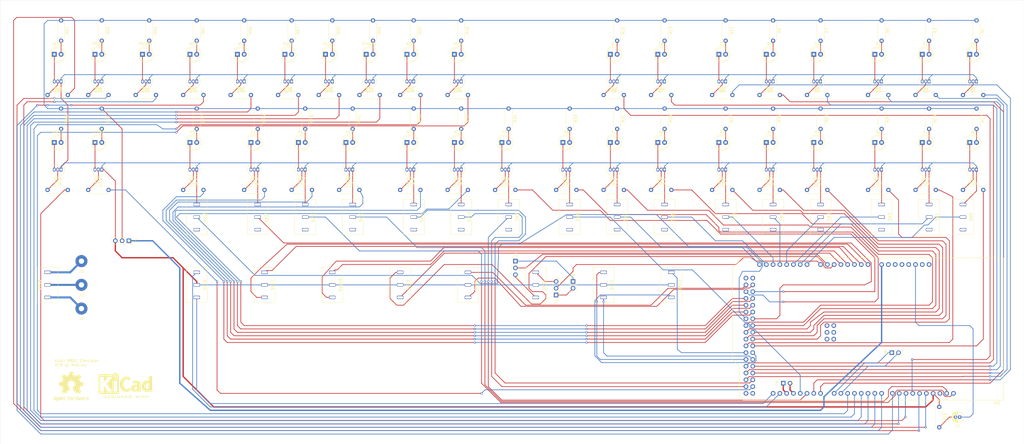
<source format=kicad_pcb>
(kicad_pcb (version 20171130) (host pcbnew 5.1.2)
  (layers (0 F.Cu signal) (31 B.Cu signal) (34 B.Paste user) (35 F.Paste user) (36 B.SilkS user) (37 F.SilkS user) (38 B.Mask user) (39 F.Mask user) (44 Edge.Cuts user))
  (net 0 "")
  (net 1 "Net-(XA1-PadMISO)")
  (net 2 "Net-(XA1-PadGND6)")
  (net 3 "Net-(XA1-PadGND5)")
  (net 4 "Net-(XA1-Pad5V4)")
  (net 5 "Net-(XA1-Pad5V3)")
  (net 6 "Net-(XA1-PadAREF)")
  (net 7 "Net-(XA1-PadIORF)")
  (net 8 "Net-(XA1-Pad3V3)")
  (net 9 "Net-(XA1-Pad5V1)")
  (net 10 "Net-(XA1-PadGND2)")
  (net 11 "Net-(XA1-PadGND3)")
  (net 12 "Net-(XA1-Pad5V2)")
  (net 13 "Net-(XA1-PadSCK)")
  (net 14 "Net-(XA1-PadMOSI)")
  (net 15 "Net-(XA1-PadGND4)")
  (net 16 "Net-(XA1-PadRST2)")
  (net 17 "Net-(SW1-Pad1)")
  (net 18 Earth)
  (net 19 SW0)
  (net 20 "Net-(SW0-Pad1)")
  (net 21 SW1)
  (net 22 SW2)
  (net 23 "Net-(SW2-Pad1)")
  (net 24 SW3)
  (net 25 "Net-(SW3-Pad1)")
  (net 26 SW4)
  (net 27 "Net-(SW4-Pad1)")
  (net 28 SW5)
  (net 29 "Net-(SW5-Pad1)")
  (net 30 SW6)
  (net 31 "Net-(SW6-Pad1)")
  (net 32 SW7)
  (net 33 "Net-(SW7-Pad1)")
  (net 34 SW8)
  (net 35 "Net-(SW8-Pad1)")
  (net 36 SW9)
  (net 37 "Net-(SW9-Pad1)")
  (net 38 SW10)
  (net 39 "Net-(SW10-Pad1)")
  (net 40 SW11)
  (net 41 "Net-(SW11-Pad1)")
  (net 42 SW12)
  (net 43 "Net-(SW12-Pad1)")
  (net 44 SW13)
  (net 45 "Net-(SW13-Pad1)")
  (net 46 SW14)
  (net 47 "Net-(SW14-Pad1)")
  (net 48 SW15)
  (net 49 "Net-(SW15-Pad1)")
  (net 50 "Net-(D1-Pad2)")
  (net 51 "Net-(D1-Pad1)")
  (net 52 "Net-(Q1-Pad2)")
  (net 53 +5V)
  (net 54 D0)
  (net 55 RUN)
  (net 56 STOP)
  (net 57 SLOW)
  (net 58 SINGLE_STEP)
  (net 59 DEPOSIT_NEXT)
  (net 60 DEPOSIT)
  (net 61 CLR)
  (net 62 RESET)
  (net 63 UNPROTECT)
  (net 64 PROTECT)
  (net 65 AUX1_DOWN)
  (net 66 AUX1_UP)
  (net 67 AUX2_DOWN)
  (net 68 AUX2_UP)
  (net 69 EXAMINE_NEXT)
  (net 70 EXAMINE)
  (net 71 "Net-(A0-Pad2)")
  (net 72 "Net-(A0-Pad1)")
  (net 73 "Net-(A1-Pad2)")
  (net 74 "Net-(A1-Pad1)")
  (net 75 "Net-(A2-Pad2)")
  (net 76 "Net-(A2-Pad1)")
  (net 77 "Net-(A3-Pad2)")
  (net 78 "Net-(A3-Pad1)")
  (net 79 "Net-(A4-Pad2)")
  (net 80 "Net-(A4-Pad1)")
  (net 81 "Net-(A5-Pad2)")
  (net 82 "Net-(A5-Pad1)")
  (net 83 "Net-(A6-Pad2)")
  (net 84 "Net-(A6-Pad1)")
  (net 85 "Net-(A7-Pad2)")
  (net 86 "Net-(A7-Pad1)")
  (net 87 "Net-(A8-Pad2)")
  (net 88 "Net-(A8-Pad1)")
  (net 89 "Net-(A9-Pad2)")
  (net 90 "Net-(A9-Pad1)")
  (net 91 "Net-(A10-Pad2)")
  (net 92 "Net-(A10-Pad1)")
  (net 93 "Net-(A11-Pad2)")
  (net 94 "Net-(A11-Pad1)")
  (net 95 "Net-(A12-Pad2)")
  (net 96 "Net-(A12-Pad1)")
  (net 97 "Net-(A13-Pad2)")
  (net 98 "Net-(A13-Pad1)")
  (net 99 "Net-(A14-Pad2)")
  (net 100 "Net-(A14-Pad1)")
  (net 101 "Net-(A15-Pad2)")
  (net 102 "Net-(A15-Pad1)")
  (net 103 "Net-(D0-Pad2)")
  (net 104 "Net-(D0-Pad1)")
  (net 105 "Net-(D2-Pad2)")
  (net 106 "Net-(D2-Pad1)")
  (net 107 "Net-(D3-Pad2)")
  (net 108 "Net-(D3-Pad1)")
  (net 109 "Net-(D4-Pad2)")
  (net 110 "Net-(D4-Pad1)")
  (net 111 "Net-(D5-Pad2)")
  (net 112 "Net-(D5-Pad1)")
  (net 113 "Net-(D6-Pad2)")
  (net 114 "Net-(D6-Pad1)")
  (net 115 "Net-(D7-Pad2)")
  (net 116 "Net-(D7-Pad1)")
  (net 117 "Net-(HLDA1-Pad2)")
  (net 118 "Net-(HLDA1-Pad1)")
  (net 119 "Net-(HLTA1-Pad2)")
  (net 120 "Net-(HLTA1-Pad1)")
  (net 121 "Net-(INP1-Pad2)")
  (net 122 "Net-(INP1-Pad1)")
  (net 123 "Net-(INT1-Pad2)")
  (net 124 "Net-(INT1-Pad1)")
  (net 125 "Net-(INTE1-Pad2)")
  (net 126 "Net-(INTE1-Pad1)")
  (net 127 "Net-(M1-Pad2)")
  (net 128 "Net-(M1-Pad1)")
  (net 129 "Net-(MEMR1-Pad2)")
  (net 130 "Net-(MEMR1-Pad1)")
  (net 131 "Net-(OUT1-Pad2)")
  (net 132 "Net-(OUT1-Pad1)")
  (net 133 "Net-(PROT1-Pad2)")
  (net 134 "Net-(PROT1-Pad1)")
  (net 135 "Net-(Q2-Pad2)")
  (net 136 "Net-(Q3-Pad2)")
  (net 137 "Net-(Q4-Pad2)")
  (net 138 "Net-(Q5-Pad2)")
  (net 139 "Net-(Q6-Pad2)")
  (net 140 "Net-(Q7-Pad2)")
  (net 141 "Net-(Q8-Pad2)")
  (net 142 "Net-(Q9-Pad2)")
  (net 143 "Net-(Q10-Pad2)")
  (net 144 "Net-(Q11-Pad2)")
  (net 145 "Net-(Q12-Pad2)")
  (net 146 "Net-(Q13-Pad2)")
  (net 147 "Net-(Q14-Pad2)")
  (net 148 "Net-(Q15-Pad2)")
  (net 149 "Net-(Q16-Pad2)")
  (net 150 "Net-(Q17-Pad2)")
  (net 151 "Net-(Q18-Pad2)")
  (net 152 "Net-(Q19-Pad2)")
  (net 153 "Net-(Q20-Pad2)")
  (net 154 "Net-(Q21-Pad2)")
  (net 155 "Net-(Q22-Pad2)")
  (net 156 "Net-(Q23-Pad2)")
  (net 157 "Net-(Q24-Pad2)")
  (net 158 "Net-(Q25-Pad2)")
  (net 159 "Net-(Q26-Pad3)")
  (net 160 "Net-(Q26-Pad2)")
  (net 161 "Net-(Q27-Pad3)")
  (net 162 "Net-(Q27-Pad2)")
  (net 163 "Net-(Q28-Pad2)")
  (net 164 "Net-(Q29-Pad2)")
  (net 165 "Net-(Q30-Pad2)")
  (net 166 "Net-(Q31-Pad2)")
  (net 167 "Net-(Q32-Pad2)")
  (net 168 "Net-(Q33-Pad2)")
  (net 169 "Net-(Q34-Pad2)")
  (net 170 "Net-(Q35-Pad3)")
  (net 171 "Net-(Q35-Pad2)")
  (net 172 "Net-(Q36-Pad2)")
  (net 173 D1)
  (net 174 D2)
  (net 175 D3)
  (net 176 D4)
  (net 177 D5)
  (net 178 D6)
  (net 179 D7)
  (net 180 A0)
  (net 181 A1)
  (net 182 A2)
  (net 183 A3)
  (net 184 A4)
  (net 185 A5)
  (net 186 A6)
  (net 187 A7)
  (net 188 A8)
  (net 189 A9)
  (net 190 A10)
  (net 191 A11)
  (net 192 A12)
  (net 193 A13)
  (net 194 A14)
  (net 195 A15)
  (net 196 INT)
  (net 197 "Net-(R51-Pad2)")
  (net 198 WO)
  (net 199 "Net-(R53-Pad2)")
  (net 200 STACK)
  (net 201 HLTA)
  (net 202 OUT)
  (net 203 M1)
  (net 204 INP)
  (net 205 MEMR)
  (net 206 PROT)
  (net 207 INTE)
  (net 208 "Net-(R69-Pad2)")
  (net 209 WAIT)
  (net 210 HLDA)
  (net 211 +12V)
  (net 212 "Net-(J2-Pad1)")
  (net 213 "Net-(J3-Pad1)")
  (net 214 "Net-(J4-Pad1)")
  (net 215 "Net-(C1-Pad2)")
  (net 216 "Net-(C1-Pad1)")
  (net 217 "Net-(J5-Pad1)")
  (net 218 "Net-(J6-Pad2)")
  (net 219 "Net-(J8-Pad2)")
  (net 220 "Net-(J8-Pad1)")
  (net 221 "Net-(J9-Pad2)")
  (net 222 "Net-(J9-Pad1)")
  (net 223 "Net-(J5-Pad3)")
  (net 224 "Net-(J7-Pad3)")
  (module Symbol:KiCad-Logo2_8mm_SilkScreen (layer F.Cu) (at 66.04 189.23)
    (fp_text reference REF** hide)
    (fp_text value KiCad-Logo2_8mm_SilkScreen hide)
  )
  (module Symbol:OSHW-Logo2_14.6x12mm_SilkScreen (layer F.Cu) (at 45.72 190.5)
    (fp_text reference REF** hide)
    (fp_text value OSHW-Logo2_14.6x12mm_SilkScreen hide)
  )
  (module Resistor_THT:R_Axial_DIN0207_L6.3mm_D2.5mm_P7.62mm_Horizontal (layer F.Cu) (at 370.84 198.12 270)
    (fp_text reference R73 (at 3.81 -2.37 90) (layer F.SilkS))
    (fp_text value 470)
    (pad 2 thru_hole oval (at 7.62 0 270) (size 1.6 1.6) (drill 0.8) (layers *.Cu *.Mask) (net 215 "Net-(C1-Pad2)"))
    (pad 1 thru_hole circle (at 0 0 270) (size 1.6 1.6) (drill 0.8) (layers *.Cu *.Mask) (net 18 Earth))
  )
  (module Connector_PinHeader_2.54mm:PinHeader_1x02_P2.54mm_Vertical (layer F.Cu) (at 312.42 189.23 90)
    (fp_text reference J9 (at 0 -2.33 90) (layer F.SilkS))
    (fp_text value Conn_01x02_Male)
    (pad 2 thru_hole oval (at 0 2.54 90) (size 1.7 1.7) (drill 1) (layers *.Cu *.Mask) (net 221 "Net-(J9-Pad2)"))
    (pad 1 thru_hole rect (at 0 0 90) (size 1.7 1.7) (drill 1) (layers *.Cu *.Mask) (net 222 "Net-(J9-Pad1)"))
  )
  (module Connector_PinHeader_2.54mm:PinHeader_1x02_P2.54mm_Vertical (layer F.Cu) (at 353.06 177.8 90)
    (fp_text reference J8 (at 0 -2.33 90) (layer F.SilkS))
    (fp_text value Conn_01x02_Male)
    (pad 2 thru_hole oval (at 0 2.54 90) (size 1.7 1.7) (drill 1) (layers *.Cu *.Mask) (net 219 "Net-(J8-Pad2)"))
    (pad 1 thru_hole rect (at 0 0 90) (size 1.7 1.7) (drill 1) (layers *.Cu *.Mask) (net 220 "Net-(J8-Pad1)"))
  )
  (module Connector_PinHeader_2.54mm:PinHeader_1x03_P2.54mm_Vertical (layer F.Cu) (at 227.33 156.21 180)
    (fp_text reference J7 (at 0 -2.33) (layer F.SilkS))
    (fp_text value Conn_01x03_Male)
    (pad 3 thru_hole oval (at 0 5.08 180) (size 1.7 1.7) (drill 1) (layers *.Cu *.Mask) (net 224 "Net-(J7-Pad3)"))
    (pad 2 thru_hole oval (at 0 2.54 180) (size 1.7 1.7) (drill 1) (layers *.Cu *.Mask) (net 63 UNPROTECT))
    (pad 1 thru_hole rect (at 0 0 180) (size 1.7 1.7) (drill 1) (layers *.Cu *.Mask) (net 218 "Net-(J6-Pad2)"))
  )
  (module Connector_PinHeader_2.54mm:PinHeader_1x02_P2.54mm_Vertical (layer F.Cu) (at 233.68 151.13)
    (fp_text reference J6 (at 0 -2.33) (layer F.SilkS))
    (fp_text value Conn_01x02_Male)
    (pad 2 thru_hole oval (at 0 2.54) (size 1.7 1.7) (drill 1) (layers *.Cu *.Mask) (net 218 "Net-(J6-Pad2)"))
    (pad 1 thru_hole rect (at 0 0) (size 1.7 1.7) (drill 1) (layers *.Cu *.Mask) (net 217 "Net-(J5-Pad1)"))
  )
  (module Connector_PinHeader_2.54mm:PinHeader_1x03_P2.54mm_Vertical (layer F.Cu) (at 212.09 143.51)
    (fp_text reference J5 (at 0 -2.33) (layer F.SilkS))
    (fp_text value Conn_01x03_Male)
    (pad 3 thru_hole oval (at 0 5.08) (size 1.7 1.7) (drill 1) (layers *.Cu *.Mask) (net 223 "Net-(J5-Pad3)"))
    (pad 2 thru_hole oval (at 0 2.54) (size 1.7 1.7) (drill 1) (layers *.Cu *.Mask) (net 64 PROTECT))
    (pad 1 thru_hole rect (at 0 0) (size 1.7 1.7) (drill 1) (layers *.Cu *.Mask) (net 217 "Net-(J5-Pad1)"))
  )
  (module Capacitor_THT:CP_Radial_D4.0mm_P1.50mm (layer F.Cu) (at 378.46 201.93 180)
    (fp_text reference C1 (at 0.75 -3.25) (layer F.SilkS))
    (fp_text value CP)
    (pad 2 thru_hole circle (at 1.5 0 180) (size 1.2 1.2) (drill 0.6) (layers *.Cu *.Mask) (net 215 "Net-(C1-Pad2)"))
    (pad 1 thru_hole rect (at 0 0 180) (size 1.2 1.2) (drill 0.6) (layers *.Cu *.Mask) (net 216 "Net-(C1-Pad1)"))
  )
  (module Connector_PinSocket_2.54mm:PinSocket_1x03_P2.54mm_Vertical (layer F.Cu) (at 67.31 135.89 270)
    (fp_text reference J1 (at 0 -2.77 90) (layer F.SilkS))
    (fp_text value Conn_01x03_Male)
    (pad 3 thru_hole oval (at 0 5.08 270) (size 1.7 1.7) (drill 1) (layers *.Cu *.Mask) (net 18 Earth))
    (pad 2 thru_hole oval (at 0 2.54 270) (size 1.7 1.7) (drill 1) (layers *.Cu *.Mask) (net 53 +5V))
    (pad 1 thru_hole rect (at 0 0 270) (size 1.7 1.7) (drill 1) (layers *.Cu *.Mask) (net 211 +12V))
  )
  (module Switches:SPDT_TOGGLE_SW (layer F.Cu) (at 36.83 152.4 270)
    (fp_text reference SW18 (at 0 3 90) (layer F.SilkS))
    (fp_text value SW_SPDT)
    (pad 3 thru_hole roundrect (at 4.7 0 270) (size 1.2 2.4) (drill oval 0.85 2.25) (layers *.Cu *.Mask) (roundrect_rratio 0.2) (net 214 "Net-(J4-Pad1)"))
    (pad 2 thru_hole roundrect (at 0 0 270) (size 1.2 2.4) (drill oval 0.85 2.25) (layers *.Cu *.Mask) (roundrect_rratio 0.2) (net 212 "Net-(J2-Pad1)"))
    (pad 1 thru_hole roundrect (at -4.7 0 270) (size 1.2 2.4) (drill oval 0.85 2.25) (layers *.Cu *.Mask) (roundrect_rratio 0.2) (net 213 "Net-(J3-Pad1)"))
  )
  (module Connector_Wire:SolderWirePad_1x01_Drill2mm (layer F.Cu) (at 49.53 161.29 180)
    (fp_text reference J4 (at 0 -3.81) (layer F.SilkS))
    (fp_text value Conn_01x01)
    (pad 1 thru_hole circle (at 0 0 180) (size 4.50088 4.50088) (drill 1.99898) (layers *.Cu *.Mask) (net 214 "Net-(J4-Pad1)"))
  )
  (module Connector_Wire:SolderWirePad_1x01_Drill2mm (layer F.Cu) (at 49.53 143.51 180)
    (fp_text reference J3 (at 0 -3.81) (layer F.SilkS))
    (fp_text value Conn_01x01)
    (pad 1 thru_hole circle (at 0 0 180) (size 4.50088 4.50088) (drill 1.99898) (layers *.Cu *.Mask) (net 213 "Net-(J3-Pad1)"))
  )
  (module Connector_Wire:SolderWirePad_1x01_Drill2mm (layer F.Cu) (at 49.53 152.4 180)
    (fp_text reference J2 (at 0 -3.81) (layer F.SilkS))
    (fp_text value Conn_01x01)
    (pad 1 thru_hole circle (at 0 0 180) (size 4.50088 4.50088) (drill 1.99898) (layers *.Cu *.Mask) (net 212 "Net-(J2-Pad1)"))
  )
  (module LED_THT:LED_D5.0mm (layer F.Cu) (at 171.45 66.04)
    (fp_text reference WO1 (at 1.27 -3.96) (layer F.SilkS))
    (fp_text value LED)
    (pad 2 thru_hole circle (at 2.54 0) (size 1.8 1.8) (drill 0.9) (layers *.Cu *.Mask) (net 197 "Net-(R51-Pad2)"))
    (pad 1 thru_hole rect (at 0 0) (size 1.8 1.8) (drill 0.9) (layers *.Cu *.Mask) (net 159 "Net-(Q26-Pad3)"))
  )
  (module LED_THT:LED_D5.0mm (layer F.Cu) (at 39.37 99.06)
    (fp_text reference WAIT1 (at 1.27 -3.96) (layer F.SilkS))
    (fp_text value LED)
    (pad 2 thru_hole circle (at 2.54 0) (size 1.8 1.8) (drill 0.9) (layers *.Cu *.Mask) (net 208 "Net-(R69-Pad2)"))
    (pad 1 thru_hole rect (at 0 0) (size 1.8 1.8) (drill 0.9) (layers *.Cu *.Mask) (net 170 "Net-(Q35-Pad3)"))
  )
  (module LED_THT:LED_D5.0mm (layer F.Cu) (at 156.21 66.04)
    (fp_text reference STACK1 (at 1.27 -3.96) (layer F.SilkS))
    (fp_text value LED)
    (pad 2 thru_hole circle (at 2.54 0) (size 1.8 1.8) (drill 0.9) (layers *.Cu *.Mask) (net 199 "Net-(R53-Pad2)"))
    (pad 1 thru_hole rect (at 0 0) (size 1.8 1.8) (drill 0.9) (layers *.Cu *.Mask) (net 161 "Net-(Q27-Pad3)"))
  )
  (module Resistor_THT:R_Axial_DIN0207_L6.3mm_D2.5mm_P7.62mm_Horizontal (layer F.Cu) (at 52.07 116.84)
    (fp_text reference R72 (at 3.81 -2.37) (layer F.SilkS))
    (fp_text value 10k)
    (pad 2 thru_hole oval (at 7.62 0) (size 1.6 1.6) (drill 0.8) (layers *.Cu *.Mask) (net 210 HLDA))
    (pad 1 thru_hole circle (at 0 0) (size 1.6 1.6) (drill 0.8) (layers *.Cu *.Mask) (net 172 "Net-(Q36-Pad2)"))
  )
  (module Resistor_THT:R_Axial_DIN0207_L6.3mm_D2.5mm_P7.62mm_Horizontal (layer F.Cu) (at 57.15 86.36 270)
    (fp_text reference R71 (at 3.81 -2.37 90) (layer F.SilkS))
    (fp_text value 150)
    (pad 2 thru_hole oval (at 7.62 0 270) (size 1.6 1.6) (drill 0.8) (layers *.Cu *.Mask) (net 117 "Net-(HLDA1-Pad2)"))
    (pad 1 thru_hole circle (at 0 0 270) (size 1.6 1.6) (drill 0.8) (layers *.Cu *.Mask) (net 53 +5V))
  )
  (module Resistor_THT:R_Axial_DIN0207_L6.3mm_D2.5mm_P7.62mm_Horizontal (layer F.Cu) (at 36.83 116.84)
    (fp_text reference R70 (at 3.81 -2.37) (layer F.SilkS))
    (fp_text value 10k)
    (pad 2 thru_hole oval (at 7.62 0) (size 1.6 1.6) (drill 0.8) (layers *.Cu *.Mask) (net 209 WAIT))
    (pad 1 thru_hole circle (at 0 0) (size 1.6 1.6) (drill 0.8) (layers *.Cu *.Mask) (net 171 "Net-(Q35-Pad2)"))
  )
  (module Resistor_THT:R_Axial_DIN0207_L6.3mm_D2.5mm_P7.62mm_Horizontal (layer F.Cu) (at 41.91 86.36 270)
    (fp_text reference R69 (at 3.81 -2.37 90) (layer F.SilkS))
    (fp_text value 150)
    (pad 2 thru_hole oval (at 7.62 0 270) (size 1.6 1.6) (drill 0.8) (layers *.Cu *.Mask) (net 208 "Net-(R69-Pad2)"))
    (pad 1 thru_hole circle (at 0 0 270) (size 1.6 1.6) (drill 0.8) (layers *.Cu *.Mask) (net 53 +5V))
  )
  (module Resistor_THT:R_Axial_DIN0207_L6.3mm_D2.5mm_P7.62mm_Horizontal (layer F.Cu) (at 36.83 81.28)
    (fp_text reference R68 (at 3.81 -2.37) (layer F.SilkS))
    (fp_text value 10k)
    (pad 2 thru_hole oval (at 7.62 0) (size 1.6 1.6) (drill 0.8) (layers *.Cu *.Mask) (net 207 INTE))
    (pad 1 thru_hole circle (at 0 0) (size 1.6 1.6) (drill 0.8) (layers *.Cu *.Mask) (net 169 "Net-(Q34-Pad2)"))
  )
  (module Resistor_THT:R_Axial_DIN0207_L6.3mm_D2.5mm_P7.62mm_Horizontal (layer F.Cu) (at 41.91 53.34 270)
    (fp_text reference R67 (at 3.81 -2.37 90) (layer F.SilkS))
    (fp_text value 150)
    (pad 2 thru_hole oval (at 7.62 0 270) (size 1.6 1.6) (drill 0.8) (layers *.Cu *.Mask) (net 125 "Net-(INTE1-Pad2)"))
    (pad 1 thru_hole circle (at 0 0 270) (size 1.6 1.6) (drill 0.8) (layers *.Cu *.Mask) (net 53 +5V))
  )
  (module Resistor_THT:R_Axial_DIN0207_L6.3mm_D2.5mm_P7.62mm_Horizontal (layer F.Cu) (at 52.07 81.28)
    (fp_text reference R66 (at 3.81 -2.37) (layer F.SilkS))
    (fp_text value 10k)
    (pad 2 thru_hole oval (at 7.62 0) (size 1.6 1.6) (drill 0.8) (layers *.Cu *.Mask) (net 206 PROT))
    (pad 1 thru_hole circle (at 0 0) (size 1.6 1.6) (drill 0.8) (layers *.Cu *.Mask) (net 168 "Net-(Q33-Pad2)"))
  )
  (module Resistor_THT:R_Axial_DIN0207_L6.3mm_D2.5mm_P7.62mm_Horizontal (layer F.Cu) (at 57.15 53.34 270)
    (fp_text reference R65 (at 3.81 -2.37 90) (layer F.SilkS))
    (fp_text value 150)
    (pad 2 thru_hole oval (at 7.62 0 270) (size 1.6 1.6) (drill 0.8) (layers *.Cu *.Mask) (net 133 "Net-(PROT1-Pad2)"))
    (pad 1 thru_hole circle (at 0 0 270) (size 1.6 1.6) (drill 0.8) (layers *.Cu *.Mask) (net 53 +5V))
  )
  (module Resistor_THT:R_Axial_DIN0207_L6.3mm_D2.5mm_P7.62mm_Horizontal (layer F.Cu) (at 69.85 81.28)
    (fp_text reference R64 (at 3.81 -2.37) (layer F.SilkS))
    (fp_text value 10k)
    (pad 2 thru_hole oval (at 7.62 0) (size 1.6 1.6) (drill 0.8) (layers *.Cu *.Mask) (net 205 MEMR))
    (pad 1 thru_hole circle (at 0 0) (size 1.6 1.6) (drill 0.8) (layers *.Cu *.Mask) (net 167 "Net-(Q32-Pad2)"))
  )
  (module Resistor_THT:R_Axial_DIN0207_L6.3mm_D2.5mm_P7.62mm_Horizontal (layer F.Cu) (at 74.93 53.34 270)
    (fp_text reference R63 (at 3.81 -2.37 90) (layer F.SilkS))
    (fp_text value 150)
    (pad 2 thru_hole oval (at 7.62 0 270) (size 1.6 1.6) (drill 0.8) (layers *.Cu *.Mask) (net 129 "Net-(MEMR1-Pad2)"))
    (pad 1 thru_hole circle (at 0 0 270) (size 1.6 1.6) (drill 0.8) (layers *.Cu *.Mask) (net 53 +5V))
  )
  (module Resistor_THT:R_Axial_DIN0207_L6.3mm_D2.5mm_P7.62mm_Horizontal (layer F.Cu) (at 87.63 81.28)
    (fp_text reference R62 (at 3.81 -2.37) (layer F.SilkS))
    (fp_text value 10k)
    (pad 2 thru_hole oval (at 7.62 0) (size 1.6 1.6) (drill 0.8) (layers *.Cu *.Mask) (net 204 INP))
    (pad 1 thru_hole circle (at 0 0) (size 1.6 1.6) (drill 0.8) (layers *.Cu *.Mask) (net 166 "Net-(Q31-Pad2)"))
  )
  (module Resistor_THT:R_Axial_DIN0207_L6.3mm_D2.5mm_P7.62mm_Horizontal (layer F.Cu) (at 92.71 53.34 270)
    (fp_text reference R61 (at 3.81 -2.37 90) (layer F.SilkS))
    (fp_text value 150)
    (pad 2 thru_hole oval (at 7.62 0 270) (size 1.6 1.6) (drill 0.8) (layers *.Cu *.Mask) (net 121 "Net-(INP1-Pad2)"))
    (pad 1 thru_hole circle (at 0 0 270) (size 1.6 1.6) (drill 0.8) (layers *.Cu *.Mask) (net 53 +5V))
  )
  (module Resistor_THT:R_Axial_DIN0207_L6.3mm_D2.5mm_P7.62mm_Horizontal (layer F.Cu) (at 105.41 81.28)
    (fp_text reference R60 (at 3.81 -2.37) (layer F.SilkS))
    (fp_text value 10k)
    (pad 2 thru_hole oval (at 7.62 0) (size 1.6 1.6) (drill 0.8) (layers *.Cu *.Mask) (net 203 M1))
    (pad 1 thru_hole circle (at 0 0) (size 1.6 1.6) (drill 0.8) (layers *.Cu *.Mask) (net 165 "Net-(Q30-Pad2)"))
  )
  (module Resistor_THT:R_Axial_DIN0207_L6.3mm_D2.5mm_P7.62mm_Horizontal (layer F.Cu) (at 110.49 53.34 270)
    (fp_text reference R59 (at 3.81 -2.37 90) (layer F.SilkS))
    (fp_text value 150)
    (pad 2 thru_hole oval (at 7.62 0 270) (size 1.6 1.6) (drill 0.8) (layers *.Cu *.Mask) (net 127 "Net-(M1-Pad2)"))
    (pad 1 thru_hole circle (at 0 0 270) (size 1.6 1.6) (drill 0.8) (layers *.Cu *.Mask) (net 53 +5V))
  )
  (module Resistor_THT:R_Axial_DIN0207_L6.3mm_D2.5mm_P7.62mm_Horizontal (layer F.Cu) (at 123.19 81.28)
    (fp_text reference R58 (at 3.81 -2.37) (layer F.SilkS))
    (fp_text value 10k)
    (pad 2 thru_hole oval (at 7.62 0) (size 1.6 1.6) (drill 0.8) (layers *.Cu *.Mask) (net 202 OUT))
    (pad 1 thru_hole circle (at 0 0) (size 1.6 1.6) (drill 0.8) (layers *.Cu *.Mask) (net 164 "Net-(Q29-Pad2)"))
  )
  (module Resistor_THT:R_Axial_DIN0207_L6.3mm_D2.5mm_P7.62mm_Horizontal (layer F.Cu) (at 128.27 53.34 270)
    (fp_text reference R57 (at 3.81 -2.37 90) (layer F.SilkS))
    (fp_text value 150)
    (pad 2 thru_hole oval (at 7.62 0 270) (size 1.6 1.6) (drill 0.8) (layers *.Cu *.Mask) (net 131 "Net-(OUT1-Pad2)"))
    (pad 1 thru_hole circle (at 0 0 270) (size 1.6 1.6) (drill 0.8) (layers *.Cu *.Mask) (net 53 +5V))
  )
  (module Resistor_THT:R_Axial_DIN0207_L6.3mm_D2.5mm_P7.62mm_Horizontal (layer F.Cu) (at 138.43 81.28)
    (fp_text reference R56 (at 3.81 -2.37) (layer F.SilkS))
    (fp_text value 10k)
    (pad 2 thru_hole oval (at 7.62 0) (size 1.6 1.6) (drill 0.8) (layers *.Cu *.Mask) (net 201 HLTA))
    (pad 1 thru_hole circle (at 0 0) (size 1.6 1.6) (drill 0.8) (layers *.Cu *.Mask) (net 163 "Net-(Q28-Pad2)"))
  )
  (module Resistor_THT:R_Axial_DIN0207_L6.3mm_D2.5mm_P7.62mm_Horizontal (layer F.Cu) (at 143.51 53.34 270)
    (fp_text reference R55 (at 3.81 -2.37 90) (layer F.SilkS))
    (fp_text value 150)
    (pad 2 thru_hole oval (at 7.62 0 270) (size 1.6 1.6) (drill 0.8) (layers *.Cu *.Mask) (net 119 "Net-(HLTA1-Pad2)"))
    (pad 1 thru_hole circle (at 0 0 270) (size 1.6 1.6) (drill 0.8) (layers *.Cu *.Mask) (net 53 +5V))
  )
  (module Resistor_THT:R_Axial_DIN0207_L6.3mm_D2.5mm_P7.62mm_Horizontal (layer F.Cu) (at 153.67 81.28)
    (fp_text reference R54 (at 3.81 -2.37) (layer F.SilkS))
    (fp_text value 10k)
    (pad 2 thru_hole oval (at 7.62 0) (size 1.6 1.6) (drill 0.8) (layers *.Cu *.Mask) (net 200 STACK))
    (pad 1 thru_hole circle (at 0 0) (size 1.6 1.6) (drill 0.8) (layers *.Cu *.Mask) (net 162 "Net-(Q27-Pad2)"))
  )
  (module Resistor_THT:R_Axial_DIN0207_L6.3mm_D2.5mm_P7.62mm_Horizontal (layer F.Cu) (at 158.75 53.34 270)
    (fp_text reference R53 (at 3.81 -2.37 90) (layer F.SilkS))
    (fp_text value 150)
    (pad 2 thru_hole oval (at 7.62 0 270) (size 1.6 1.6) (drill 0.8) (layers *.Cu *.Mask) (net 199 "Net-(R53-Pad2)"))
    (pad 1 thru_hole circle (at 0 0 270) (size 1.6 1.6) (drill 0.8) (layers *.Cu *.Mask) (net 53 +5V))
  )
  (module Resistor_THT:R_Axial_DIN0207_L6.3mm_D2.5mm_P7.62mm_Horizontal (layer F.Cu) (at 168.91 81.28)
    (fp_text reference R52 (at 3.81 -2.37) (layer F.SilkS))
    (fp_text value 10k)
    (pad 2 thru_hole oval (at 7.62 0) (size 1.6 1.6) (drill 0.8) (layers *.Cu *.Mask) (net 198 WO))
    (pad 1 thru_hole circle (at 0 0) (size 1.6 1.6) (drill 0.8) (layers *.Cu *.Mask) (net 160 "Net-(Q26-Pad2)"))
  )
  (module Resistor_THT:R_Axial_DIN0207_L6.3mm_D2.5mm_P7.62mm_Horizontal (layer F.Cu) (at 173.99 53.34 270)
    (fp_text reference R51 (at 3.81 -2.37 90) (layer F.SilkS))
    (fp_text value 150)
    (pad 2 thru_hole oval (at 7.62 0 270) (size 1.6 1.6) (drill 0.8) (layers *.Cu *.Mask) (net 197 "Net-(R51-Pad2)"))
    (pad 1 thru_hole circle (at 0 0 270) (size 1.6 1.6) (drill 0.8) (layers *.Cu *.Mask) (net 53 +5V))
  )
  (module Resistor_THT:R_Axial_DIN0207_L6.3mm_D2.5mm_P7.62mm_Horizontal (layer F.Cu) (at 186.69 81.28)
    (fp_text reference R50 (at 3.81 -2.37) (layer F.SilkS))
    (fp_text value 10k)
    (pad 2 thru_hole oval (at 7.62 0) (size 1.6 1.6) (drill 0.8) (layers *.Cu *.Mask) (net 196 INT))
    (pad 1 thru_hole circle (at 0 0) (size 1.6 1.6) (drill 0.8) (layers *.Cu *.Mask) (net 158 "Net-(Q25-Pad2)"))
  )
  (module Resistor_THT:R_Axial_DIN0207_L6.3mm_D2.5mm_P7.62mm_Horizontal (layer F.Cu) (at 191.77 53.34 270)
    (fp_text reference R49 (at 3.81 -2.37 90) (layer F.SilkS))
    (fp_text value 150)
    (pad 2 thru_hole oval (at 7.62 0 270) (size 1.6 1.6) (drill 0.8) (layers *.Cu *.Mask) (net 123 "Net-(INT1-Pad2)"))
    (pad 1 thru_hole circle (at 0 0 270) (size 1.6 1.6) (drill 0.8) (layers *.Cu *.Mask) (net 53 +5V))
  )
  (module Resistor_THT:R_Axial_DIN0207_L6.3mm_D2.5mm_P7.62mm_Horizontal (layer F.Cu) (at 87.63 116.84)
    (fp_text reference R48 (at 3.81 -2.37) (layer F.SilkS))
    (fp_text value 10k)
    (pad 2 thru_hole oval (at 7.62 0) (size 1.6 1.6) (drill 0.8) (layers *.Cu *.Mask) (net 195 A15))
    (pad 1 thru_hole circle (at 0 0) (size 1.6 1.6) (drill 0.8) (layers *.Cu *.Mask) (net 157 "Net-(Q24-Pad2)"))
  )
  (module Resistor_THT:R_Axial_DIN0207_L6.3mm_D2.5mm_P7.62mm_Horizontal (layer F.Cu) (at 92.71 86.36 270)
    (fp_text reference R47 (at 3.81 -2.37 90) (layer F.SilkS))
    (fp_text value 150)
    (pad 2 thru_hole oval (at 7.62 0 270) (size 1.6 1.6) (drill 0.8) (layers *.Cu *.Mask) (net 101 "Net-(A15-Pad2)"))
    (pad 1 thru_hole circle (at 0 0 270) (size 1.6 1.6) (drill 0.8) (layers *.Cu *.Mask) (net 53 +5V))
  )
  (module Resistor_THT:R_Axial_DIN0207_L6.3mm_D2.5mm_P7.62mm_Horizontal (layer F.Cu) (at 110.49 116.84)
    (fp_text reference R46 (at 3.81 -2.37) (layer F.SilkS))
    (fp_text value 10k)
    (pad 2 thru_hole oval (at 7.62 0) (size 1.6 1.6) (drill 0.8) (layers *.Cu *.Mask) (net 194 A14))
    (pad 1 thru_hole circle (at 0 0) (size 1.6 1.6) (drill 0.8) (layers *.Cu *.Mask) (net 156 "Net-(Q23-Pad2)"))
  )
  (module Resistor_THT:R_Axial_DIN0207_L6.3mm_D2.5mm_P7.62mm_Horizontal (layer F.Cu) (at 115.57 86.36 270)
    (fp_text reference R45 (at 3.81 -2.37 90) (layer F.SilkS))
    (fp_text value 150)
    (pad 2 thru_hole oval (at 7.62 0 270) (size 1.6 1.6) (drill 0.8) (layers *.Cu *.Mask) (net 99 "Net-(A14-Pad2)"))
    (pad 1 thru_hole circle (at 0 0 270) (size 1.6 1.6) (drill 0.8) (layers *.Cu *.Mask) (net 53 +5V))
  )
  (module Resistor_THT:R_Axial_DIN0207_L6.3mm_D2.5mm_P7.62mm_Horizontal (layer F.Cu) (at 128.27 116.84)
    (fp_text reference R44 (at 3.81 -2.37) (layer F.SilkS))
    (fp_text value 10k)
    (pad 2 thru_hole oval (at 7.62 0) (size 1.6 1.6) (drill 0.8) (layers *.Cu *.Mask) (net 193 A13))
    (pad 1 thru_hole circle (at 0 0) (size 1.6 1.6) (drill 0.8) (layers *.Cu *.Mask) (net 155 "Net-(Q22-Pad2)"))
  )
  (module Resistor_THT:R_Axial_DIN0207_L6.3mm_D2.5mm_P7.62mm_Horizontal (layer F.Cu) (at 133.35 86.36 270)
    (fp_text reference R43 (at 3.81 -2.37 90) (layer F.SilkS))
    (fp_text value 150)
    (pad 2 thru_hole oval (at 7.62 0 270) (size 1.6 1.6) (drill 0.8) (layers *.Cu *.Mask) (net 97 "Net-(A13-Pad2)"))
    (pad 1 thru_hole circle (at 0 0 270) (size 1.6 1.6) (drill 0.8) (layers *.Cu *.Mask) (net 53 +5V))
  )
  (module Resistor_THT:R_Axial_DIN0207_L6.3mm_D2.5mm_P7.62mm_Horizontal (layer F.Cu) (at 146.05 116.84)
    (fp_text reference R42 (at 3.81 -2.37) (layer F.SilkS))
    (fp_text value 10k)
    (pad 2 thru_hole oval (at 7.62 0) (size 1.6 1.6) (drill 0.8) (layers *.Cu *.Mask) (net 192 A12))
    (pad 1 thru_hole circle (at 0 0) (size 1.6 1.6) (drill 0.8) (layers *.Cu *.Mask) (net 154 "Net-(Q21-Pad2)"))
  )
  (module Resistor_THT:R_Axial_DIN0207_L6.3mm_D2.5mm_P7.62mm_Horizontal (layer F.Cu) (at 151.13 86.36 270)
    (fp_text reference R41 (at 3.81 -2.37 90) (layer F.SilkS))
    (fp_text value 150)
    (pad 2 thru_hole oval (at 7.62 0 270) (size 1.6 1.6) (drill 0.8) (layers *.Cu *.Mask) (net 95 "Net-(A12-Pad2)"))
    (pad 1 thru_hole circle (at 0 0 270) (size 1.6 1.6) (drill 0.8) (layers *.Cu *.Mask) (net 53 +5V))
  )
  (module Resistor_THT:R_Axial_DIN0207_L6.3mm_D2.5mm_P7.62mm_Horizontal (layer F.Cu) (at 168.91 116.84)
    (fp_text reference R40 (at 3.81 -2.37) (layer F.SilkS))
    (fp_text value 10k)
    (pad 2 thru_hole oval (at 7.62 0) (size 1.6 1.6) (drill 0.8) (layers *.Cu *.Mask) (net 191 A11))
    (pad 1 thru_hole circle (at 0 0) (size 1.6 1.6) (drill 0.8) (layers *.Cu *.Mask) (net 153 "Net-(Q20-Pad2)"))
  )
  (module Resistor_THT:R_Axial_DIN0207_L6.3mm_D2.5mm_P7.62mm_Horizontal (layer F.Cu) (at 173.99 86.36 270)
    (fp_text reference R39 (at 3.81 -2.37 90) (layer F.SilkS))
    (fp_text value 150)
    (pad 2 thru_hole oval (at 7.62 0 270) (size 1.6 1.6) (drill 0.8) (layers *.Cu *.Mask) (net 93 "Net-(A11-Pad2)"))
    (pad 1 thru_hole circle (at 0 0 270) (size 1.6 1.6) (drill 0.8) (layers *.Cu *.Mask) (net 53 +5V))
  )
  (module Resistor_THT:R_Axial_DIN0207_L6.3mm_D2.5mm_P7.62mm_Horizontal (layer F.Cu) (at 186.69 116.84)
    (fp_text reference R38 (at 3.81 -2.37) (layer F.SilkS))
    (fp_text value 10k)
    (pad 2 thru_hole oval (at 7.62 0) (size 1.6 1.6) (drill 0.8) (layers *.Cu *.Mask) (net 190 A10))
    (pad 1 thru_hole circle (at 0 0) (size 1.6 1.6) (drill 0.8) (layers *.Cu *.Mask) (net 152 "Net-(Q19-Pad2)"))
  )
  (module Resistor_THT:R_Axial_DIN0207_L6.3mm_D2.5mm_P7.62mm_Horizontal (layer F.Cu) (at 191.77 86.36 270)
    (fp_text reference R37 (at 3.81 -2.37 90) (layer F.SilkS))
    (fp_text value 150)
    (pad 2 thru_hole oval (at 7.62 0 270) (size 1.6 1.6) (drill 0.8) (layers *.Cu *.Mask) (net 91 "Net-(A10-Pad2)"))
    (pad 1 thru_hole circle (at 0 0 270) (size 1.6 1.6) (drill 0.8) (layers *.Cu *.Mask) (net 53 +5V))
  )
  (module Resistor_THT:R_Axial_DIN0207_L6.3mm_D2.5mm_P7.62mm_Horizontal (layer F.Cu) (at 204.47 116.84)
    (fp_text reference R36 (at 3.81 -2.37) (layer F.SilkS))
    (fp_text value 10k)
    (pad 2 thru_hole oval (at 7.62 0) (size 1.6 1.6) (drill 0.8) (layers *.Cu *.Mask) (net 189 A9))
    (pad 1 thru_hole circle (at 0 0) (size 1.6 1.6) (drill 0.8) (layers *.Cu *.Mask) (net 151 "Net-(Q18-Pad2)"))
  )
  (module Resistor_THT:R_Axial_DIN0207_L6.3mm_D2.5mm_P7.62mm_Horizontal (layer F.Cu) (at 209.55 86.36 270)
    (fp_text reference R35 (at 3.81 -2.37 90) (layer F.SilkS))
    (fp_text value 150)
    (pad 2 thru_hole oval (at 7.62 0 270) (size 1.6 1.6) (drill 0.8) (layers *.Cu *.Mask) (net 89 "Net-(A9-Pad2)"))
    (pad 1 thru_hole circle (at 0 0 270) (size 1.6 1.6) (drill 0.8) (layers *.Cu *.Mask) (net 53 +5V))
  )
  (module Resistor_THT:R_Axial_DIN0207_L6.3mm_D2.5mm_P7.62mm_Horizontal (layer F.Cu) (at 227.33 116.84)
    (fp_text reference R34 (at 3.81 -2.37) (layer F.SilkS))
    (fp_text value 10k)
    (pad 2 thru_hole oval (at 7.62 0) (size 1.6 1.6) (drill 0.8) (layers *.Cu *.Mask) (net 188 A8))
    (pad 1 thru_hole circle (at 0 0) (size 1.6 1.6) (drill 0.8) (layers *.Cu *.Mask) (net 150 "Net-(Q17-Pad2)"))
  )
  (module Resistor_THT:R_Axial_DIN0207_L6.3mm_D2.5mm_P7.62mm_Horizontal (layer F.Cu) (at 232.41 86.36 270)
    (fp_text reference R33 (at 3.81 -2.37 90) (layer F.SilkS))
    (fp_text value 150)
    (pad 2 thru_hole oval (at 7.62 0 270) (size 1.6 1.6) (drill 0.8) (layers *.Cu *.Mask) (net 87 "Net-(A8-Pad2)"))
    (pad 1 thru_hole circle (at 0 0 270) (size 1.6 1.6) (drill 0.8) (layers *.Cu *.Mask) (net 53 +5V))
  )
  (module Resistor_THT:R_Axial_DIN0207_L6.3mm_D2.5mm_P7.62mm_Horizontal (layer F.Cu) (at 245.11 116.84)
    (fp_text reference R32 (at 3.81 -2.37) (layer F.SilkS))
    (fp_text value 10k)
    (pad 2 thru_hole oval (at 7.62 0) (size 1.6 1.6) (drill 0.8) (layers *.Cu *.Mask) (net 187 A7))
    (pad 1 thru_hole circle (at 0 0) (size 1.6 1.6) (drill 0.8) (layers *.Cu *.Mask) (net 149 "Net-(Q16-Pad2)"))
  )
  (module Resistor_THT:R_Axial_DIN0207_L6.3mm_D2.5mm_P7.62mm_Horizontal (layer F.Cu) (at 250.19 86.36 270)
    (fp_text reference R31 (at 3.81 -2.37 90) (layer F.SilkS))
    (fp_text value 150)
    (pad 2 thru_hole oval (at 7.62 0 270) (size 1.6 1.6) (drill 0.8) (layers *.Cu *.Mask) (net 85 "Net-(A7-Pad2)"))
    (pad 1 thru_hole circle (at 0 0 270) (size 1.6 1.6) (drill 0.8) (layers *.Cu *.Mask) (net 53 +5V))
  )
  (module Resistor_THT:R_Axial_DIN0207_L6.3mm_D2.5mm_P7.62mm_Horizontal (layer F.Cu) (at 262.89 116.84)
    (fp_text reference R30 (at 3.81 -2.37) (layer F.SilkS))
    (fp_text value 10k)
    (pad 2 thru_hole oval (at 7.62 0) (size 1.6 1.6) (drill 0.8) (layers *.Cu *.Mask) (net 186 A6))
    (pad 1 thru_hole circle (at 0 0) (size 1.6 1.6) (drill 0.8) (layers *.Cu *.Mask) (net 148 "Net-(Q15-Pad2)"))
  )
  (module Resistor_THT:R_Axial_DIN0207_L6.3mm_D2.5mm_P7.62mm_Horizontal (layer F.Cu) (at 267.97 86.36 270)
    (fp_text reference R29 (at 3.81 -2.37 90) (layer F.SilkS))
    (fp_text value 150)
    (pad 2 thru_hole oval (at 7.62 0 270) (size 1.6 1.6) (drill 0.8) (layers *.Cu *.Mask) (net 83 "Net-(A6-Pad2)"))
    (pad 1 thru_hole circle (at 0 0 270) (size 1.6 1.6) (drill 0.8) (layers *.Cu *.Mask) (net 53 +5V))
  )
  (module Resistor_THT:R_Axial_DIN0207_L6.3mm_D2.5mm_P7.62mm_Horizontal (layer F.Cu) (at 285.75 116.84)
    (fp_text reference R28 (at 3.81 -2.37) (layer F.SilkS))
    (fp_text value 10k)
    (pad 2 thru_hole oval (at 7.62 0) (size 1.6 1.6) (drill 0.8) (layers *.Cu *.Mask) (net 185 A5))
    (pad 1 thru_hole circle (at 0 0) (size 1.6 1.6) (drill 0.8) (layers *.Cu *.Mask) (net 147 "Net-(Q14-Pad2)"))
  )
  (module Resistor_THT:R_Axial_DIN0207_L6.3mm_D2.5mm_P7.62mm_Horizontal (layer F.Cu) (at 290.83 86.36 270)
    (fp_text reference R27 (at 3.81 -2.37 90) (layer F.SilkS))
    (fp_text value 150)
    (pad 2 thru_hole oval (at 7.62 0 270) (size 1.6 1.6) (drill 0.8) (layers *.Cu *.Mask) (net 81 "Net-(A5-Pad2)"))
    (pad 1 thru_hole circle (at 0 0 270) (size 1.6 1.6) (drill 0.8) (layers *.Cu *.Mask) (net 53 +5V))
  )
  (module Resistor_THT:R_Axial_DIN0207_L6.3mm_D2.5mm_P7.62mm_Horizontal (layer F.Cu) (at 303.53 116.84)
    (fp_text reference R26 (at 3.81 -2.37) (layer F.SilkS))
    (fp_text value 10k)
    (pad 2 thru_hole oval (at 7.62 0) (size 1.6 1.6) (drill 0.8) (layers *.Cu *.Mask) (net 184 A4))
    (pad 1 thru_hole circle (at 0 0) (size 1.6 1.6) (drill 0.8) (layers *.Cu *.Mask) (net 146 "Net-(Q13-Pad2)"))
  )
  (module Resistor_THT:R_Axial_DIN0207_L6.3mm_D2.5mm_P7.62mm_Horizontal (layer F.Cu) (at 308.61 86.36 270)
    (fp_text reference R25 (at 3.81 -2.37 90) (layer F.SilkS))
    (fp_text value 150)
    (pad 2 thru_hole oval (at 7.62 0 270) (size 1.6 1.6) (drill 0.8) (layers *.Cu *.Mask) (net 79 "Net-(A4-Pad2)"))
    (pad 1 thru_hole circle (at 0 0 270) (size 1.6 1.6) (drill 0.8) (layers *.Cu *.Mask) (net 53 +5V))
  )
  (module Resistor_THT:R_Axial_DIN0207_L6.3mm_D2.5mm_P7.62mm_Horizontal (layer F.Cu) (at 321.31 116.84)
    (fp_text reference R24 (at 3.81 -2.37) (layer F.SilkS))
    (fp_text value 10k)
    (pad 2 thru_hole oval (at 7.62 0) (size 1.6 1.6) (drill 0.8) (layers *.Cu *.Mask) (net 183 A3))
    (pad 1 thru_hole circle (at 0 0) (size 1.6 1.6) (drill 0.8) (layers *.Cu *.Mask) (net 145 "Net-(Q12-Pad2)"))
  )
  (module Resistor_THT:R_Axial_DIN0207_L6.3mm_D2.5mm_P7.62mm_Horizontal (layer F.Cu) (at 326.39 86.36 270)
    (fp_text reference R23 (at 3.81 -2.37 90) (layer F.SilkS))
    (fp_text value 150)
    (pad 2 thru_hole oval (at 7.62 0 270) (size 1.6 1.6) (drill 0.8) (layers *.Cu *.Mask) (net 77 "Net-(A3-Pad2)"))
    (pad 1 thru_hole circle (at 0 0 270) (size 1.6 1.6) (drill 0.8) (layers *.Cu *.Mask) (net 53 +5V))
  )
  (module Resistor_THT:R_Axial_DIN0207_L6.3mm_D2.5mm_P7.62mm_Horizontal (layer F.Cu) (at 344.17 116.84)
    (fp_text reference R22 (at 3.81 -2.37) (layer F.SilkS))
    (fp_text value 10k)
    (pad 2 thru_hole oval (at 7.62 0) (size 1.6 1.6) (drill 0.8) (layers *.Cu *.Mask) (net 182 A2))
    (pad 1 thru_hole circle (at 0 0) (size 1.6 1.6) (drill 0.8) (layers *.Cu *.Mask) (net 144 "Net-(Q11-Pad2)"))
  )
  (module Resistor_THT:R_Axial_DIN0207_L6.3mm_D2.5mm_P7.62mm_Horizontal (layer F.Cu) (at 349.25 86.36 270)
    (fp_text reference R21 (at 3.81 -2.37 90) (layer F.SilkS))
    (fp_text value 150)
    (pad 2 thru_hole oval (at 7.62 0 270) (size 1.6 1.6) (drill 0.8) (layers *.Cu *.Mask) (net 75 "Net-(A2-Pad2)"))
    (pad 1 thru_hole circle (at 0 0 270) (size 1.6 1.6) (drill 0.8) (layers *.Cu *.Mask) (net 53 +5V))
  )
  (module Resistor_THT:R_Axial_DIN0207_L6.3mm_D2.5mm_P7.62mm_Horizontal (layer F.Cu) (at 361.95 116.84)
    (fp_text reference R20 (at 3.81 -2.37) (layer F.SilkS))
    (fp_text value 10k)
    (pad 2 thru_hole oval (at 7.62 0) (size 1.6 1.6) (drill 0.8) (layers *.Cu *.Mask) (net 181 A1))
    (pad 1 thru_hole circle (at 0 0) (size 1.6 1.6) (drill 0.8) (layers *.Cu *.Mask) (net 143 "Net-(Q10-Pad2)"))
  )
  (module Resistor_THT:R_Axial_DIN0207_L6.3mm_D2.5mm_P7.62mm_Horizontal (layer F.Cu) (at 367.03 86.36 270)
    (fp_text reference R19 (at 3.81 -2.37 90) (layer F.SilkS))
    (fp_text value 150)
    (pad 2 thru_hole oval (at 7.62 0 270) (size 1.6 1.6) (drill 0.8) (layers *.Cu *.Mask) (net 73 "Net-(A1-Pad2)"))
    (pad 1 thru_hole circle (at 0 0 270) (size 1.6 1.6) (drill 0.8) (layers *.Cu *.Mask) (net 53 +5V))
  )
  (module Resistor_THT:R_Axial_DIN0207_L6.3mm_D2.5mm_P7.62mm_Horizontal (layer F.Cu) (at 379.73 116.84)
    (fp_text reference R18 (at 3.81 -2.37) (layer F.SilkS))
    (fp_text value 10k)
    (pad 2 thru_hole oval (at 7.62 0) (size 1.6 1.6) (drill 0.8) (layers *.Cu *.Mask) (net 180 A0))
    (pad 1 thru_hole circle (at 0 0) (size 1.6 1.6) (drill 0.8) (layers *.Cu *.Mask) (net 142 "Net-(Q9-Pad2)"))
  )
  (module Resistor_THT:R_Axial_DIN0207_L6.3mm_D2.5mm_P7.62mm_Horizontal (layer F.Cu) (at 384.81 86.36 270)
    (fp_text reference R17 (at 3.81 -2.37 90) (layer F.SilkS))
    (fp_text value 150)
    (pad 2 thru_hole oval (at 7.62 0 270) (size 1.6 1.6) (drill 0.8) (layers *.Cu *.Mask) (net 71 "Net-(A0-Pad2)"))
    (pad 1 thru_hole circle (at 0 0 270) (size 1.6 1.6) (drill 0.8) (layers *.Cu *.Mask) (net 53 +5V))
  )
  (module Resistor_THT:R_Axial_DIN0207_L6.3mm_D2.5mm_P7.62mm_Horizontal (layer F.Cu) (at 245.11 81.28)
    (fp_text reference R16 (at 3.81 -2.37) (layer F.SilkS))
    (fp_text value 10k)
    (pad 2 thru_hole oval (at 7.62 0) (size 1.6 1.6) (drill 0.8) (layers *.Cu *.Mask) (net 179 D7))
    (pad 1 thru_hole circle (at 0 0) (size 1.6 1.6) (drill 0.8) (layers *.Cu *.Mask) (net 141 "Net-(Q8-Pad2)"))
  )
  (module Resistor_THT:R_Axial_DIN0207_L6.3mm_D2.5mm_P7.62mm_Horizontal (layer F.Cu) (at 250.19 53.34 270)
    (fp_text reference R15 (at 3.81 -2.37 90) (layer F.SilkS))
    (fp_text value 150)
    (pad 2 thru_hole oval (at 7.62 0 270) (size 1.6 1.6) (drill 0.8) (layers *.Cu *.Mask) (net 115 "Net-(D7-Pad2)"))
    (pad 1 thru_hole circle (at 0 0 270) (size 1.6 1.6) (drill 0.8) (layers *.Cu *.Mask) (net 53 +5V))
  )
  (module Resistor_THT:R_Axial_DIN0207_L6.3mm_D2.5mm_P7.62mm_Horizontal (layer F.Cu) (at 262.89 81.28)
    (fp_text reference R14 (at 3.81 -2.37) (layer F.SilkS))
    (fp_text value 10k)
    (pad 2 thru_hole oval (at 7.62 0) (size 1.6 1.6) (drill 0.8) (layers *.Cu *.Mask) (net 178 D6))
    (pad 1 thru_hole circle (at 0 0) (size 1.6 1.6) (drill 0.8) (layers *.Cu *.Mask) (net 140 "Net-(Q7-Pad2)"))
  )
  (module Resistor_THT:R_Axial_DIN0207_L6.3mm_D2.5mm_P7.62mm_Horizontal (layer F.Cu) (at 267.97 53.34 270)
    (fp_text reference R13 (at 3.81 -2.37 90) (layer F.SilkS))
    (fp_text value 150)
    (pad 2 thru_hole oval (at 7.62 0 270) (size 1.6 1.6) (drill 0.8) (layers *.Cu *.Mask) (net 113 "Net-(D6-Pad2)"))
    (pad 1 thru_hole circle (at 0 0 270) (size 1.6 1.6) (drill 0.8) (layers *.Cu *.Mask) (net 53 +5V))
  )
  (module Resistor_THT:R_Axial_DIN0207_L6.3mm_D2.5mm_P7.62mm_Horizontal (layer F.Cu) (at 285.75 81.28)
    (fp_text reference R12 (at 3.81 -2.37) (layer F.SilkS))
    (fp_text value 10k)
    (pad 2 thru_hole oval (at 7.62 0) (size 1.6 1.6) (drill 0.8) (layers *.Cu *.Mask) (net 177 D5))
    (pad 1 thru_hole circle (at 0 0) (size 1.6 1.6) (drill 0.8) (layers *.Cu *.Mask) (net 139 "Net-(Q6-Pad2)"))
  )
  (module Resistor_THT:R_Axial_DIN0207_L6.3mm_D2.5mm_P7.62mm_Horizontal (layer F.Cu) (at 290.83 53.34 270)
    (fp_text reference R11 (at 3.81 -2.37 90) (layer F.SilkS))
    (fp_text value 150)
    (pad 2 thru_hole oval (at 7.62 0 270) (size 1.6 1.6) (drill 0.8) (layers *.Cu *.Mask) (net 111 "Net-(D5-Pad2)"))
    (pad 1 thru_hole circle (at 0 0 270) (size 1.6 1.6) (drill 0.8) (layers *.Cu *.Mask) (net 53 +5V))
  )
  (module Resistor_THT:R_Axial_DIN0207_L6.3mm_D2.5mm_P7.62mm_Horizontal (layer F.Cu) (at 303.53 81.28)
    (fp_text reference R10 (at 3.81 -2.37) (layer F.SilkS))
    (fp_text value 10k)
    (pad 2 thru_hole oval (at 7.62 0) (size 1.6 1.6) (drill 0.8) (layers *.Cu *.Mask) (net 176 D4))
    (pad 1 thru_hole circle (at 0 0) (size 1.6 1.6) (drill 0.8) (layers *.Cu *.Mask) (net 138 "Net-(Q5-Pad2)"))
  )
  (module Resistor_THT:R_Axial_DIN0207_L6.3mm_D2.5mm_P7.62mm_Horizontal (layer F.Cu) (at 308.61 53.34 270)
    (fp_text reference R9 (at 3.81 -2.37 90) (layer F.SilkS))
    (fp_text value 150)
    (pad 2 thru_hole oval (at 7.62 0 270) (size 1.6 1.6) (drill 0.8) (layers *.Cu *.Mask) (net 109 "Net-(D4-Pad2)"))
    (pad 1 thru_hole circle (at 0 0 270) (size 1.6 1.6) (drill 0.8) (layers *.Cu *.Mask) (net 53 +5V))
  )
  (module Resistor_THT:R_Axial_DIN0207_L6.3mm_D2.5mm_P7.62mm_Horizontal (layer F.Cu) (at 321.31 81.28)
    (fp_text reference R8 (at 3.81 -2.37) (layer F.SilkS))
    (fp_text value 10k)
    (pad 2 thru_hole oval (at 7.62 0) (size 1.6 1.6) (drill 0.8) (layers *.Cu *.Mask) (net 175 D3))
    (pad 1 thru_hole circle (at 0 0) (size 1.6 1.6) (drill 0.8) (layers *.Cu *.Mask) (net 137 "Net-(Q4-Pad2)"))
  )
  (module Resistor_THT:R_Axial_DIN0207_L6.3mm_D2.5mm_P7.62mm_Horizontal (layer F.Cu) (at 326.39 53.34 270)
    (fp_text reference R7 (at 3.81 -2.37 90) (layer F.SilkS))
    (fp_text value 150)
    (pad 2 thru_hole oval (at 7.62 0 270) (size 1.6 1.6) (drill 0.8) (layers *.Cu *.Mask) (net 107 "Net-(D3-Pad2)"))
    (pad 1 thru_hole circle (at 0 0 270) (size 1.6 1.6) (drill 0.8) (layers *.Cu *.Mask) (net 53 +5V))
  )
  (module Resistor_THT:R_Axial_DIN0207_L6.3mm_D2.5mm_P7.62mm_Horizontal (layer F.Cu) (at 344.17 81.28)
    (fp_text reference R6 (at 3.81 -2.37) (layer F.SilkS))
    (fp_text value 10k)
    (pad 2 thru_hole oval (at 7.62 0) (size 1.6 1.6) (drill 0.8) (layers *.Cu *.Mask) (net 174 D2))
    (pad 1 thru_hole circle (at 0 0) (size 1.6 1.6) (drill 0.8) (layers *.Cu *.Mask) (net 136 "Net-(Q3-Pad2)"))
  )
  (module Resistor_THT:R_Axial_DIN0207_L6.3mm_D2.5mm_P7.62mm_Horizontal (layer F.Cu) (at 349.25 53.34 270)
    (fp_text reference R5 (at 3.81 -2.37 90) (layer F.SilkS))
    (fp_text value 150)
    (pad 2 thru_hole oval (at 7.62 0 270) (size 1.6 1.6) (drill 0.8) (layers *.Cu *.Mask) (net 105 "Net-(D2-Pad2)"))
    (pad 1 thru_hole circle (at 0 0 270) (size 1.6 1.6) (drill 0.8) (layers *.Cu *.Mask) (net 53 +5V))
  )
  (module Resistor_THT:R_Axial_DIN0207_L6.3mm_D2.5mm_P7.62mm_Horizontal (layer F.Cu) (at 361.95 81.28)
    (fp_text reference R4 (at 3.81 -2.37) (layer F.SilkS))
    (fp_text value 10k)
    (pad 2 thru_hole oval (at 7.62 0) (size 1.6 1.6) (drill 0.8) (layers *.Cu *.Mask) (net 173 D1))
    (pad 1 thru_hole circle (at 0 0) (size 1.6 1.6) (drill 0.8) (layers *.Cu *.Mask) (net 135 "Net-(Q2-Pad2)"))
  )
  (module Resistor_THT:R_Axial_DIN0207_L6.3mm_D2.5mm_P7.62mm_Horizontal (layer F.Cu) (at 367.03 53.34 270)
    (fp_text reference R3 (at 3.81 -2.37 90) (layer F.SilkS))
    (fp_text value 150)
    (pad 2 thru_hole oval (at 7.62 0 270) (size 1.6 1.6) (drill 0.8) (layers *.Cu *.Mask) (net 50 "Net-(D1-Pad2)"))
    (pad 1 thru_hole circle (at 0 0 270) (size 1.6 1.6) (drill 0.8) (layers *.Cu *.Mask) (net 53 +5V))
  )
  (module Package_TO_SOT_THT:TO-92_Inline (layer F.Cu) (at 57.15 109.22 180)
    (fp_text reference Q36 (at 1.27 -3.56) (layer F.SilkS))
    (fp_text value 2N3904)
    (pad 1 thru_hole rect (at 0 0 180) (size 1.05 1.5) (drill 0.75) (layers *.Cu *.Mask) (net 18 Earth))
    (pad 3 thru_hole oval (at 2.54 0 180) (size 1.05 1.5) (drill 0.75) (layers *.Cu *.Mask) (net 118 "Net-(HLDA1-Pad1)"))
    (pad 2 thru_hole oval (at 1.27 0 180) (size 1.05 1.5) (drill 0.75) (layers *.Cu *.Mask) (net 172 "Net-(Q36-Pad2)"))
  )
  (module Package_TO_SOT_THT:TO-92_Inline (layer F.Cu) (at 41.91 109.22 180)
    (fp_text reference Q35 (at 1.27 -3.56) (layer F.SilkS))
    (fp_text value 2N3904)
    (pad 1 thru_hole rect (at 0 0 180) (size 1.05 1.5) (drill 0.75) (layers *.Cu *.Mask) (net 18 Earth))
    (pad 3 thru_hole oval (at 2.54 0 180) (size 1.05 1.5) (drill 0.75) (layers *.Cu *.Mask) (net 170 "Net-(Q35-Pad3)"))
    (pad 2 thru_hole oval (at 1.27 0 180) (size 1.05 1.5) (drill 0.75) (layers *.Cu *.Mask) (net 171 "Net-(Q35-Pad2)"))
  )
  (module Package_TO_SOT_THT:TO-92_Inline (layer F.Cu) (at 41.91 76.2 180)
    (fp_text reference Q34 (at 1.27 -3.56) (layer F.SilkS))
    (fp_text value 2N3904)
    (pad 1 thru_hole rect (at 0 0 180) (size 1.05 1.5) (drill 0.75) (layers *.Cu *.Mask) (net 18 Earth))
    (pad 3 thru_hole oval (at 2.54 0 180) (size 1.05 1.5) (drill 0.75) (layers *.Cu *.Mask) (net 126 "Net-(INTE1-Pad1)"))
    (pad 2 thru_hole oval (at 1.27 0 180) (size 1.05 1.5) (drill 0.75) (layers *.Cu *.Mask) (net 169 "Net-(Q34-Pad2)"))
  )
  (module Package_TO_SOT_THT:TO-92_Inline (layer F.Cu) (at 57.15 76.2 180)
    (fp_text reference Q33 (at 1.27 -3.56) (layer F.SilkS))
    (fp_text value 2N3904)
    (pad 1 thru_hole rect (at 0 0 180) (size 1.05 1.5) (drill 0.75) (layers *.Cu *.Mask) (net 18 Earth))
    (pad 3 thru_hole oval (at 2.54 0 180) (size 1.05 1.5) (drill 0.75) (layers *.Cu *.Mask) (net 134 "Net-(PROT1-Pad1)"))
    (pad 2 thru_hole oval (at 1.27 0 180) (size 1.05 1.5) (drill 0.75) (layers *.Cu *.Mask) (net 168 "Net-(Q33-Pad2)"))
  )
  (module Package_TO_SOT_THT:TO-92_Inline (layer F.Cu) (at 74.93 76.2 180)
    (fp_text reference Q32 (at 1.27 -3.56) (layer F.SilkS))
    (fp_text value 2N3904)
    (pad 1 thru_hole rect (at 0 0 180) (size 1.05 1.5) (drill 0.75) (layers *.Cu *.Mask) (net 18 Earth))
    (pad 3 thru_hole oval (at 2.54 0 180) (size 1.05 1.5) (drill 0.75) (layers *.Cu *.Mask) (net 130 "Net-(MEMR1-Pad1)"))
    (pad 2 thru_hole oval (at 1.27 0 180) (size 1.05 1.5) (drill 0.75) (layers *.Cu *.Mask) (net 167 "Net-(Q32-Pad2)"))
  )
  (module Package_TO_SOT_THT:TO-92_Inline (layer F.Cu) (at 92.71 76.2 180)
    (fp_text reference Q31 (at 1.27 -3.56) (layer F.SilkS))
    (fp_text value 2N3904)
    (pad 1 thru_hole rect (at 0 0 180) (size 1.05 1.5) (drill 0.75) (layers *.Cu *.Mask) (net 18 Earth))
    (pad 3 thru_hole oval (at 2.54 0 180) (size 1.05 1.5) (drill 0.75) (layers *.Cu *.Mask) (net 122 "Net-(INP1-Pad1)"))
    (pad 2 thru_hole oval (at 1.27 0 180) (size 1.05 1.5) (drill 0.75) (layers *.Cu *.Mask) (net 166 "Net-(Q31-Pad2)"))
  )
  (module Package_TO_SOT_THT:TO-92_Inline (layer F.Cu) (at 110.49 76.2 180)
    (fp_text reference Q30 (at 1.27 -3.56) (layer F.SilkS))
    (fp_text value 2N3904)
    (pad 1 thru_hole rect (at 0 0 180) (size 1.05 1.5) (drill 0.75) (layers *.Cu *.Mask) (net 18 Earth))
    (pad 3 thru_hole oval (at 2.54 0 180) (size 1.05 1.5) (drill 0.75) (layers *.Cu *.Mask) (net 128 "Net-(M1-Pad1)"))
    (pad 2 thru_hole oval (at 1.27 0 180) (size 1.05 1.5) (drill 0.75) (layers *.Cu *.Mask) (net 165 "Net-(Q30-Pad2)"))
  )
  (module Package_TO_SOT_THT:TO-92_Inline (layer F.Cu) (at 128.27 76.2 180)
    (fp_text reference Q29 (at 1.27 -3.56) (layer F.SilkS))
    (fp_text value 2N3904)
    (pad 1 thru_hole rect (at 0 0 180) (size 1.05 1.5) (drill 0.75) (layers *.Cu *.Mask) (net 18 Earth))
    (pad 3 thru_hole oval (at 2.54 0 180) (size 1.05 1.5) (drill 0.75) (layers *.Cu *.Mask) (net 132 "Net-(OUT1-Pad1)"))
    (pad 2 thru_hole oval (at 1.27 0 180) (size 1.05 1.5) (drill 0.75) (layers *.Cu *.Mask) (net 164 "Net-(Q29-Pad2)"))
  )
  (module Package_TO_SOT_THT:TO-92_Inline (layer F.Cu) (at 143.51 76.2 180)
    (fp_text reference Q28 (at 1.27 -3.56) (layer F.SilkS))
    (fp_text value 2N3904)
    (pad 1 thru_hole rect (at 0 0 180) (size 1.05 1.5) (drill 0.75) (layers *.Cu *.Mask) (net 18 Earth))
    (pad 3 thru_hole oval (at 2.54 0 180) (size 1.05 1.5) (drill 0.75) (layers *.Cu *.Mask) (net 120 "Net-(HLTA1-Pad1)"))
    (pad 2 thru_hole oval (at 1.27 0 180) (size 1.05 1.5) (drill 0.75) (layers *.Cu *.Mask) (net 163 "Net-(Q28-Pad2)"))
  )
  (module Package_TO_SOT_THT:TO-92_Inline (layer F.Cu) (at 158.75 76.2 180)
    (fp_text reference Q27 (at 1.27 -3.56) (layer F.SilkS))
    (fp_text value 2N3904)
    (pad 1 thru_hole rect (at 0 0 180) (size 1.05 1.5) (drill 0.75) (layers *.Cu *.Mask) (net 18 Earth))
    (pad 3 thru_hole oval (at 2.54 0 180) (size 1.05 1.5) (drill 0.75) (layers *.Cu *.Mask) (net 161 "Net-(Q27-Pad3)"))
    (pad 2 thru_hole oval (at 1.27 0 180) (size 1.05 1.5) (drill 0.75) (layers *.Cu *.Mask) (net 162 "Net-(Q27-Pad2)"))
  )
  (module Package_TO_SOT_THT:TO-92_Inline (layer F.Cu) (at 173.99 76.2 180)
    (fp_text reference Q26 (at 1.27 -3.56) (layer F.SilkS))
    (fp_text value 2N3904)
    (pad 1 thru_hole rect (at 0 0 180) (size 1.05 1.5) (drill 0.75) (layers *.Cu *.Mask) (net 18 Earth))
    (pad 3 thru_hole oval (at 2.54 0 180) (size 1.05 1.5) (drill 0.75) (layers *.Cu *.Mask) (net 159 "Net-(Q26-Pad3)"))
    (pad 2 thru_hole oval (at 1.27 0 180) (size 1.05 1.5) (drill 0.75) (layers *.Cu *.Mask) (net 160 "Net-(Q26-Pad2)"))
  )
  (module Package_TO_SOT_THT:TO-92_Inline (layer F.Cu) (at 191.77 76.2 180)
    (fp_text reference Q25 (at 1.27 -3.56) (layer F.SilkS))
    (fp_text value 2N3904)
    (pad 1 thru_hole rect (at 0 0 180) (size 1.05 1.5) (drill 0.75) (layers *.Cu *.Mask) (net 18 Earth))
    (pad 3 thru_hole oval (at 2.54 0 180) (size 1.05 1.5) (drill 0.75) (layers *.Cu *.Mask) (net 124 "Net-(INT1-Pad1)"))
    (pad 2 thru_hole oval (at 1.27 0 180) (size 1.05 1.5) (drill 0.75) (layers *.Cu *.Mask) (net 158 "Net-(Q25-Pad2)"))
  )
  (module Package_TO_SOT_THT:TO-92_Inline (layer F.Cu) (at 92.71 109.22 180)
    (fp_text reference Q24 (at 1.27 -3.56) (layer F.SilkS))
    (fp_text value 2N3904)
    (pad 1 thru_hole rect (at 0 0 180) (size 1.05 1.5) (drill 0.75) (layers *.Cu *.Mask) (net 18 Earth))
    (pad 3 thru_hole oval (at 2.54 0 180) (size 1.05 1.5) (drill 0.75) (layers *.Cu *.Mask) (net 102 "Net-(A15-Pad1)"))
    (pad 2 thru_hole oval (at 1.27 0 180) (size 1.05 1.5) (drill 0.75) (layers *.Cu *.Mask) (net 157 "Net-(Q24-Pad2)"))
  )
  (module Package_TO_SOT_THT:TO-92_Inline (layer F.Cu) (at 115.57 109.22 180)
    (fp_text reference Q23 (at 1.27 -3.56) (layer F.SilkS))
    (fp_text value 2N3904)
    (pad 1 thru_hole rect (at 0 0 180) (size 1.05 1.5) (drill 0.75) (layers *.Cu *.Mask) (net 18 Earth))
    (pad 3 thru_hole oval (at 2.54 0 180) (size 1.05 1.5) (drill 0.75) (layers *.Cu *.Mask) (net 100 "Net-(A14-Pad1)"))
    (pad 2 thru_hole oval (at 1.27 0 180) (size 1.05 1.5) (drill 0.75) (layers *.Cu *.Mask) (net 156 "Net-(Q23-Pad2)"))
  )
  (module Package_TO_SOT_THT:TO-92_Inline (layer F.Cu) (at 133.35 109.22 180)
    (fp_text reference Q22 (at 1.27 -3.56) (layer F.SilkS))
    (fp_text value 2N3904)
    (pad 1 thru_hole rect (at 0 0 180) (size 1.05 1.5) (drill 0.75) (layers *.Cu *.Mask) (net 18 Earth))
    (pad 3 thru_hole oval (at 2.54 0 180) (size 1.05 1.5) (drill 0.75) (layers *.Cu *.Mask) (net 98 "Net-(A13-Pad1)"))
    (pad 2 thru_hole oval (at 1.27 0 180) (size 1.05 1.5) (drill 0.75) (layers *.Cu *.Mask) (net 155 "Net-(Q22-Pad2)"))
  )
  (module Package_TO_SOT_THT:TO-92_Inline (layer F.Cu) (at 151.13 109.22 180)
    (fp_text reference Q21 (at 1.27 -3.56) (layer F.SilkS))
    (fp_text value 2N3904)
    (pad 1 thru_hole rect (at 0 0 180) (size 1.05 1.5) (drill 0.75) (layers *.Cu *.Mask) (net 18 Earth))
    (pad 3 thru_hole oval (at 2.54 0 180) (size 1.05 1.5) (drill 0.75) (layers *.Cu *.Mask) (net 96 "Net-(A12-Pad1)"))
    (pad 2 thru_hole oval (at 1.27 0 180) (size 1.05 1.5) (drill 0.75) (layers *.Cu *.Mask) (net 154 "Net-(Q21-Pad2)"))
  )
  (module Package_TO_SOT_THT:TO-92_Inline (layer F.Cu) (at 173.99 109.22 180)
    (fp_text reference Q20 (at 1.27 -3.56) (layer F.SilkS))
    (fp_text value 2N3904)
    (pad 1 thru_hole rect (at 0 0 180) (size 1.05 1.5) (drill 0.75) (layers *.Cu *.Mask) (net 18 Earth))
    (pad 3 thru_hole oval (at 2.54 0 180) (size 1.05 1.5) (drill 0.75) (layers *.Cu *.Mask) (net 94 "Net-(A11-Pad1)"))
    (pad 2 thru_hole oval (at 1.27 0 180) (size 1.05 1.5) (drill 0.75) (layers *.Cu *.Mask) (net 153 "Net-(Q20-Pad2)"))
  )
  (module Package_TO_SOT_THT:TO-92_Inline (layer F.Cu) (at 191.77 109.22 180)
    (fp_text reference Q19 (at 1.27 -3.56) (layer F.SilkS))
    (fp_text value 2N3904)
    (pad 1 thru_hole rect (at 0 0 180) (size 1.05 1.5) (drill 0.75) (layers *.Cu *.Mask) (net 18 Earth))
    (pad 3 thru_hole oval (at 2.54 0 180) (size 1.05 1.5) (drill 0.75) (layers *.Cu *.Mask) (net 92 "Net-(A10-Pad1)"))
    (pad 2 thru_hole oval (at 1.27 0 180) (size 1.05 1.5) (drill 0.75) (layers *.Cu *.Mask) (net 152 "Net-(Q19-Pad2)"))
  )
  (module Package_TO_SOT_THT:TO-92_Inline (layer F.Cu) (at 209.55 109.22 180)
    (fp_text reference Q18 (at 1.27 -3.56) (layer F.SilkS))
    (fp_text value 2N3904)
    (pad 1 thru_hole rect (at 0 0 180) (size 1.05 1.5) (drill 0.75) (layers *.Cu *.Mask) (net 18 Earth))
    (pad 3 thru_hole oval (at 2.54 0 180) (size 1.05 1.5) (drill 0.75) (layers *.Cu *.Mask) (net 90 "Net-(A9-Pad1)"))
    (pad 2 thru_hole oval (at 1.27 0 180) (size 1.05 1.5) (drill 0.75) (layers *.Cu *.Mask) (net 151 "Net-(Q18-Pad2)"))
  )
  (module Package_TO_SOT_THT:TO-92_Inline (layer F.Cu) (at 232.41 109.22 180)
    (fp_text reference Q17 (at 1.27 -3.56) (layer F.SilkS))
    (fp_text value 2N3904)
    (pad 1 thru_hole rect (at 0 0 180) (size 1.05 1.5) (drill 0.75) (layers *.Cu *.Mask) (net 18 Earth))
    (pad 3 thru_hole oval (at 2.54 0 180) (size 1.05 1.5) (drill 0.75) (layers *.Cu *.Mask) (net 88 "Net-(A8-Pad1)"))
    (pad 2 thru_hole oval (at 1.27 0 180) (size 1.05 1.5) (drill 0.75) (layers *.Cu *.Mask) (net 150 "Net-(Q17-Pad2)"))
  )
  (module Package_TO_SOT_THT:TO-92_Inline (layer F.Cu) (at 250.19 109.22 180)
    (fp_text reference Q16 (at 1.27 -3.56) (layer F.SilkS))
    (fp_text value 2N3904)
    (pad 1 thru_hole rect (at 0 0 180) (size 1.05 1.5) (drill 0.75) (layers *.Cu *.Mask) (net 18 Earth))
    (pad 3 thru_hole oval (at 2.54 0 180) (size 1.05 1.5) (drill 0.75) (layers *.Cu *.Mask) (net 86 "Net-(A7-Pad1)"))
    (pad 2 thru_hole oval (at 1.27 0 180) (size 1.05 1.5) (drill 0.75) (layers *.Cu *.Mask) (net 149 "Net-(Q16-Pad2)"))
  )
  (module Package_TO_SOT_THT:TO-92_Inline (layer F.Cu) (at 267.97 109.22 180)
    (fp_text reference Q15 (at 1.27 -3.56) (layer F.SilkS))
    (fp_text value 2N3904)
    (pad 1 thru_hole rect (at 0 0 180) (size 1.05 1.5) (drill 0.75) (layers *.Cu *.Mask) (net 18 Earth))
    (pad 3 thru_hole oval (at 2.54 0 180) (size 1.05 1.5) (drill 0.75) (layers *.Cu *.Mask) (net 84 "Net-(A6-Pad1)"))
    (pad 2 thru_hole oval (at 1.27 0 180) (size 1.05 1.5) (drill 0.75) (layers *.Cu *.Mask) (net 148 "Net-(Q15-Pad2)"))
  )
  (module Package_TO_SOT_THT:TO-92_Inline (layer F.Cu) (at 290.83 109.22 180)
    (fp_text reference Q14 (at 1.27 -3.56) (layer F.SilkS))
    (fp_text value 2N3904)
    (pad 1 thru_hole rect (at 0 0 180) (size 1.05 1.5) (drill 0.75) (layers *.Cu *.Mask) (net 18 Earth))
    (pad 3 thru_hole oval (at 2.54 0 180) (size 1.05 1.5) (drill 0.75) (layers *.Cu *.Mask) (net 82 "Net-(A5-Pad1)"))
    (pad 2 thru_hole oval (at 1.27 0 180) (size 1.05 1.5) (drill 0.75) (layers *.Cu *.Mask) (net 147 "Net-(Q14-Pad2)"))
  )
  (module Package_TO_SOT_THT:TO-92_Inline (layer F.Cu) (at 308.61 109.22 180)
    (fp_text reference Q13 (at 1.27 -3.56) (layer F.SilkS))
    (fp_text value 2N3904)
    (pad 1 thru_hole rect (at 0 0 180) (size 1.05 1.5) (drill 0.75) (layers *.Cu *.Mask) (net 18 Earth))
    (pad 3 thru_hole oval (at 2.54 0 180) (size 1.05 1.5) (drill 0.75) (layers *.Cu *.Mask) (net 80 "Net-(A4-Pad1)"))
    (pad 2 thru_hole oval (at 1.27 0 180) (size 1.05 1.5) (drill 0.75) (layers *.Cu *.Mask) (net 146 "Net-(Q13-Pad2)"))
  )
  (module Package_TO_SOT_THT:TO-92_Inline (layer F.Cu) (at 326.39 109.22 180)
    (fp_text reference Q12 (at 1.27 -3.56) (layer F.SilkS))
    (fp_text value 2N3904)
    (pad 1 thru_hole rect (at 0 0 180) (size 1.05 1.5) (drill 0.75) (layers *.Cu *.Mask) (net 18 Earth))
    (pad 3 thru_hole oval (at 2.54 0 180) (size 1.05 1.5) (drill 0.75) (layers *.Cu *.Mask) (net 78 "Net-(A3-Pad1)"))
    (pad 2 thru_hole oval (at 1.27 0 180) (size 1.05 1.5) (drill 0.75) (layers *.Cu *.Mask) (net 145 "Net-(Q12-Pad2)"))
  )
  (module Package_TO_SOT_THT:TO-92_Inline (layer F.Cu) (at 349.25 109.22 180)
    (fp_text reference Q11 (at 1.27 -3.56) (layer F.SilkS))
    (fp_text value 2N3904)
    (pad 1 thru_hole rect (at 0 0 180) (size 1.05 1.5) (drill 0.75) (layers *.Cu *.Mask) (net 18 Earth))
    (pad 3 thru_hole oval (at 2.54 0 180) (size 1.05 1.5) (drill 0.75) (layers *.Cu *.Mask) (net 76 "Net-(A2-Pad1)"))
    (pad 2 thru_hole oval (at 1.27 0 180) (size 1.05 1.5) (drill 0.75) (layers *.Cu *.Mask) (net 144 "Net-(Q11-Pad2)"))
  )
  (module Package_TO_SOT_THT:TO-92_Inline (layer F.Cu) (at 367.03 109.22 180)
    (fp_text reference Q10 (at 1.27 -3.56) (layer F.SilkS))
    (fp_text value 2N3904)
    (pad 1 thru_hole rect (at 0 0 180) (size 1.05 1.5) (drill 0.75) (layers *.Cu *.Mask) (net 18 Earth))
    (pad 3 thru_hole oval (at 2.54 0 180) (size 1.05 1.5) (drill 0.75) (layers *.Cu *.Mask) (net 74 "Net-(A1-Pad1)"))
    (pad 2 thru_hole oval (at 1.27 0 180) (size 1.05 1.5) (drill 0.75) (layers *.Cu *.Mask) (net 143 "Net-(Q10-Pad2)"))
  )
  (module Package_TO_SOT_THT:TO-92_Inline (layer F.Cu) (at 384.81 109.22 180)
    (fp_text reference Q9 (at 1.27 -3.56) (layer F.SilkS))
    (fp_text value 2N3904)
    (pad 1 thru_hole rect (at 0 0 180) (size 1.05 1.5) (drill 0.75) (layers *.Cu *.Mask) (net 18 Earth))
    (pad 3 thru_hole oval (at 2.54 0 180) (size 1.05 1.5) (drill 0.75) (layers *.Cu *.Mask) (net 72 "Net-(A0-Pad1)"))
    (pad 2 thru_hole oval (at 1.27 0 180) (size 1.05 1.5) (drill 0.75) (layers *.Cu *.Mask) (net 142 "Net-(Q9-Pad2)"))
  )
  (module Package_TO_SOT_THT:TO-92_Inline (layer F.Cu) (at 250.19 76.2 180)
    (fp_text reference Q8 (at 1.27 -3.56) (layer F.SilkS))
    (fp_text value 2N3904)
    (pad 1 thru_hole rect (at 0 0 180) (size 1.05 1.5) (drill 0.75) (layers *.Cu *.Mask) (net 18 Earth))
    (pad 3 thru_hole oval (at 2.54 0 180) (size 1.05 1.5) (drill 0.75) (layers *.Cu *.Mask) (net 116 "Net-(D7-Pad1)"))
    (pad 2 thru_hole oval (at 1.27 0 180) (size 1.05 1.5) (drill 0.75) (layers *.Cu *.Mask) (net 141 "Net-(Q8-Pad2)"))
  )
  (module Package_TO_SOT_THT:TO-92_Inline (layer F.Cu) (at 267.97 76.2 180)
    (fp_text reference Q7 (at 1.27 -3.56) (layer F.SilkS))
    (fp_text value 2N3904)
    (pad 1 thru_hole rect (at 0 0 180) (size 1.05 1.5) (drill 0.75) (layers *.Cu *.Mask) (net 18 Earth))
    (pad 3 thru_hole oval (at 2.54 0 180) (size 1.05 1.5) (drill 0.75) (layers *.Cu *.Mask) (net 114 "Net-(D6-Pad1)"))
    (pad 2 thru_hole oval (at 1.27 0 180) (size 1.05 1.5) (drill 0.75) (layers *.Cu *.Mask) (net 140 "Net-(Q7-Pad2)"))
  )
  (module Package_TO_SOT_THT:TO-92_Inline (layer F.Cu) (at 290.83 76.2 180)
    (fp_text reference Q6 (at 1.27 -3.56) (layer F.SilkS))
    (fp_text value 2N3904)
    (pad 1 thru_hole rect (at 0 0 180) (size 1.05 1.5) (drill 0.75) (layers *.Cu *.Mask) (net 18 Earth))
    (pad 3 thru_hole oval (at 2.54 0 180) (size 1.05 1.5) (drill 0.75) (layers *.Cu *.Mask) (net 112 "Net-(D5-Pad1)"))
    (pad 2 thru_hole oval (at 1.27 0 180) (size 1.05 1.5) (drill 0.75) (layers *.Cu *.Mask) (net 139 "Net-(Q6-Pad2)"))
  )
  (module Package_TO_SOT_THT:TO-92_Inline (layer F.Cu) (at 308.61 76.2 180)
    (fp_text reference Q5 (at 1.27 -3.56) (layer F.SilkS))
    (fp_text value 2N3904)
    (pad 1 thru_hole rect (at 0 0 180) (size 1.05 1.5) (drill 0.75) (layers *.Cu *.Mask) (net 18 Earth))
    (pad 3 thru_hole oval (at 2.54 0 180) (size 1.05 1.5) (drill 0.75) (layers *.Cu *.Mask) (net 110 "Net-(D4-Pad1)"))
    (pad 2 thru_hole oval (at 1.27 0 180) (size 1.05 1.5) (drill 0.75) (layers *.Cu *.Mask) (net 138 "Net-(Q5-Pad2)"))
  )
  (module Package_TO_SOT_THT:TO-92_Inline (layer F.Cu) (at 326.39 76.2 180)
    (fp_text reference Q4 (at 1.27 -3.56) (layer F.SilkS))
    (fp_text value 2N3904)
    (pad 1 thru_hole rect (at 0 0 180) (size 1.05 1.5) (drill 0.75) (layers *.Cu *.Mask) (net 18 Earth))
    (pad 3 thru_hole oval (at 2.54 0 180) (size 1.05 1.5) (drill 0.75) (layers *.Cu *.Mask) (net 108 "Net-(D3-Pad1)"))
    (pad 2 thru_hole oval (at 1.27 0 180) (size 1.05 1.5) (drill 0.75) (layers *.Cu *.Mask) (net 137 "Net-(Q4-Pad2)"))
  )
  (module Package_TO_SOT_THT:TO-92_Inline (layer F.Cu) (at 349.25 76.2 180)
    (fp_text reference Q3 (at 1.27 -3.56) (layer F.SilkS))
    (fp_text value 2N3904)
    (pad 1 thru_hole rect (at 0 0 180) (size 1.05 1.5) (drill 0.75) (layers *.Cu *.Mask) (net 18 Earth))
    (pad 3 thru_hole oval (at 2.54 0 180) (size 1.05 1.5) (drill 0.75) (layers *.Cu *.Mask) (net 106 "Net-(D2-Pad1)"))
    (pad 2 thru_hole oval (at 1.27 0 180) (size 1.05 1.5) (drill 0.75) (layers *.Cu *.Mask) (net 136 "Net-(Q3-Pad2)"))
  )
  (module Package_TO_SOT_THT:TO-92_Inline (layer F.Cu) (at 367.03 76.2 180)
    (fp_text reference Q2 (at 1.27 -3.56) (layer F.SilkS))
    (fp_text value 2N3904)
    (pad 1 thru_hole rect (at 0 0 180) (size 1.05 1.5) (drill 0.75) (layers *.Cu *.Mask) (net 18 Earth))
    (pad 3 thru_hole oval (at 2.54 0 180) (size 1.05 1.5) (drill 0.75) (layers *.Cu *.Mask) (net 51 "Net-(D1-Pad1)"))
    (pad 2 thru_hole oval (at 1.27 0 180) (size 1.05 1.5) (drill 0.75) (layers *.Cu *.Mask) (net 135 "Net-(Q2-Pad2)"))
  )
  (module LED_THT:LED_D5.0mm (layer F.Cu) (at 54.61 66.04)
    (fp_text reference PROT1 (at 1.27 -3.96) (layer F.SilkS))
    (fp_text value LED)
    (pad 2 thru_hole circle (at 2.54 0) (size 1.8 1.8) (drill 0.9) (layers *.Cu *.Mask) (net 133 "Net-(PROT1-Pad2)"))
    (pad 1 thru_hole rect (at 0 0) (size 1.8 1.8) (drill 0.9) (layers *.Cu *.Mask) (net 134 "Net-(PROT1-Pad1)"))
  )
  (module LED_THT:LED_D5.0mm (layer F.Cu) (at 125.73 66.04)
    (fp_text reference OUT1 (at 1.27 -3.96) (layer F.SilkS))
    (fp_text value LED)
    (pad 2 thru_hole circle (at 2.54 0) (size 1.8 1.8) (drill 0.9) (layers *.Cu *.Mask) (net 131 "Net-(OUT1-Pad2)"))
    (pad 1 thru_hole rect (at 0 0) (size 1.8 1.8) (drill 0.9) (layers *.Cu *.Mask) (net 132 "Net-(OUT1-Pad1)"))
  )
  (module LED_THT:LED_D5.0mm (layer F.Cu) (at 72.39 66.04)
    (fp_text reference MEMR1 (at 1.27 -3.96) (layer F.SilkS))
    (fp_text value LED)
    (pad 2 thru_hole circle (at 2.54 0) (size 1.8 1.8) (drill 0.9) (layers *.Cu *.Mask) (net 129 "Net-(MEMR1-Pad2)"))
    (pad 1 thru_hole rect (at 0 0) (size 1.8 1.8) (drill 0.9) (layers *.Cu *.Mask) (net 130 "Net-(MEMR1-Pad1)"))
  )
  (module LED_THT:LED_D5.0mm (layer F.Cu) (at 107.95 66.04)
    (fp_text reference M1 (at 1.27 -3.96) (layer F.SilkS))
    (fp_text value LED)
    (pad 2 thru_hole circle (at 2.54 0) (size 1.8 1.8) (drill 0.9) (layers *.Cu *.Mask) (net 127 "Net-(M1-Pad2)"))
    (pad 1 thru_hole rect (at 0 0) (size 1.8 1.8) (drill 0.9) (layers *.Cu *.Mask) (net 128 "Net-(M1-Pad1)"))
  )
  (module LED_THT:LED_D5.0mm (layer F.Cu) (at 39.37 66.04)
    (fp_text reference INTE1 (at 1.27 -3.96) (layer F.SilkS))
    (fp_text value LED)
    (pad 2 thru_hole circle (at 2.54 0) (size 1.8 1.8) (drill 0.9) (layers *.Cu *.Mask) (net 125 "Net-(INTE1-Pad2)"))
    (pad 1 thru_hole rect (at 0 0) (size 1.8 1.8) (drill 0.9) (layers *.Cu *.Mask) (net 126 "Net-(INTE1-Pad1)"))
  )
  (module LED_THT:LED_D5.0mm (layer F.Cu) (at 189.23 66.04)
    (fp_text reference INT1 (at 1.27 -3.96) (layer F.SilkS))
    (fp_text value LED)
    (pad 2 thru_hole circle (at 2.54 0) (size 1.8 1.8) (drill 0.9) (layers *.Cu *.Mask) (net 123 "Net-(INT1-Pad2)"))
    (pad 1 thru_hole rect (at 0 0) (size 1.8 1.8) (drill 0.9) (layers *.Cu *.Mask) (net 124 "Net-(INT1-Pad1)"))
  )
  (module LED_THT:LED_D5.0mm (layer F.Cu) (at 90.17 66.04)
    (fp_text reference INP1 (at 1.27 -3.96) (layer F.SilkS))
    (fp_text value LED)
    (pad 2 thru_hole circle (at 2.54 0) (size 1.8 1.8) (drill 0.9) (layers *.Cu *.Mask) (net 121 "Net-(INP1-Pad2)"))
    (pad 1 thru_hole rect (at 0 0) (size 1.8 1.8) (drill 0.9) (layers *.Cu *.Mask) (net 122 "Net-(INP1-Pad1)"))
  )
  (module LED_THT:LED_D5.0mm (layer F.Cu) (at 140.97 66.04)
    (fp_text reference HLTA1 (at 1.27 -3.96) (layer F.SilkS))
    (fp_text value LED)
    (pad 2 thru_hole circle (at 2.54 0) (size 1.8 1.8) (drill 0.9) (layers *.Cu *.Mask) (net 119 "Net-(HLTA1-Pad2)"))
    (pad 1 thru_hole rect (at 0 0) (size 1.8 1.8) (drill 0.9) (layers *.Cu *.Mask) (net 120 "Net-(HLTA1-Pad1)"))
  )
  (module LED_THT:LED_D5.0mm (layer F.Cu) (at 54.61 99.06)
    (fp_text reference HLDA1 (at 1.27 -3.96) (layer F.SilkS))
    (fp_text value LED)
    (pad 2 thru_hole circle (at 2.54 0) (size 1.8 1.8) (drill 0.9) (layers *.Cu *.Mask) (net 117 "Net-(HLDA1-Pad2)"))
    (pad 1 thru_hole rect (at 0 0) (size 1.8 1.8) (drill 0.9) (layers *.Cu *.Mask) (net 118 "Net-(HLDA1-Pad1)"))
  )
  (module LED_THT:LED_D5.0mm (layer F.Cu) (at 247.65 66.04)
    (fp_text reference D7 (at 1.27 -3.96) (layer F.SilkS))
    (fp_text value LED)
    (pad 2 thru_hole circle (at 2.54 0) (size 1.8 1.8) (drill 0.9) (layers *.Cu *.Mask) (net 115 "Net-(D7-Pad2)"))
    (pad 1 thru_hole rect (at 0 0) (size 1.8 1.8) (drill 0.9) (layers *.Cu *.Mask) (net 116 "Net-(D7-Pad1)"))
  )
  (module LED_THT:LED_D5.0mm (layer F.Cu) (at 265.43 66.04)
    (fp_text reference D6 (at 1.27 -3.96) (layer F.SilkS))
    (fp_text value LED)
    (pad 2 thru_hole circle (at 2.54 0) (size 1.8 1.8) (drill 0.9) (layers *.Cu *.Mask) (net 113 "Net-(D6-Pad2)"))
    (pad 1 thru_hole rect (at 0 0) (size 1.8 1.8) (drill 0.9) (layers *.Cu *.Mask) (net 114 "Net-(D6-Pad1)"))
  )
  (module LED_THT:LED_D5.0mm (layer F.Cu) (at 288.29 66.04)
    (fp_text reference D5 (at 1.27 -3.96) (layer F.SilkS))
    (fp_text value LED)
    (pad 2 thru_hole circle (at 2.54 0) (size 1.8 1.8) (drill 0.9) (layers *.Cu *.Mask) (net 111 "Net-(D5-Pad2)"))
    (pad 1 thru_hole rect (at 0 0) (size 1.8 1.8) (drill 0.9) (layers *.Cu *.Mask) (net 112 "Net-(D5-Pad1)"))
  )
  (module LED_THT:LED_D5.0mm (layer F.Cu) (at 306.07 66.04)
    (fp_text reference D4 (at 1.27 -3.96) (layer F.SilkS))
    (fp_text value LED)
    (pad 2 thru_hole circle (at 2.54 0) (size 1.8 1.8) (drill 0.9) (layers *.Cu *.Mask) (net 109 "Net-(D4-Pad2)"))
    (pad 1 thru_hole rect (at 0 0) (size 1.8 1.8) (drill 0.9) (layers *.Cu *.Mask) (net 110 "Net-(D4-Pad1)"))
  )
  (module LED_THT:LED_D5.0mm (layer F.Cu) (at 323.85 66.04)
    (fp_text reference D3 (at 1.27 -3.96) (layer F.SilkS))
    (fp_text value LED)
    (pad 2 thru_hole circle (at 2.54 0) (size 1.8 1.8) (drill 0.9) (layers *.Cu *.Mask) (net 107 "Net-(D3-Pad2)"))
    (pad 1 thru_hole rect (at 0 0) (size 1.8 1.8) (drill 0.9) (layers *.Cu *.Mask) (net 108 "Net-(D3-Pad1)"))
  )
  (module LED_THT:LED_D5.0mm (layer F.Cu) (at 346.71 66.04)
    (fp_text reference D2 (at 1.27 -3.96) (layer F.SilkS))
    (fp_text value LED)
    (pad 2 thru_hole circle (at 2.54 0) (size 1.8 1.8) (drill 0.9) (layers *.Cu *.Mask) (net 105 "Net-(D2-Pad2)"))
    (pad 1 thru_hole rect (at 0 0) (size 1.8 1.8) (drill 0.9) (layers *.Cu *.Mask) (net 106 "Net-(D2-Pad1)"))
  )
  (module LED_THT:LED_D5.0mm (layer F.Cu) (at 364.49 66.04)
    (fp_text reference D1 (at 1.27 -3.96) (layer F.SilkS))
    (fp_text value LED)
    (pad 2 thru_hole circle (at 2.54 0) (size 1.8 1.8) (drill 0.9) (layers *.Cu *.Mask) (net 50 "Net-(D1-Pad2)"))
    (pad 1 thru_hole rect (at 0 0) (size 1.8 1.8) (drill 0.9) (layers *.Cu *.Mask) (net 51 "Net-(D1-Pad1)"))
  )
  (module LED_THT:LED_D5.0mm (layer F.Cu) (at 90.17 99.06)
    (fp_text reference A15 (at 1.27 -3.96) (layer F.SilkS))
    (fp_text value LED)
    (pad 2 thru_hole circle (at 2.54 0) (size 1.8 1.8) (drill 0.9) (layers *.Cu *.Mask) (net 101 "Net-(A15-Pad2)"))
    (pad 1 thru_hole rect (at 0 0) (size 1.8 1.8) (drill 0.9) (layers *.Cu *.Mask) (net 102 "Net-(A15-Pad1)"))
  )
  (module LED_THT:LED_D5.0mm (layer F.Cu) (at 113.03 99.06)
    (fp_text reference A14 (at 1.27 -3.96) (layer F.SilkS))
    (fp_text value LED)
    (pad 2 thru_hole circle (at 2.54 0) (size 1.8 1.8) (drill 0.9) (layers *.Cu *.Mask) (net 99 "Net-(A14-Pad2)"))
    (pad 1 thru_hole rect (at 0 0) (size 1.8 1.8) (drill 0.9) (layers *.Cu *.Mask) (net 100 "Net-(A14-Pad1)"))
  )
  (module LED_THT:LED_D5.0mm (layer F.Cu) (at 130.81 99.06)
    (fp_text reference A13 (at 1.27 -3.96) (layer F.SilkS))
    (fp_text value LED)
    (pad 2 thru_hole circle (at 2.54 0) (size 1.8 1.8) (drill 0.9) (layers *.Cu *.Mask) (net 97 "Net-(A13-Pad2)"))
    (pad 1 thru_hole rect (at 0 0) (size 1.8 1.8) (drill 0.9) (layers *.Cu *.Mask) (net 98 "Net-(A13-Pad1)"))
  )
  (module LED_THT:LED_D5.0mm (layer F.Cu) (at 148.59 99.06)
    (fp_text reference A12 (at 1.27 -3.96) (layer F.SilkS))
    (fp_text value LED)
    (pad 2 thru_hole circle (at 2.54 0) (size 1.8 1.8) (drill 0.9) (layers *.Cu *.Mask) (net 95 "Net-(A12-Pad2)"))
    (pad 1 thru_hole rect (at 0 0) (size 1.8 1.8) (drill 0.9) (layers *.Cu *.Mask) (net 96 "Net-(A12-Pad1)"))
  )
  (module LED_THT:LED_D5.0mm (layer F.Cu) (at 171.45 99.06)
    (fp_text reference A11 (at 1.27 -3.96) (layer F.SilkS))
    (fp_text value LED)
    (pad 2 thru_hole circle (at 2.54 0) (size 1.8 1.8) (drill 0.9) (layers *.Cu *.Mask) (net 93 "Net-(A11-Pad2)"))
    (pad 1 thru_hole rect (at 0 0) (size 1.8 1.8) (drill 0.9) (layers *.Cu *.Mask) (net 94 "Net-(A11-Pad1)"))
  )
  (module LED_THT:LED_D5.0mm (layer F.Cu) (at 189.23 99.06)
    (fp_text reference A10 (at 1.27 -3.96) (layer F.SilkS))
    (fp_text value LED)
    (pad 2 thru_hole circle (at 2.54 0) (size 1.8 1.8) (drill 0.9) (layers *.Cu *.Mask) (net 91 "Net-(A10-Pad2)"))
    (pad 1 thru_hole rect (at 0 0) (size 1.8 1.8) (drill 0.9) (layers *.Cu *.Mask) (net 92 "Net-(A10-Pad1)"))
  )
  (module LED_THT:LED_D5.0mm (layer F.Cu) (at 207.01 99.06)
    (fp_text reference A9 (at 1.27 -3.96) (layer F.SilkS))
    (fp_text value LED)
    (pad 2 thru_hole circle (at 2.54 0) (size 1.8 1.8) (drill 0.9) (layers *.Cu *.Mask) (net 89 "Net-(A9-Pad2)"))
    (pad 1 thru_hole rect (at 0 0) (size 1.8 1.8) (drill 0.9) (layers *.Cu *.Mask) (net 90 "Net-(A9-Pad1)"))
  )
  (module LED_THT:LED_D5.0mm (layer F.Cu) (at 229.87 99.06)
    (fp_text reference A8 (at 1.27 -3.96) (layer F.SilkS))
    (fp_text value LED)
    (pad 2 thru_hole circle (at 2.54 0) (size 1.8 1.8) (drill 0.9) (layers *.Cu *.Mask) (net 87 "Net-(A8-Pad2)"))
    (pad 1 thru_hole rect (at 0 0) (size 1.8 1.8) (drill 0.9) (layers *.Cu *.Mask) (net 88 "Net-(A8-Pad1)"))
  )
  (module LED_THT:LED_D5.0mm (layer F.Cu) (at 247.65 99.06)
    (fp_text reference A7 (at 1.27 -3.96) (layer F.SilkS))
    (fp_text value LED)
    (pad 2 thru_hole circle (at 2.54 0) (size 1.8 1.8) (drill 0.9) (layers *.Cu *.Mask) (net 85 "Net-(A7-Pad2)"))
    (pad 1 thru_hole rect (at 0 0) (size 1.8 1.8) (drill 0.9) (layers *.Cu *.Mask) (net 86 "Net-(A7-Pad1)"))
  )
  (module LED_THT:LED_D5.0mm (layer F.Cu) (at 265.43 99.06)
    (fp_text reference A6 (at 1.27 -3.96) (layer F.SilkS))
    (fp_text value LED)
    (pad 2 thru_hole circle (at 2.54 0) (size 1.8 1.8) (drill 0.9) (layers *.Cu *.Mask) (net 83 "Net-(A6-Pad2)"))
    (pad 1 thru_hole rect (at 0 0) (size 1.8 1.8) (drill 0.9) (layers *.Cu *.Mask) (net 84 "Net-(A6-Pad1)"))
  )
  (module LED_THT:LED_D5.0mm (layer F.Cu) (at 288.29 99.06)
    (fp_text reference A5 (at 1.27 -3.96) (layer F.SilkS))
    (fp_text value LED)
    (pad 2 thru_hole circle (at 2.54 0) (size 1.8 1.8) (drill 0.9) (layers *.Cu *.Mask) (net 81 "Net-(A5-Pad2)"))
    (pad 1 thru_hole rect (at 0 0) (size 1.8 1.8) (drill 0.9) (layers *.Cu *.Mask) (net 82 "Net-(A5-Pad1)"))
  )
  (module LED_THT:LED_D5.0mm (layer F.Cu) (at 306.07 99.06)
    (fp_text reference A4 (at 1.27 -3.96) (layer F.SilkS))
    (fp_text value LED)
    (pad 2 thru_hole circle (at 2.54 0) (size 1.8 1.8) (drill 0.9) (layers *.Cu *.Mask) (net 79 "Net-(A4-Pad2)"))
    (pad 1 thru_hole rect (at 0 0) (size 1.8 1.8) (drill 0.9) (layers *.Cu *.Mask) (net 80 "Net-(A4-Pad1)"))
  )
  (module LED_THT:LED_D5.0mm (layer F.Cu) (at 323.85 99.06)
    (fp_text reference A3 (at 1.27 -3.96) (layer F.SilkS))
    (fp_text value LED)
    (pad 2 thru_hole circle (at 2.54 0) (size 1.8 1.8) (drill 0.9) (layers *.Cu *.Mask) (net 77 "Net-(A3-Pad2)"))
    (pad 1 thru_hole rect (at 0 0) (size 1.8 1.8) (drill 0.9) (layers *.Cu *.Mask) (net 78 "Net-(A3-Pad1)"))
  )
  (module LED_THT:LED_D5.0mm (layer F.Cu) (at 346.71 99.06)
    (fp_text reference A2 (at 1.27 -3.96) (layer F.SilkS))
    (fp_text value LED)
    (pad 2 thru_hole circle (at 2.54 0) (size 1.8 1.8) (drill 0.9) (layers *.Cu *.Mask) (net 75 "Net-(A2-Pad2)"))
    (pad 1 thru_hole rect (at 0 0) (size 1.8 1.8) (drill 0.9) (layers *.Cu *.Mask) (net 76 "Net-(A2-Pad1)"))
  )
  (module LED_THT:LED_D5.0mm (layer F.Cu) (at 364.49 99.06)
    (fp_text reference A1 (at 1.27 -3.96) (layer F.SilkS))
    (fp_text value LED)
    (pad 2 thru_hole circle (at 2.54 0) (size 1.8 1.8) (drill 0.9) (layers *.Cu *.Mask) (net 73 "Net-(A1-Pad2)"))
    (pad 1 thru_hole rect (at 0 0) (size 1.8 1.8) (drill 0.9) (layers *.Cu *.Mask) (net 74 "Net-(A1-Pad1)"))
  )
  (module LED_THT:LED_D5.0mm (layer F.Cu) (at 382.27 99.06)
    (fp_text reference A0 (at 1.27 -3.96) (layer F.SilkS))
    (fp_text value LED)
    (pad 2 thru_hole circle (at 2.54 0) (size 1.8 1.8) (drill 0.9) (layers *.Cu *.Mask) (net 71 "Net-(A0-Pad2)"))
    (pad 1 thru_hole rect (at 0 0) (size 1.8 1.8) (drill 0.9) (layers *.Cu *.Mask) (net 72 "Net-(A0-Pad1)"))
  )
  (module Switches:SPDT_TOGGLE_SW (layer F.Cu) (at 143.51 152.4 90)
    (fp_text reference SW?18 (at 0 3 90) (layer F.SilkS))
    (fp_text value SW_SPDT)
    (pad 3 thru_hole roundrect (at 4.7 0 90) (size 1.2 2.4) (drill oval 0.85 2.25) (layers *.Cu *.Mask) (roundrect_rratio 0.2) (net 69 EXAMINE_NEXT))
    (pad 2 thru_hole roundrect (at 0 0 90) (size 1.2 2.4) (drill oval 0.85 2.25) (layers *.Cu *.Mask) (roundrect_rratio 0.2) (net 18 Earth))
    (pad 1 thru_hole roundrect (at -4.7 0 90) (size 1.2 2.4) (drill oval 0.85 2.25) (layers *.Cu *.Mask) (roundrect_rratio 0.2) (net 70 EXAMINE))
  )
  (module Switches:SPDT_TOGGLE_SW (layer F.Cu) (at 270.51 152.4 90)
    (fp_text reference SW23 (at 0 3 90) (layer F.SilkS))
    (fp_text value SW_SPDT)
    (pad 3 thru_hole roundrect (at 4.7 0 90) (size 1.2 2.4) (drill oval 0.85 2.25) (layers *.Cu *.Mask) (roundrect_rratio 0.2) (net 67 AUX2_DOWN))
    (pad 2 thru_hole roundrect (at 0 0 90) (size 1.2 2.4) (drill oval 0.85 2.25) (layers *.Cu *.Mask) (roundrect_rratio 0.2) (net 18 Earth))
    (pad 1 thru_hole roundrect (at -4.7 0 90) (size 1.2 2.4) (drill oval 0.85 2.25) (layers *.Cu *.Mask) (roundrect_rratio 0.2) (net 68 AUX2_UP))
  )
  (module Switches:SPDT_TOGGLE_SW (layer F.Cu) (at 245.11 152.4 90)
    (fp_text reference SW22 (at 0 3 90) (layer F.SilkS))
    (fp_text value SW_SPDT)
    (pad 3 thru_hole roundrect (at 4.7 0 90) (size 1.2 2.4) (drill oval 0.85 2.25) (layers *.Cu *.Mask) (roundrect_rratio 0.2) (net 65 AUX1_DOWN))
    (pad 2 thru_hole roundrect (at 0 0 90) (size 1.2 2.4) (drill oval 0.85 2.25) (layers *.Cu *.Mask) (roundrect_rratio 0.2) (net 18 Earth))
    (pad 1 thru_hole roundrect (at -4.7 0 90) (size 1.2 2.4) (drill oval 0.85 2.25) (layers *.Cu *.Mask) (roundrect_rratio 0.2) (net 66 AUX1_UP))
  )
  (module Switches:SPDT_TOGGLE_SW (layer F.Cu) (at 219.71 152.4 90)
    (fp_text reference SW21 (at 0 3 90) (layer F.SilkS))
    (fp_text value SW_SPDT)
    (pad 3 thru_hole roundrect (at 4.7 0 90) (size 1.2 2.4) (drill oval 0.85 2.25) (layers *.Cu *.Mask) (roundrect_rratio 0.2) (net 224 "Net-(J7-Pad3)"))
    (pad 2 thru_hole roundrect (at 0 0 90) (size 1.2 2.4) (drill oval 0.85 2.25) (layers *.Cu *.Mask) (roundrect_rratio 0.2) (net 18 Earth))
    (pad 1 thru_hole roundrect (at -4.7 0 90) (size 1.2 2.4) (drill oval 0.85 2.25) (layers *.Cu *.Mask) (roundrect_rratio 0.2) (net 223 "Net-(J5-Pad3)"))
  )
  (module Switches:SPDT_TOGGLE_SW (layer F.Cu) (at 194.31 152.4 90)
    (fp_text reference SW20 (at 0 3 90) (layer F.SilkS))
    (fp_text value SW_SPDT)
    (pad 3 thru_hole roundrect (at 4.7 0 90) (size 1.2 2.4) (drill oval 0.85 2.25) (layers *.Cu *.Mask) (roundrect_rratio 0.2) (net 61 CLR))
    (pad 2 thru_hole roundrect (at 0 0 90) (size 1.2 2.4) (drill oval 0.85 2.25) (layers *.Cu *.Mask) (roundrect_rratio 0.2) (net 18 Earth))
    (pad 1 thru_hole roundrect (at -4.7 0 90) (size 1.2 2.4) (drill oval 0.85 2.25) (layers *.Cu *.Mask) (roundrect_rratio 0.2) (net 62 RESET))
  )
  (module Switches:SPDT_TOGGLE_SW (layer F.Cu) (at 168.91 152.4 90)
    (fp_text reference SW19 (at 0 3 90) (layer F.SilkS))
    (fp_text value SW_SPDT)
    (pad 3 thru_hole roundrect (at 4.7 0 90) (size 1.2 2.4) (drill oval 0.85 2.25) (layers *.Cu *.Mask) (roundrect_rratio 0.2) (net 59 DEPOSIT_NEXT))
    (pad 2 thru_hole roundrect (at 0 0 90) (size 1.2 2.4) (drill oval 0.85 2.25) (layers *.Cu *.Mask) (roundrect_rratio 0.2) (net 18 Earth))
    (pad 1 thru_hole roundrect (at -4.7 0 90) (size 1.2 2.4) (drill oval 0.85 2.25) (layers *.Cu *.Mask) (roundrect_rratio 0.2) (net 60 DEPOSIT))
  )
  (module Switches:SPDT_TOGGLE_SW (layer F.Cu) (at 118.11 152.4 90)
    (fp_text reference SW17 (at 0 3 90) (layer F.SilkS))
    (fp_text value SW_SPDT)
    (pad 3 thru_hole roundrect (at 4.7 0 90) (size 1.2 2.4) (drill oval 0.85 2.25) (layers *.Cu *.Mask) (roundrect_rratio 0.2) (net 57 SLOW))
    (pad 2 thru_hole roundrect (at 0 0 90) (size 1.2 2.4) (drill oval 0.85 2.25) (layers *.Cu *.Mask) (roundrect_rratio 0.2) (net 18 Earth))
    (pad 1 thru_hole roundrect (at -4.7 0 90) (size 1.2 2.4) (drill oval 0.85 2.25) (layers *.Cu *.Mask) (roundrect_rratio 0.2) (net 58 SINGLE_STEP))
  )
  (module Switches:SPDT_TOGGLE_SW (layer F.Cu) (at 92.71 152.4 90)
    (fp_text reference SW16 (at 0 3 90) (layer F.SilkS))
    (fp_text value SW_SPDT)
    (pad 3 thru_hole roundrect (at 4.7 0 90) (size 1.2 2.4) (drill oval 0.85 2.25) (layers *.Cu *.Mask) (roundrect_rratio 0.2) (net 55 RUN))
    (pad 2 thru_hole roundrect (at 0 0 90) (size 1.2 2.4) (drill oval 0.85 2.25) (layers *.Cu *.Mask) (roundrect_rratio 0.2) (net 18 Earth))
    (pad 1 thru_hole roundrect (at -4.7 0 90) (size 1.2 2.4) (drill oval 0.85 2.25) (layers *.Cu *.Mask) (roundrect_rratio 0.2) (net 56 STOP))
  )
  (module Resistor_THT:R_Axial_DIN0207_L6.3mm_D2.5mm_P7.62mm_Horizontal (layer F.Cu) (at 379.73 81.28)
    (fp_text reference R2 (at 3.81 -2.37) (layer F.SilkS))
    (fp_text value 10k)
    (pad 2 thru_hole oval (at 7.62 0) (size 1.6 1.6) (drill 0.8) (layers *.Cu *.Mask) (net 54 D0))
    (pad 1 thru_hole circle (at 0 0) (size 1.6 1.6) (drill 0.8) (layers *.Cu *.Mask) (net 52 "Net-(Q1-Pad2)"))
  )
  (module Resistor_THT:R_Axial_DIN0207_L6.3mm_D2.5mm_P7.62mm_Horizontal (layer F.Cu) (at 384.81 53.34 270)
    (fp_text reference R1 (at 3.81 -2.37 90) (layer F.SilkS))
    (fp_text value 150)
    (pad 2 thru_hole oval (at 7.62 0 270) (size 1.6 1.6) (drill 0.8) (layers *.Cu *.Mask) (net 103 "Net-(D0-Pad2)"))
    (pad 1 thru_hole circle (at 0 0 270) (size 1.6 1.6) (drill 0.8) (layers *.Cu *.Mask) (net 53 +5V))
  )
  (module Package_TO_SOT_THT:TO-92_Inline (layer F.Cu) (at 384.81 76.2 180)
    (fp_text reference Q1 (at 1.27 -3.56) (layer F.SilkS))
    (fp_text value 2N3904)
    (pad 1 thru_hole rect (at 0 0 180) (size 1.05 1.5) (drill 0.75) (layers *.Cu *.Mask) (net 18 Earth))
    (pad 3 thru_hole oval (at 2.54 0 180) (size 1.05 1.5) (drill 0.75) (layers *.Cu *.Mask) (net 104 "Net-(D0-Pad1)"))
    (pad 2 thru_hole oval (at 1.27 0 180) (size 1.05 1.5) (drill 0.75) (layers *.Cu *.Mask) (net 52 "Net-(Q1-Pad2)"))
  )
  (module LED_THT:LED_D5.0mm (layer F.Cu) (at 382.27 66.04)
    (fp_text reference D0 (at 1.27 -3.96) (layer F.SilkS))
    (fp_text value LED)
    (pad 2 thru_hole circle (at 2.54 0) (size 1.8 1.8) (drill 0.9) (layers *.Cu *.Mask) (net 103 "Net-(D0-Pad2)"))
    (pad 1 thru_hole rect (at 0 0) (size 1.8 1.8) (drill 0.9) (layers *.Cu *.Mask) (net 104 "Net-(D0-Pad1)"))
  )
  (module Switches:SPDT_TOGGLE_SW (layer F.Cu) (at 92.71 127 90)
    (fp_text reference SW15 (at 0 3 90) (layer F.SilkS))
    (fp_text value SW_SPDT)
    (pad 3 thru_hole roundrect (at 4.7 0 90) (size 1.2 2.4) (drill oval 0.85 2.25) (layers *.Cu *.Mask) (roundrect_rratio 0.2) (net 18 Earth))
    (pad 2 thru_hole roundrect (at 0 0 90) (size 1.2 2.4) (drill oval 0.85 2.25) (layers *.Cu *.Mask) (roundrect_rratio 0.2) (net 48 SW15))
    (pad 1 thru_hole roundrect (at -4.7 0 90) (size 1.2 2.4) (drill oval 0.85 2.25) (layers *.Cu *.Mask) (roundrect_rratio 0.2) (net 49 "Net-(SW15-Pad1)"))
  )
  (module Switches:SPDT_TOGGLE_SW (layer F.Cu) (at 115.57 127 90)
    (fp_text reference SW14 (at 0 3 90) (layer F.SilkS))
    (fp_text value SW_SPDT)
    (pad 3 thru_hole roundrect (at 4.7 0 90) (size 1.2 2.4) (drill oval 0.85 2.25) (layers *.Cu *.Mask) (roundrect_rratio 0.2) (net 18 Earth))
    (pad 2 thru_hole roundrect (at 0 0 90) (size 1.2 2.4) (drill oval 0.85 2.25) (layers *.Cu *.Mask) (roundrect_rratio 0.2) (net 46 SW14))
    (pad 1 thru_hole roundrect (at -4.7 0 90) (size 1.2 2.4) (drill oval 0.85 2.25) (layers *.Cu *.Mask) (roundrect_rratio 0.2) (net 47 "Net-(SW14-Pad1)"))
  )
  (module Switches:SPDT_TOGGLE_SW (layer F.Cu) (at 133.35 127 90)
    (fp_text reference SW13 (at 0 3 90) (layer F.SilkS))
    (fp_text value SW_SPDT)
    (pad 3 thru_hole roundrect (at 4.7 0 90) (size 1.2 2.4) (drill oval 0.85 2.25) (layers *.Cu *.Mask) (roundrect_rratio 0.2) (net 18 Earth))
    (pad 2 thru_hole roundrect (at 0 0 90) (size 1.2 2.4) (drill oval 0.85 2.25) (layers *.Cu *.Mask) (roundrect_rratio 0.2) (net 44 SW13))
    (pad 1 thru_hole roundrect (at -4.7 0 90) (size 1.2 2.4) (drill oval 0.85 2.25) (layers *.Cu *.Mask) (roundrect_rratio 0.2) (net 45 "Net-(SW13-Pad1)"))
  )
  (module Switches:SPDT_TOGGLE_SW (layer F.Cu) (at 151.13 127 90)
    (fp_text reference SW12 (at 0 3 90) (layer F.SilkS))
    (fp_text value SW_SPDT)
    (pad 3 thru_hole roundrect (at 4.7 0 90) (size 1.2 2.4) (drill oval 0.85 2.25) (layers *.Cu *.Mask) (roundrect_rratio 0.2) (net 18 Earth))
    (pad 2 thru_hole roundrect (at 0 0 90) (size 1.2 2.4) (drill oval 0.85 2.25) (layers *.Cu *.Mask) (roundrect_rratio 0.2) (net 42 SW12))
    (pad 1 thru_hole roundrect (at -4.7 0 90) (size 1.2 2.4) (drill oval 0.85 2.25) (layers *.Cu *.Mask) (roundrect_rratio 0.2) (net 43 "Net-(SW12-Pad1)"))
  )
  (module Switches:SPDT_TOGGLE_SW (layer F.Cu) (at 173.99 127 90)
    (fp_text reference SW11 (at 0 3 90) (layer F.SilkS))
    (fp_text value SW_SPDT)
    (pad 3 thru_hole roundrect (at 4.7 0 90) (size 1.2 2.4) (drill oval 0.85 2.25) (layers *.Cu *.Mask) (roundrect_rratio 0.2) (net 18 Earth))
    (pad 2 thru_hole roundrect (at 0 0 90) (size 1.2 2.4) (drill oval 0.85 2.25) (layers *.Cu *.Mask) (roundrect_rratio 0.2) (net 40 SW11))
    (pad 1 thru_hole roundrect (at -4.7 0 90) (size 1.2 2.4) (drill oval 0.85 2.25) (layers *.Cu *.Mask) (roundrect_rratio 0.2) (net 41 "Net-(SW11-Pad1)"))
  )
  (module Switches:SPDT_TOGGLE_SW (layer F.Cu) (at 191.77 127 90)
    (fp_text reference SW10 (at 0 3 90) (layer F.SilkS))
    (fp_text value SW_SPDT)
    (pad 3 thru_hole roundrect (at 4.7 0 90) (size 1.2 2.4) (drill oval 0.85 2.25) (layers *.Cu *.Mask) (roundrect_rratio 0.2) (net 18 Earth))
    (pad 2 thru_hole roundrect (at 0 0 90) (size 1.2 2.4) (drill oval 0.85 2.25) (layers *.Cu *.Mask) (roundrect_rratio 0.2) (net 38 SW10))
    (pad 1 thru_hole roundrect (at -4.7 0 90) (size 1.2 2.4) (drill oval 0.85 2.25) (layers *.Cu *.Mask) (roundrect_rratio 0.2) (net 39 "Net-(SW10-Pad1)"))
  )
  (module Switches:SPDT_TOGGLE_SW (layer F.Cu) (at 209.55 127 90)
    (fp_text reference SW9 (at 0 3 90) (layer F.SilkS))
    (fp_text value SW_SPDT)
    (pad 3 thru_hole roundrect (at 4.7 0 90) (size 1.2 2.4) (drill oval 0.85 2.25) (layers *.Cu *.Mask) (roundrect_rratio 0.2) (net 18 Earth))
    (pad 2 thru_hole roundrect (at 0 0 90) (size 1.2 2.4) (drill oval 0.85 2.25) (layers *.Cu *.Mask) (roundrect_rratio 0.2) (net 36 SW9))
    (pad 1 thru_hole roundrect (at -4.7 0 90) (size 1.2 2.4) (drill oval 0.85 2.25) (layers *.Cu *.Mask) (roundrect_rratio 0.2) (net 37 "Net-(SW9-Pad1)"))
  )
  (module Switches:SPDT_TOGGLE_SW (layer F.Cu) (at 232.41 127 90)
    (fp_text reference SW8 (at 0 3 90) (layer F.SilkS))
    (fp_text value SW_SPDT)
    (pad 3 thru_hole roundrect (at 4.7 0 90) (size 1.2 2.4) (drill oval 0.85 2.25) (layers *.Cu *.Mask) (roundrect_rratio 0.2) (net 18 Earth))
    (pad 2 thru_hole roundrect (at 0 0 90) (size 1.2 2.4) (drill oval 0.85 2.25) (layers *.Cu *.Mask) (roundrect_rratio 0.2) (net 34 SW8))
    (pad 1 thru_hole roundrect (at -4.7 0 90) (size 1.2 2.4) (drill oval 0.85 2.25) (layers *.Cu *.Mask) (roundrect_rratio 0.2) (net 35 "Net-(SW8-Pad1)"))
  )
  (module Switches:SPDT_TOGGLE_SW (layer F.Cu) (at 250.19 127 90)
    (fp_text reference SW7 (at 0 3 90) (layer F.SilkS))
    (fp_text value SW_SPDT)
    (pad 3 thru_hole roundrect (at 4.7 0 90) (size 1.2 2.4) (drill oval 0.85 2.25) (layers *.Cu *.Mask) (roundrect_rratio 0.2) (net 18 Earth))
    (pad 2 thru_hole roundrect (at 0 0 90) (size 1.2 2.4) (drill oval 0.85 2.25) (layers *.Cu *.Mask) (roundrect_rratio 0.2) (net 32 SW7))
    (pad 1 thru_hole roundrect (at -4.7 0 90) (size 1.2 2.4) (drill oval 0.85 2.25) (layers *.Cu *.Mask) (roundrect_rratio 0.2) (net 33 "Net-(SW7-Pad1)"))
  )
  (module Switches:SPDT_TOGGLE_SW (layer F.Cu) (at 267.97 127 90)
    (fp_text reference SW6 (at 0 3 90) (layer F.SilkS))
    (fp_text value SW_SPDT)
    (pad 3 thru_hole roundrect (at 4.7 0 90) (size 1.2 2.4) (drill oval 0.85 2.25) (layers *.Cu *.Mask) (roundrect_rratio 0.2) (net 18 Earth))
    (pad 2 thru_hole roundrect (at 0 0 90) (size 1.2 2.4) (drill oval 0.85 2.25) (layers *.Cu *.Mask) (roundrect_rratio 0.2) (net 30 SW6))
    (pad 1 thru_hole roundrect (at -4.7 0 90) (size 1.2 2.4) (drill oval 0.85 2.25) (layers *.Cu *.Mask) (roundrect_rratio 0.2) (net 31 "Net-(SW6-Pad1)"))
  )
  (module Switches:SPDT_TOGGLE_SW (layer F.Cu) (at 290.83 127 90)
    (fp_text reference SW5 (at 0 3 90) (layer F.SilkS))
    (fp_text value SW_SPDT)
    (pad 3 thru_hole roundrect (at 4.7 0 90) (size 1.2 2.4) (drill oval 0.85 2.25) (layers *.Cu *.Mask) (roundrect_rratio 0.2) (net 18 Earth))
    (pad 2 thru_hole roundrect (at 0 0 90) (size 1.2 2.4) (drill oval 0.85 2.25) (layers *.Cu *.Mask) (roundrect_rratio 0.2) (net 28 SW5))
    (pad 1 thru_hole roundrect (at -4.7 0 90) (size 1.2 2.4) (drill oval 0.85 2.25) (layers *.Cu *.Mask) (roundrect_rratio 0.2) (net 29 "Net-(SW5-Pad1)"))
  )
  (module Switches:SPDT_TOGGLE_SW (layer F.Cu) (at 308.61 127 90)
    (fp_text reference SW4 (at 0 3 90) (layer F.SilkS))
    (fp_text value SW_SPDT)
    (pad 3 thru_hole roundrect (at 4.7 0 90) (size 1.2 2.4) (drill oval 0.85 2.25) (layers *.Cu *.Mask) (roundrect_rratio 0.2) (net 18 Earth))
    (pad 2 thru_hole roundrect (at 0 0 90) (size 1.2 2.4) (drill oval 0.85 2.25) (layers *.Cu *.Mask) (roundrect_rratio 0.2) (net 26 SW4))
    (pad 1 thru_hole roundrect (at -4.7 0 90) (size 1.2 2.4) (drill oval 0.85 2.25) (layers *.Cu *.Mask) (roundrect_rratio 0.2) (net 27 "Net-(SW4-Pad1)"))
  )
  (module Switches:SPDT_TOGGLE_SW (layer F.Cu) (at 326.39 127 90)
    (fp_text reference SW3 (at 0 3 90) (layer F.SilkS))
    (fp_text value SW_SPDT)
    (pad 3 thru_hole roundrect (at 4.7 0 90) (size 1.2 2.4) (drill oval 0.85 2.25) (layers *.Cu *.Mask) (roundrect_rratio 0.2) (net 18 Earth))
    (pad 2 thru_hole roundrect (at 0 0 90) (size 1.2 2.4) (drill oval 0.85 2.25) (layers *.Cu *.Mask) (roundrect_rratio 0.2) (net 24 SW3))
    (pad 1 thru_hole roundrect (at -4.7 0 90) (size 1.2 2.4) (drill oval 0.85 2.25) (layers *.Cu *.Mask) (roundrect_rratio 0.2) (net 25 "Net-(SW3-Pad1)"))
  )
  (module Switches:SPDT_TOGGLE_SW (layer F.Cu) (at 349.25 127 90)
    (fp_text reference SW2 (at 0 3 90) (layer F.SilkS))
    (fp_text value SW_SPDT)
    (pad 3 thru_hole roundrect (at 4.7 0 90) (size 1.2 2.4) (drill oval 0.85 2.25) (layers *.Cu *.Mask) (roundrect_rratio 0.2) (net 18 Earth))
    (pad 2 thru_hole roundrect (at 0 0 90) (size 1.2 2.4) (drill oval 0.85 2.25) (layers *.Cu *.Mask) (roundrect_rratio 0.2) (net 22 SW2))
    (pad 1 thru_hole roundrect (at -4.7 0 90) (size 1.2 2.4) (drill oval 0.85 2.25) (layers *.Cu *.Mask) (roundrect_rratio 0.2) (net 23 "Net-(SW2-Pad1)"))
  )
  (module Switches:SPDT_TOGGLE_SW (layer F.Cu) (at 367.03 127 90)
    (fp_text reference SW1 (at 0 3 90) (layer F.SilkS))
    (fp_text value SW_SPDT)
    (pad 3 thru_hole roundrect (at 4.7 0 90) (size 1.2 2.4) (drill oval 0.85 2.25) (layers *.Cu *.Mask) (roundrect_rratio 0.2) (net 18 Earth))
    (pad 2 thru_hole roundrect (at 0 0 90) (size 1.2 2.4) (drill oval 0.85 2.25) (layers *.Cu *.Mask) (roundrect_rratio 0.2) (net 21 SW1))
    (pad 1 thru_hole roundrect (at -4.7 0 90) (size 1.2 2.4) (drill oval 0.85 2.25) (layers *.Cu *.Mask) (roundrect_rratio 0.2) (net 17 "Net-(SW1-Pad1)"))
  )
  (module Switches:SPDT_TOGGLE_SW (layer F.Cu) (at 379.73 127 90)
    (fp_text reference SW0 (at 0 3 90) (layer F.SilkS))
    (fp_text value SW_SPDT)
    (pad 3 thru_hole roundrect (at 4.7 0 90) (size 1.2 2.4) (drill oval 0.85 2.25) (layers *.Cu *.Mask) (roundrect_rratio 0.2) (net 18 Earth))
    (pad 2 thru_hole roundrect (at 0 0 90) (size 1.2 2.4) (drill oval 0.85 2.25) (layers *.Cu *.Mask) (roundrect_rratio 0.2) (net 19 SW0))
    (pad 1 thru_hole roundrect (at -4.7 0 90) (size 1.2 2.4) (drill oval 0.85 2.25) (layers *.Cu *.Mask) (roundrect_rratio 0.2) (net 20 "Net-(SW0-Pad1)"))
  )
  (module Arduino:Arduino_Due_Shield (layer F.Cu) (at 394.97 142.24 180)
    (fp_text reference XA1 (at 2.54 -54.356) (layer F.SilkS))
    (fp_text value Arduino_Due_Shield)
    (fp_text user . (at 62.484 -32.004) (layer F.SilkS))
    (pad MISO thru_hole oval (at 63.627 -30.48 180) (size 1.7272 1.7272) (drill 1.016) (layers *.Cu *.Mask) (net 1 "Net-(XA1-PadMISO)"))
    (pad GND6 thru_hole oval (at 96.52 -7.62 180) (size 1.7272 1.7272) (drill 1.016) (layers *.Cu *.Mask) (net 2 "Net-(XA1-PadGND6)"))
    (pad GND5 thru_hole oval (at 93.98 -7.62 180) (size 1.7272 1.7272) (drill 1.016) (layers *.Cu *.Mask) (net 3 "Net-(XA1-PadGND5)"))
    (pad D53 thru_hole oval (at 96.52 -10.16 180) (size 1.7272 1.7272) (drill 1.016) (layers *.Cu *.Mask) (net 61 CLR))
    (pad D52 thru_hole oval (at 93.98 -10.16 180) (size 1.7272 1.7272) (drill 1.016) (layers *.Cu *.Mask) (net 62 RESET))
    (pad D51 thru_hole oval (at 96.52 -12.7 180) (size 1.7272 1.7272) (drill 1.016) (layers *.Cu *.Mask) (net 188 A8))
    (pad D50 thru_hole oval (at 93.98 -12.7 180) (size 1.7272 1.7272) (drill 1.016) (layers *.Cu *.Mask) (net 189 A9))
    (pad D49 thru_hole oval (at 96.52 -15.24 180) (size 1.7272 1.7272) (drill 1.016) (layers *.Cu *.Mask) (net 190 A10))
    (pad D48 thru_hole oval (at 93.98 -15.24 180) (size 1.7272 1.7272) (drill 1.016) (layers *.Cu *.Mask) (net 191 A11))
    (pad D47 thru_hole oval (at 96.52 -17.78 180) (size 1.7272 1.7272) (drill 1.016) (layers *.Cu *.Mask) (net 192 A12))
    (pad D46 thru_hole oval (at 93.98 -17.78 180) (size 1.7272 1.7272) (drill 1.016) (layers *.Cu *.Mask) (net 193 A13))
    (pad D45 thru_hole oval (at 96.52 -20.32 180) (size 1.7272 1.7272) (drill 1.016) (layers *.Cu *.Mask) (net 194 A14))
    (pad D44 thru_hole oval (at 93.98 -20.32 180) (size 1.7272 1.7272) (drill 1.016) (layers *.Cu *.Mask) (net 195 A15))
    (pad D43 thru_hole oval (at 96.52 -22.86 180) (size 1.7272 1.7272) (drill 1.016) (layers *.Cu *.Mask) (net 48 SW15))
    (pad D42 thru_hole oval (at 93.98 -22.86 180) (size 1.7272 1.7272) (drill 1.016) (layers *.Cu *.Mask) (net 46 SW14))
    (pad D41 thru_hole oval (at 96.52 -25.4 180) (size 1.7272 1.7272) (drill 1.016) (layers *.Cu *.Mask) (net 187 A7))
    (pad D40 thru_hole oval (at 93.98 -25.4 180) (size 1.7272 1.7272) (drill 1.016) (layers *.Cu *.Mask) (net 186 A6))
    (pad D39 thru_hole oval (at 96.52 -27.94 180) (size 1.7272 1.7272) (drill 1.016) (layers *.Cu *.Mask) (net 185 A5))
    (pad D38 thru_hole oval (at 93.98 -27.94 180) (size 1.7272 1.7272) (drill 1.016) (layers *.Cu *.Mask) (net 184 A4))
    (pad D37 thru_hole oval (at 96.52 -30.48 180) (size 1.7272 1.7272) (drill 1.016) (layers *.Cu *.Mask) (net 183 A3))
    (pad D36 thru_hole oval (at 93.98 -30.48 180) (size 1.7272 1.7272) (drill 1.016) (layers *.Cu *.Mask) (net 182 A2))
    (pad D35 thru_hole oval (at 96.52 -33.02 180) (size 1.7272 1.7272) (drill 1.016) (layers *.Cu *.Mask) (net 181 A1))
    (pad D34 thru_hole oval (at 93.98 -33.02 180) (size 1.7272 1.7272) (drill 1.016) (layers *.Cu *.Mask) (net 180 A0))
    (pad D33 thru_hole oval (at 96.52 -35.56 180) (size 1.7272 1.7272) (drill 1.016) (layers *.Cu *.Mask) (net 67 AUX2_DOWN))
    (pad D32 thru_hole oval (at 93.98 -35.56 180) (size 1.7272 1.7272) (drill 1.016) (layers *.Cu *.Mask) (net 68 AUX2_UP))
    (pad D31 thru_hole oval (at 96.52 -38.1 180) (size 1.7272 1.7272) (drill 1.016) (layers *.Cu *.Mask) (net 65 AUX1_DOWN))
    (pad D30 thru_hole oval (at 93.98 -38.1 180) (size 1.7272 1.7272) (drill 1.016) (layers *.Cu *.Mask) (net 66 AUX1_UP))
    (pad D29 thru_hole oval (at 96.52 -40.64 180) (size 1.7272 1.7272) (drill 1.016) (layers *.Cu *.Mask) (net 178 D6))
    (pad D28 thru_hole oval (at 93.98 -40.64 180) (size 1.7272 1.7272) (drill 1.016) (layers *.Cu *.Mask) (net 175 D3))
    (pad D27 thru_hole oval (at 96.52 -43.18 180) (size 1.7272 1.7272) (drill 1.016) (layers *.Cu *.Mask) (net 174 D2))
    (pad D26 thru_hole oval (at 93.98 -43.18 180) (size 1.7272 1.7272) (drill 1.016) (layers *.Cu *.Mask) (net 173 D1))
    (pad D25 thru_hole oval (at 96.52 -45.72 180) (size 1.7272 1.7272) (drill 1.016) (layers *.Cu *.Mask) (net 54 D0))
    (pad D24 thru_hole oval (at 93.98 -45.72 180) (size 1.7272 1.7272) (drill 1.016) (layers *.Cu *.Mask) (net 40 SW11))
    (pad D23 thru_hole oval (at 96.52 -48.26 180) (size 1.7272 1.7272) (drill 1.016) (layers *.Cu *.Mask) (net 38 SW10))
    (pad D22 thru_hole oval (at 93.98 -48.26 180) (size 1.7272 1.7272) (drill 1.016) (layers *.Cu *.Mask) (net 210 HLDA))
    (pad 5V4 thru_hole oval (at 96.52 -50.8 180) (size 1.7272 1.7272) (drill 1.016) (layers *.Cu *.Mask) (net 4 "Net-(XA1-Pad5V4)"))
    (pad 5V3 thru_hole oval (at 93.98 -50.8 180) (size 1.7272 1.7272) (drill 1.016) (layers *.Cu *.Mask) (net 5 "Net-(XA1-Pad5V3)"))
    (pad CANT thru_hole oval (at 91.44 -2.54 180) (size 1.7272 1.7272) (drill 1.016) (layers *.Cu *.Mask) (net 32 SW7))
    (pad CANR thru_hole oval (at 88.9 -2.54 180) (size 1.7272 1.7272) (drill 1.016) (layers *.Cu *.Mask) (net 30 SW6))
    (pad DAC1 thru_hole oval (at 86.36 -2.54 180) (size 1.7272 1.7272) (drill 1.016) (layers *.Cu *.Mask) (net 28 SW5))
    (pad DAC0 thru_hole oval (at 83.82 -2.54 180) (size 1.7272 1.7272) (drill 1.016) (layers *.Cu *.Mask) (net 26 SW4))
    (pad A11 thru_hole oval (at 81.28 -2.54 180) (size 1.7272 1.7272) (drill 1.016) (layers *.Cu *.Mask) (net 24 SW3))
    (pad A10 thru_hole oval (at 78.74 -2.54 180) (size 1.7272 1.7272) (drill 1.016) (layers *.Cu *.Mask) (net 22 SW2))
    (pad A9 thru_hole oval (at 76.2 -2.54 180) (size 1.7272 1.7272) (drill 1.016) (layers *.Cu *.Mask) (net 21 SW1))
    (pad A8 thru_hole oval (at 73.66 -2.54 180) (size 1.7272 1.7272) (drill 1.016) (layers *.Cu *.Mask) (net 19 SW0))
    (pad A7 thru_hole oval (at 68.58 -2.54 180) (size 1.7272 1.7272) (drill 1.016) (layers *.Cu *.Mask) (net 63 UNPROTECT))
    (pad A6 thru_hole oval (at 66.04 -2.54 180) (size 1.7272 1.7272) (drill 1.016) (layers *.Cu *.Mask) (net 64 PROTECT))
    (pad A5 thru_hole oval (at 63.5 -2.54 180) (size 1.7272 1.7272) (drill 1.016) (layers *.Cu *.Mask) (net 59 DEPOSIT_NEXT))
    (pad A4 thru_hole oval (at 60.96 -2.54 180) (size 1.7272 1.7272) (drill 1.016) (layers *.Cu *.Mask) (net 60 DEPOSIT))
    (pad A3 thru_hole oval (at 58.42 -2.54 180) (size 1.7272 1.7272) (drill 1.016) (layers *.Cu *.Mask) (net 69 EXAMINE_NEXT))
    (pad A2 thru_hole oval (at 55.88 -2.54 180) (size 1.7272 1.7272) (drill 1.016) (layers *.Cu *.Mask) (net 70 EXAMINE))
    (pad A1 thru_hole oval (at 53.34 -2.54 180) (size 1.7272 1.7272) (drill 1.016) (layers *.Cu *.Mask) (net 57 SLOW))
    (pad "" thru_hole oval (at 27.94 -2.54 180) (size 1.7272 1.7272) (drill 1.016) (layers *.Cu *.Mask))
    (pad D11 thru_hole oval (at 34.036 -50.8 180) (size 1.7272 1.7272) (drill 1.016) (layers *.Cu *.Mask) (net 179 D7))
    (pad D12 thru_hole oval (at 31.496 -50.8 180) (size 1.7272 1.7272) (drill 1.016) (layers *.Cu *.Mask) (net 207 INTE))
    (pad D13 thru_hole oval (at 28.956 -50.8 180) (size 1.7272 1.7272) (drill 1.016) (layers *.Cu *.Mask) (net 206 PROT))
    (pad AREF thru_hole oval (at 23.876 -50.8 180) (size 1.7272 1.7272) (drill 1.016) (layers *.Cu *.Mask) (net 6 "Net-(XA1-PadAREF)"))
    (pad SDA1 thru_hole oval (at 21.336 -50.8 180) (size 1.7272 1.7272) (drill 1.016) (layers *.Cu *.Mask) (net 42 SW12))
    (pad SCL1 thru_hole oval (at 18.796 -50.8 180) (size 1.7272 1.7272) (drill 1.016) (layers *.Cu *.Mask) (net 44 SW13))
    (pad "" np_thru_hole circle (at 13.97 -2.54 180) (size 3.2 3.2) (drill 3.2) (layers *.Cu *.Mask))
    (pad "" np_thru_hole circle (at 96.52 -2.54 180) (size 3.2 3.2) (drill 3.2) (layers *.Cu *.Mask))
    (pad "" np_thru_hole circle (at 15.24 -50.8 180) (size 3.2 3.2) (drill 3.2) (layers *.Cu *.Mask))
    (pad "" np_thru_hole circle (at 90.17 -50.8 180) (size 3.2 3.2) (drill 3.2) (layers *.Cu *.Mask))
    (pad "" np_thru_hole circle (at 66.04 -35.56 180) (size 3.2 3.2) (drill 3.2) (layers *.Cu *.Mask))
    (pad "" np_thru_hole circle (at 66.04 -7.62 180) (size 3.2 3.2) (drill 3.2) (layers *.Cu *.Mask))
    (pad D10 thru_hole oval (at 36.576 -50.8 180) (size 1.7272 1.7272) (drill 1.016) (layers *.Cu *.Mask) (net 209 WAIT))
    (pad D9 thru_hole oval (at 39.116 -50.8 180) (size 1.7272 1.7272) (drill 1.016) (layers *.Cu *.Mask) (net 205 MEMR))
    (pad D8 thru_hole oval (at 41.656 -50.8 180) (size 1.7272 1.7272) (drill 1.016) (layers *.Cu *.Mask) (net 204 INP))
    (pad GND1 thru_hole oval (at 26.416 -50.8 180) (size 1.7272 1.7272) (drill 1.016) (layers *.Cu *.Mask) (net 18 Earth))
    (pad D7 thru_hole oval (at 45.72 -50.8 180) (size 1.7272 1.7272) (drill 1.016) (layers *.Cu *.Mask) (net 203 M1))
    (pad D6 thru_hole oval (at 48.26 -50.8 180) (size 1.7272 1.7272) (drill 1.016) (layers *.Cu *.Mask) (net 202 OUT))
    (pad D5 thru_hole oval (at 50.8 -50.8 180) (size 1.7272 1.7272) (drill 1.016) (layers *.Cu *.Mask) (net 201 HLTA))
    (pad D4 thru_hole oval (at 53.34 -50.8 180) (size 1.7272 1.7272) (drill 1.016) (layers *.Cu *.Mask) (net 200 STACK))
    (pad D3 thru_hole oval (at 55.88 -50.8 180) (size 1.7272 1.7272) (drill 1.016) (layers *.Cu *.Mask) (net 198 WO))
    (pad D2 thru_hole oval (at 58.42 -50.8 180) (size 1.7272 1.7272) (drill 1.016) (layers *.Cu *.Mask) (net 196 INT))
    (pad D1 thru_hole oval (at 60.96 -50.8 180) (size 1.7272 1.7272) (drill 1.016) (layers *.Cu *.Mask) (net 219 "Net-(J8-Pad2)"))
    (pad D0 thru_hole oval (at 63.5 -50.8 180) (size 1.7272 1.7272) (drill 1.016) (layers *.Cu *.Mask) (net 220 "Net-(J8-Pad1)"))
    (pad D14 thru_hole oval (at 68.58 -50.8 180) (size 1.7272 1.7272) (drill 1.016) (layers *.Cu *.Mask) (net 176 D4))
    (pad D15 thru_hole oval (at 71.12 -50.8 180) (size 1.7272 1.7272) (drill 1.016) (layers *.Cu *.Mask) (net 177 D5))
    (pad D16 thru_hole oval (at 73.66 -50.8 180) (size 1.7272 1.7272) (drill 1.016) (layers *.Cu *.Mask) (net 36 SW9))
    (pad D17 thru_hole oval (at 76.2 -50.8 180) (size 1.7272 1.7272) (drill 1.016) (layers *.Cu *.Mask) (net 34 SW8))
    (pad D18 thru_hole oval (at 78.74 -50.8 180) (size 1.7272 1.7272) (drill 1.016) (layers *.Cu *.Mask) (net 221 "Net-(J9-Pad2)"))
    (pad D19 thru_hole oval (at 81.28 -50.8 180) (size 1.7272 1.7272) (drill 1.016) (layers *.Cu *.Mask) (net 222 "Net-(J9-Pad1)"))
    (pad D20 thru_hole oval (at 83.82 -50.8 180) (size 1.7272 1.7272) (drill 1.016) (layers *.Cu *.Mask) (net 55 RUN))
    (pad D21 thru_hole oval (at 86.36 -50.8 180) (size 1.7272 1.7272) (drill 1.016) (layers *.Cu *.Mask) (net 56 STOP))
    (pad IORF thru_hole oval (at 30.48 -2.54 180) (size 1.7272 1.7272) (drill 1.016) (layers *.Cu *.Mask) (net 7 "Net-(XA1-PadIORF)"))
    (pad RST1 thru_hole oval (at 33.02 -2.54 180) (size 1.7272 1.7272) (drill 1.016) (layers *.Cu *.Mask) (net 216 "Net-(C1-Pad1)"))
    (pad 3V3 thru_hole oval (at 35.56 -2.54 180) (size 1.7272 1.7272) (drill 1.016) (layers *.Cu *.Mask) (net 8 "Net-(XA1-Pad3V3)"))
    (pad 5V1 thru_hole oval (at 38.1 -2.54 180) (size 1.7272 1.7272) (drill 1.016) (layers *.Cu *.Mask) (net 9 "Net-(XA1-Pad5V1)"))
    (pad GND2 thru_hole oval (at 40.64 -2.54 180) (size 1.7272 1.7272) (drill 1.016) (layers *.Cu *.Mask) (net 10 "Net-(XA1-PadGND2)"))
    (pad GND3 thru_hole oval (at 43.18 -2.54 180) (size 1.7272 1.7272) (drill 1.016) (layers *.Cu *.Mask) (net 11 "Net-(XA1-PadGND3)"))
    (pad VIN thru_hole oval (at 45.72 -2.54 180) (size 1.7272 1.7272) (drill 1.016) (layers *.Cu *.Mask) (net 211 +12V))
    (pad A0 thru_hole oval (at 50.8 -2.54 180) (size 1.7272 1.7272) (drill 1.016) (layers *.Cu *.Mask) (net 58 SINGLE_STEP))
    (pad 5V2 thru_hole oval (at 66.167 -30.48 180) (size 1.7272 1.7272) (drill 1.016) (layers *.Cu *.Mask) (net 12 "Net-(XA1-Pad5V2)"))
    (pad SCK thru_hole oval (at 63.627 -27.94 180) (size 1.7272 1.7272) (drill 1.016) (layers *.Cu *.Mask) (net 13 "Net-(XA1-PadSCK)"))
    (pad MOSI thru_hole oval (at 66.167 -27.94 180) (size 1.7272 1.7272) (drill 1.016) (layers *.Cu *.Mask) (net 14 "Net-(XA1-PadMOSI)"))
    (pad GND4 thru_hole oval (at 66.167 -25.4 180) (size 1.7272 1.7272) (drill 1.016) (layers *.Cu *.Mask) (net 15 "Net-(XA1-PadGND4)"))
    (pad RST2 thru_hole oval (at 63.627 -25.4 180) (size 1.7272 1.7272) (drill 1.016) (layers *.Cu *.Mask) (net 16 "Net-(XA1-PadRST2)"))
  )
  (gr_text "Altair 8800 Simulator\nPCB by RedLolz" (at 39.37 181.61) (layer F.SilkS) (effects (font (size 1 1)) (justify left)))
  (gr_line (start 402.59 45.72) (end 19.05 45.72) (layer Edge.Cuts) (width 0.05))
  (gr_line (start 402.59 212.09) (end 402.59 45.72) (layer Edge.Cuts) (width 0.05))
  (gr_line (start 19.05 212.09) (end 402.59 212.09) (layer Edge.Cuts) (width 0.05))
  (gr_line (start 19.05 45.72) (end 19.05 212.09) (layer Edge.Cuts) (width 0.05))
  (segment (start 232.41 109.22) (end 232.41 122.3) (width 0.25) (layer F.Cu) (net 18))
  (segment (start 250.19 115.965002) (end 250.19 122.3) (width 0.25) (layer F.Cu) (net 18))
  (segment (start 250.19 109.22) (end 250.19 115.965002) (width 0.25) (layer F.Cu) (net 18))
  (segment (start 267.97 109.22) (end 267.97 122.3) (width 0.25) (layer F.Cu) (net 18))
  (segment (start 209.55 109.22) (end 209.55 122.3) (width 0.25) (layer F.Cu) (net 18))
  (segment (start 191.77 109.22) (end 191.77 122.3) (width 0.25) (layer F.Cu) (net 18))
  (segment (start 173.99 109.22) (end 173.99 122.3) (width 0.25) (layer F.Cu) (net 18))
  (segment (start 151.13 109.22) (end 151.13 122.3) (width 0.25) (layer F.Cu) (net 18))
  (segment (start 133.35 109.22) (end 133.35 122.3) (width 0.25) (layer F.Cu) (net 18))
  (segment (start 115.57 109.22) (end 115.57 122.3) (width 0.25) (layer F.Cu) (net 18))
  (segment (start 92.71 109.22) (end 92.71 122.3) (width 0.25) (layer F.Cu) (net 18))
  (segment (start 290.83 109.22) (end 290.83 122.3) (width 0.25) (layer F.Cu) (net 18))
  (segment (start 308.61 109.22) (end 308.61 122.3) (width 0.25) (layer F.Cu) (net 18))
  (segment (start 326.39 109.22) (end 326.39 122.3) (width 0.25) (layer F.Cu) (net 18))
  (segment (start 349.25 109.22) (end 349.25 122.3) (width 0.25) (layer F.Cu) (net 18))
  (segment (start 384.81 117.22) (end 379.73 122.3) (width 0.25) (layer F.Cu) (net 18))
  (segment (start 384.81 109.22) (end 384.81 117.22) (width 0.25) (layer F.Cu) (net 18))
  (segment (start 367.03 122.3) (end 367.03 109.22) (width 0.25) (layer F.Cu) (net 18))
  (segment (start 92.71 109.22) (end 92.71 107.95) (width 0.25) (layer B.Cu) (net 18))
  (segment (start 92.71 107.95) (end 93.98 106.68) (width 0.25) (layer B.Cu) (net 18))
  (segment (start 41.91 109.22) (end 41.91 107.95) (width 0.25) (layer B.Cu) (net 18))
  (segment (start 41.91 107.95) (end 43.18 106.68) (width 0.25) (layer B.Cu) (net 18))
  (segment (start 57.15 109.22) (end 57.15 107.95) (width 0.25) (layer B.Cu) (net 18))
  (segment (start 57.15 107.95) (end 58.42 106.68) (width 0.25) (layer B.Cu) (net 18))
  (segment (start 43.18 106.68) (end 58.42 106.68) (width 0.25) (layer B.Cu) (net 18))
  (segment (start 58.42 106.68) (end 93.98 106.68) (width 0.25) (layer B.Cu) (net 18))
  (segment (start 384.81 107.95) (end 384.81 109.22) (width 0.25) (layer B.Cu) (net 18))
  (segment (start 383.54 106.68) (end 384.81 107.95) (width 0.25) (layer B.Cu) (net 18))
  (segment (start 367.03 109.22) (end 367.03 107.95) (width 0.25) (layer B.Cu) (net 18))
  (segment (start 367.03 107.95) (end 368.3 106.68) (width 0.25) (layer B.Cu) (net 18))
  (segment (start 368.3 106.68) (end 383.54 106.68) (width 0.25) (layer B.Cu) (net 18))
  (segment (start 349.25 109.22) (end 349.25 107.95) (width 0.25) (layer B.Cu) (net 18))
  (segment (start 349.25 107.95) (end 350.52 106.68) (width 0.25) (layer B.Cu) (net 18))
  (segment (start 350.52 106.68) (end 368.3 106.68) (width 0.25) (layer B.Cu) (net 18))
  (segment (start 326.39 107.95) (end 327.66 106.68) (width 0.25) (layer B.Cu) (net 18))
  (segment (start 326.39 109.22) (end 326.39 107.95) (width 0.25) (layer B.Cu) (net 18))
  (segment (start 327.66 106.68) (end 350.52 106.68) (width 0.25) (layer B.Cu) (net 18))
  (segment (start 308.61 109.22) (end 308.61 107.95) (width 0.25) (layer B.Cu) (net 18))
  (segment (start 308.61 107.95) (end 309.88 106.68) (width 0.25) (layer B.Cu) (net 18))
  (segment (start 309.88 106.68) (end 327.66 106.68) (width 0.25) (layer B.Cu) (net 18))
  (segment (start 290.83 107.95) (end 292.1 106.68) (width 0.25) (layer B.Cu) (net 18))
  (segment (start 290.83 109.22) (end 290.83 107.95) (width 0.25) (layer B.Cu) (net 18))
  (segment (start 292.1 106.68) (end 309.88 106.68) (width 0.25) (layer B.Cu) (net 18))
  (segment (start 267.97 109.22) (end 267.97 107.95) (width 0.25) (layer B.Cu) (net 18))
  (segment (start 267.97 107.95) (end 269.24 106.68) (width 0.25) (layer B.Cu) (net 18))
  (segment (start 269.24 106.68) (end 292.1 106.68) (width 0.25) (layer B.Cu) (net 18))
  (segment (start 250.19 109.22) (end 250.19 107.95) (width 0.25) (layer B.Cu) (net 18))
  (segment (start 250.19 107.95) (end 251.46 106.68) (width 0.25) (layer B.Cu) (net 18))
  (segment (start 251.46 106.68) (end 269.24 106.68) (width 0.25) (layer B.Cu) (net 18))
  (segment (start 232.41 109.22) (end 232.41 107.95) (width 0.25) (layer B.Cu) (net 18))
  (segment (start 232.41 107.95) (end 233.68 106.68) (width 0.25) (layer B.Cu) (net 18))
  (segment (start 233.68 106.68) (end 251.46 106.68) (width 0.25) (layer B.Cu) (net 18))
  (segment (start 209.55 109.22) (end 209.55 107.95) (width 0.25) (layer B.Cu) (net 18))
  (segment (start 209.55 107.95) (end 210.82 106.68) (width 0.25) (layer B.Cu) (net 18))
  (segment (start 210.82 106.68) (end 233.68 106.68) (width 0.25) (layer B.Cu) (net 18))
  (segment (start 191.77 107.95) (end 193.04 106.68) (width 0.25) (layer B.Cu) (net 18))
  (segment (start 191.77 109.22) (end 191.77 107.95) (width 0.25) (layer B.Cu) (net 18))
  (segment (start 193.04 106.68) (end 210.82 106.68) (width 0.25) (layer B.Cu) (net 18))
  (segment (start 173.99 109.22) (end 173.99 107.95) (width 0.25) (layer B.Cu) (net 18))
  (segment (start 173.99 107.95) (end 175.26 106.68) (width 0.25) (layer B.Cu) (net 18))
  (segment (start 175.26 106.68) (end 193.04 106.68) (width 0.25) (layer B.Cu) (net 18))
  (segment (start 151.13 107.95) (end 152.4 106.68) (width 0.25) (layer B.Cu) (net 18))
  (segment (start 151.13 109.22) (end 151.13 107.95) (width 0.25) (layer B.Cu) (net 18))
  (segment (start 152.4 106.68) (end 175.26 106.68) (width 0.25) (layer B.Cu) (net 18))
  (segment (start 133.35 107.95) (end 134.62 106.68) (width 0.25) (layer B.Cu) (net 18))
  (segment (start 133.35 109.22) (end 133.35 107.95) (width 0.25) (layer B.Cu) (net 18))
  (segment (start 134.62 106.68) (end 152.4 106.68) (width 0.25) (layer B.Cu) (net 18))
  (segment (start 115.57 109.22) (end 115.57 107.95) (width 0.25) (layer B.Cu) (net 18))
  (segment (start 115.57 107.95) (end 116.84 106.68) (width 0.25) (layer B.Cu) (net 18))
  (segment (start 93.98 106.68) (end 116.84 106.68) (width 0.25) (layer B.Cu) (net 18))
  (segment (start 116.84 106.68) (end 134.62 106.68) (width 0.25) (layer B.Cu) (net 18))
  (segment (start 41.91 76.2) (end 41.91 74.93) (width 0.25) (layer B.Cu) (net 18))
  (segment (start 43.18 73.66) (end 59.69 73.66) (width 0.25) (layer B.Cu) (net 18))
  (segment (start 41.91 74.93) (end 43.18 73.66) (width 0.25) (layer B.Cu) (net 18))
  (segment (start 384.81 74.93) (end 384.81 76.2) (width 0.25) (layer B.Cu) (net 18))
  (segment (start 383.54 73.66) (end 384.81 74.93) (width 0.25) (layer B.Cu) (net 18))
  (segment (start 367.03 74.93) (end 368.3 73.66) (width 0.25) (layer B.Cu) (net 18))
  (segment (start 367.03 76.2) (end 367.03 74.93) (width 0.25) (layer B.Cu) (net 18))
  (segment (start 368.3 73.66) (end 383.54 73.66) (width 0.25) (layer B.Cu) (net 18))
  (segment (start 349.25 74.93) (end 350.52 73.66) (width 0.25) (layer B.Cu) (net 18))
  (segment (start 349.25 76.2) (end 349.25 74.93) (width 0.25) (layer B.Cu) (net 18))
  (segment (start 350.52 73.66) (end 368.3 73.66) (width 0.25) (layer B.Cu) (net 18))
  (segment (start 326.39 74.93) (end 327.66 73.66) (width 0.25) (layer B.Cu) (net 18))
  (segment (start 326.39 76.2) (end 326.39 74.93) (width 0.25) (layer B.Cu) (net 18))
  (segment (start 327.66 73.66) (end 350.52 73.66) (width 0.25) (layer B.Cu) (net 18))
  (segment (start 308.61 76.2) (end 308.61 74.93) (width 0.25) (layer B.Cu) (net 18))
  (segment (start 308.61 74.93) (end 309.88 73.66) (width 0.25) (layer B.Cu) (net 18))
  (segment (start 309.88 73.66) (end 327.66 73.66) (width 0.25) (layer B.Cu) (net 18))
  (segment (start 290.83 74.93) (end 292.1 73.66) (width 0.25) (layer B.Cu) (net 18))
  (segment (start 290.83 76.2) (end 290.83 74.93) (width 0.25) (layer B.Cu) (net 18))
  (segment (start 292.1 73.66) (end 309.88 73.66) (width 0.25) (layer B.Cu) (net 18))
  (segment (start 267.97 74.93) (end 269.24 73.66) (width 0.25) (layer B.Cu) (net 18))
  (segment (start 267.97 76.2) (end 267.97 74.93) (width 0.25) (layer B.Cu) (net 18))
  (segment (start 269.24 73.66) (end 292.1 73.66) (width 0.25) (layer B.Cu) (net 18))
  (segment (start 250.19 76.2) (end 250.19 74.93) (width 0.25) (layer B.Cu) (net 18))
  (segment (start 250.19 74.93) (end 251.46 73.66) (width 0.25) (layer B.Cu) (net 18))
  (segment (start 251.46 73.66) (end 269.24 73.66) (width 0.25) (layer B.Cu) (net 18))
  (segment (start 191.77 74.93) (end 193.04 73.66) (width 0.25) (layer B.Cu) (net 18))
  (segment (start 191.77 76.2) (end 191.77 74.93) (width 0.25) (layer B.Cu) (net 18))
  (segment (start 193.04 73.66) (end 251.46 73.66) (width 0.25) (layer B.Cu) (net 18))
  (segment (start 173.99 74.93) (end 175.26 73.66) (width 0.25) (layer B.Cu) (net 18))
  (segment (start 173.99 76.2) (end 173.99 74.93) (width 0.25) (layer B.Cu) (net 18))
  (segment (start 175.26 73.66) (end 193.04 73.66) (width 0.25) (layer B.Cu) (net 18))
  (segment (start 158.75 76.2) (end 158.75 74.93) (width 0.25) (layer B.Cu) (net 18))
  (segment (start 158.75 74.93) (end 160.02 73.66) (width 0.25) (layer B.Cu) (net 18))
  (segment (start 160.02 73.66) (end 175.26 73.66) (width 0.25) (layer B.Cu) (net 18))
  (segment (start 143.51 76.2) (end 143.51 74.93) (width 0.25) (layer B.Cu) (net 18))
  (segment (start 143.51 74.93) (end 144.78 73.66) (width 0.25) (layer B.Cu) (net 18))
  (segment (start 144.78 73.66) (end 160.02 73.66) (width 0.25) (layer B.Cu) (net 18))
  (segment (start 128.27 76.2) (end 128.27 74.93) (width 0.25) (layer B.Cu) (net 18))
  (segment (start 128.27 74.93) (end 129.54 73.66) (width 0.25) (layer B.Cu) (net 18))
  (segment (start 129.54 73.66) (end 144.78 73.66) (width 0.25) (layer B.Cu) (net 18))
  (segment (start 110.49 74.93) (end 111.76 73.66) (width 0.25) (layer B.Cu) (net 18))
  (segment (start 110.49 76.2) (end 110.49 74.93) (width 0.25) (layer B.Cu) (net 18))
  (segment (start 111.76 73.66) (end 129.54 73.66) (width 0.25) (layer B.Cu) (net 18))
  (segment (start 92.71 74.93) (end 93.98 73.66) (width 0.25) (layer B.Cu) (net 18))
  (segment (start 92.71 76.2) (end 92.71 74.93) (width 0.25) (layer B.Cu) (net 18))
  (segment (start 93.98 73.66) (end 111.76 73.66) (width 0.25) (layer B.Cu) (net 18))
  (segment (start 74.93 74.93) (end 76.2 73.66) (width 0.25) (layer B.Cu) (net 18))
  (segment (start 74.93 76.2) (end 74.93 74.93) (width 0.25) (layer B.Cu) (net 18))
  (segment (start 76.2 73.66) (end 93.98 73.66) (width 0.25) (layer B.Cu) (net 18))
  (segment (start 57.15 74.93) (end 58.42 73.66) (width 0.25) (layer B.Cu) (net 18))
  (segment (start 57.15 76.2) (end 57.15 74.93) (width 0.25) (layer B.Cu) (net 18))
  (segment (start 58.42 73.66) (end 76.2 73.66) (width 0.25) (layer B.Cu) (net 18))
  (segment (start 41.91 108.22) (end 41.91 109.22) (width 0.25) (layer F.Cu) (net 18))
  (segment (start 44.45 105.68) (end 41.91 108.22) (width 0.25) (layer F.Cu) (net 18))
  (segment (start 44.45 85.09) (end 44.45 105.68) (width 0.25) (layer F.Cu) (net 18))
  (segment (start 41.91 82.55) (end 44.45 85.09) (width 0.25) (layer F.Cu) (net 18))
  (segment (start 41.91 76.2) (end 41.91 82.55) (width 0.25) (layer F.Cu) (net 18))
  (segment (start 57.925 109.22) (end 57.15 109.22) (width 0.25) (layer F.Cu) (net 18))
  (segment (start 62.23 113.525) (end 57.925 109.22) (width 0.25) (layer F.Cu) (net 18))
  (segment (start 62.23 135.89) (end 62.23 113.525) (width 0.25) (layer F.Cu) (net 18))
  (segment (start 92.71 152.4) (end 118.11 152.4) (width 0.25) (layer B.Cu) (net 18))
  (segment (start 118.11 152.4) (end 143.51 152.4) (width 0.25) (layer B.Cu) (net 18))
  (segment (start 143.51 152.4) (end 168.91 152.4) (width 0.25) (layer B.Cu) (net 18))
  (segment (start 168.91 152.4) (end 194.31 152.4) (width 0.25) (layer B.Cu) (net 18))
  (segment (start 194.31 152.4) (end 219.71 152.4) (width 0.25) (layer B.Cu) (net 18))
  (segment (start 219.71 152.4) (end 245.11 152.4) (width 0.25) (layer B.Cu) (net 18))
  (segment (start 245.11 152.4) (end 270.51 152.4) (width 0.25) (layer B.Cu) (net 18))
  (segment (start 64.77 142.24) (end 62.23 139.7) (width 0.5) (layer F.Cu) (net 18))
  (segment (start 62.23 139.7) (end 62.23 135.89) (width 0.5) (layer F.Cu) (net 18))
  (segment (start 83.82 142.24) (end 64.77 142.24) (width 0.5) (layer F.Cu) (net 18))
  (segment (start 87.63 146.05) (end 83.82 142.24) (width 0.5) (layer F.Cu) (net 18))
  (segment (start 92.71 152.4) (end 92.71 151.13) (width 0.5) (layer F.Cu) (net 18))
  (segment (start 92.71 151.13) (end 87.63 146.05) (width 0.5) (layer F.Cu) (net 18))
  (segment (start 87.63 186.69) (end 87.63 146.05) (width 0.5) (layer F.Cu) (net 18))
  (segment (start 99.06 198.12) (end 87.63 186.69) (width 0.5) (layer F.Cu) (net 18))
  (segment (start 368.554 193.04) (end 368.554 195.58) (width 0.5) (layer F.Cu) (net 18))
  (segment (start 365.76 198.12) (end 99.06 198.12) (width 0.5) (layer F.Cu) (net 18))
  (segment (start 368.554 195.58) (end 365.76 198.12) (width 0.5) (layer F.Cu) (net 18))
  (segment (start 370.84 195.326) (end 370.84 198.12) (width 0.25) (layer F.Cu) (net 18))
  (segment (start 368.554 193.04) (end 370.84 195.326) (width 0.25) (layer F.Cu) (net 18))
  (segment (start 331.47 134.62) (end 321.31 144.78) (width 0.25) (layer B.Cu) (net 19))
  (segment (start 369.57 127) (end 366.579991 129.990009) (width 0.25) (layer B.Cu) (net 19))
  (segment (start 366.579991 129.990009) (end 365.309991 129.990009) (width 0.25) (layer B.Cu) (net 19))
  (segment (start 365.309991 129.990009) (end 360.68 134.62) (width 0.25) (layer B.Cu) (net 19))
  (segment (start 379.73 127) (end 369.57 127) (width 0.25) (layer B.Cu) (net 19))
  (segment (start 360.68 134.62) (end 331.47 134.62) (width 0.25) (layer B.Cu) (net 19))
  (segment (start 364.49 129.54) (end 367.03 127) (width 0.25) (layer B.Cu) (net 21))
  (segment (start 318.77 144.78) (end 334.01 129.54) (width 0.25) (layer B.Cu) (net 21))
  (segment (start 334.01 129.54) (end 364.49 129.54) (width 0.25) (layer B.Cu) (net 21))
  (segment (start 334.01 127) (end 316.23 144.78) (width 0.25) (layer B.Cu) (net 22))
  (segment (start 349.25 127) (end 334.01 127) (width 0.25) (layer B.Cu) (net 22))
  (segment (start 313.69 139.7) (end 313.69 144.78) (width 0.25) (layer B.Cu) (net 24))
  (segment (start 326.39 127) (end 313.69 139.7) (width 0.25) (layer B.Cu) (net 24))
  (segment (start 311.15 129.54) (end 311.15 144.78) (width 0.25) (layer B.Cu) (net 26))
  (segment (start 308.61 127) (end 311.15 129.54) (width 0.25) (layer B.Cu) (net 26))
  (segment (start 290.83 127) (end 293.37 127) (width 0.25) (layer B.Cu) (net 28))
  (segment (start 308.61 142.24) (end 308.61 144.78) (width 0.25) (layer B.Cu) (net 28))
  (segment (start 293.37 127) (end 308.61 142.24) (width 0.25) (layer B.Cu) (net 28))
  (segment (start 267.97 127) (end 278.13 127) (width 0.25) (layer B.Cu) (net 30))
  (segment (start 278.13 127) (end 287.02 135.89) (width 0.25) (layer B.Cu) (net 30))
  (segment (start 297.18 135.89) (end 306.07 144.78) (width 0.25) (layer B.Cu) (net 30))
  (segment (start 287.02 135.89) (end 297.18 135.89) (width 0.25) (layer B.Cu) (net 30))
  (segment (start 250.19 127) (end 255.27 127) (width 0.25) (layer B.Cu) (net 32))
  (segment (start 255.27 127) (end 266.7 138.43) (width 0.25) (layer B.Cu) (net 32))
  (segment (start 297.18 138.43) (end 303.53 144.78) (width 0.25) (layer B.Cu) (net 32))
  (segment (start 266.7 138.43) (end 297.18 138.43) (width 0.25) (layer B.Cu) (net 32))
  (segment (start 318.77 186.20087) (end 318.77 191.818686) (width 0.25) (layer B.Cu) (net 34))
  (segment (start 301.560529 168.991399) (end 318.77 186.20087) (width 0.25) (layer B.Cu) (net 34))
  (segment (start 300.582269 168.991399) (end 301.560529 168.991399) (width 0.25) (layer B.Cu) (net 34))
  (segment (start 299.801399 167.232269) (end 299.801399 168.210529) (width 0.25) (layer B.Cu) (net 34))
  (segment (start 299.020529 166.451399) (end 299.801399 167.232269) (width 0.25) (layer B.Cu) (net 34))
  (segment (start 298.042269 166.451399) (end 299.020529 166.451399) (width 0.25) (layer B.Cu) (net 34))
  (segment (start 299.801399 168.210529) (end 300.582269 168.991399) (width 0.25) (layer B.Cu) (net 34))
  (segment (start 278.36586 146.77499) (end 298.042269 166.451399) (width 0.25) (layer B.Cu) (net 34))
  (segment (start 267.384036 146.77499) (end 278.36586 146.77499) (width 0.25) (layer B.Cu) (net 34))
  (segment (start 247.609046 127) (end 267.384036 146.77499) (width 0.25) (layer B.Cu) (net 34))
  (segment (start 318.77 191.818686) (end 318.77 193.04) (width 0.25) (layer B.Cu) (net 34))
  (segment (start 232.41 127) (end 247.609046 127) (width 0.25) (layer B.Cu) (net 34))
  (via (at 201.93 151.13) (size 0.8) (drill 0.4) (layers F.Cu B.Cu) (net 36))
  (segment (start 318.77 195.58) (end 321.31 193.04) (width 0.25) (layer F.Cu) (net 36))
  (segment (start 207.01 195.58) (end 318.77 195.58) (width 0.25) (layer F.Cu) (net 36))
  (segment (start 201.93 151.13) (end 201.93 190.5) (width 0.25) (layer F.Cu) (net 36))
  (segment (start 201.93 190.5) (end 207.01 195.58) (width 0.25) (layer F.Cu) (net 36))
  (segment (start 207.01 129.54) (end 209.55 127) (width 0.25) (layer B.Cu) (net 36))
  (segment (start 201.93 151.13) (end 201.93 134.62) (width 0.25) (layer B.Cu) (net 36))
  (segment (start 201.93 134.62) (end 207.01 129.54) (width 0.25) (layer B.Cu) (net 36))
  (via (at 203.2 151.13) (size 0.8) (drill 0.4) (layers F.Cu B.Cu) (net 38))
  (segment (start 203.2 151.13) (end 203.2 186.69) (width 0.25) (layer F.Cu) (net 38))
  (segment (start 207.01 190.5) (end 298.45 190.5) (width 0.25) (layer F.Cu) (net 38))
  (segment (start 203.2 186.69) (end 207.01 190.5) (width 0.25) (layer F.Cu) (net 38))
  (segment (start 203.2 135.89) (end 203.2 151.13) (width 0.25) (layer B.Cu) (net 38))
  (segment (start 213.36 134.62) (end 204.47 134.62) (width 0.25) (layer B.Cu) (net 38))
  (segment (start 204.47 134.62) (end 203.2 135.89) (width 0.25) (layer B.Cu) (net 38))
  (segment (start 214.63 133.35) (end 213.36 134.62) (width 0.25) (layer B.Cu) (net 38))
  (segment (start 213.36 125.73) (end 214.63 127) (width 0.25) (layer B.Cu) (net 38))
  (segment (start 195.58 127) (end 196.85 125.73) (width 0.25) (layer B.Cu) (net 38))
  (segment (start 191.77 127) (end 195.58 127) (width 0.25) (layer B.Cu) (net 38))
  (segment (start 196.85 125.73) (end 213.36 125.73) (width 0.25) (layer B.Cu) (net 38))
  (segment (start 214.63 127) (end 214.63 133.35) (width 0.25) (layer B.Cu) (net 38))
  (via (at 204.47 151.13) (size 0.8) (drill 0.4) (layers F.Cu B.Cu) (net 40))
  (segment (start 204.47 151.13) (end 204.47 185.42) (width 0.25) (layer F.Cu) (net 40))
  (segment (start 299.801399 189.148601) (end 300.126401 188.823599) (width 0.25) (layer F.Cu) (net 40))
  (segment (start 208.198601 189.148601) (end 299.801399 189.148601) (width 0.25) (layer F.Cu) (net 40))
  (segment (start 300.126401 188.823599) (end 300.99 187.96) (width 0.25) (layer F.Cu) (net 40))
  (segment (start 204.47 185.42) (end 208.198601 189.148601) (width 0.25) (layer F.Cu) (net 40))
  (segment (start 205.74 135.89) (end 204.47 137.16) (width 0.25) (layer B.Cu) (net 40))
  (segment (start 213.36 135.89) (end 205.74 135.89) (width 0.25) (layer B.Cu) (net 40))
  (segment (start 215.9 133.35) (end 213.36 135.89) (width 0.25) (layer B.Cu) (net 40))
  (segment (start 204.47 137.16) (end 204.47 151.13) (width 0.25) (layer B.Cu) (net 40))
  (segment (start 173.99 127) (end 176.53 127) (width 0.25) (layer B.Cu) (net 40))
  (segment (start 179.07 124.46) (end 213.36 124.46) (width 0.25) (layer B.Cu) (net 40))
  (segment (start 213.36 124.46) (end 215.9 127) (width 0.25) (layer B.Cu) (net 40))
  (segment (start 176.53 127) (end 179.07 124.46) (width 0.25) (layer B.Cu) (net 40))
  (segment (start 215.9 127) (end 215.9 133.35) (width 0.25) (layer B.Cu) (net 40))
  (via (at 200.66 151.13) (size 0.8) (drill 0.4) (layers F.Cu B.Cu) (net 42))
  (segment (start 151.13 127) (end 163.83 127) (width 0.25) (layer B.Cu) (net 42))
  (segment (start 163.83 127) (end 175.26 138.43) (width 0.25) (layer B.Cu) (net 42))
  (segment (start 175.26 138.43) (end 199.39 138.43) (width 0.25) (layer B.Cu) (net 42))
  (segment (start 200.66 139.7) (end 200.66 151.13) (width 0.25) (layer B.Cu) (net 42))
  (segment (start 199.39 138.43) (end 200.66 139.7) (width 0.25) (layer B.Cu) (net 42))
  (segment (start 373.585314 191.77) (end 373.634 191.818686) (width 0.25) (layer F.Cu) (net 42))
  (segment (start 372.11 190.5) (end 373.585314 191.77) (width 0.25) (layer F.Cu) (net 42))
  (segment (start 353.06 190.5) (end 372.11 190.5) (width 0.25) (layer F.Cu) (net 42))
  (segment (start 373.634 191.818686) (end 373.634 193.04) (width 0.25) (layer F.Cu) (net 42))
  (segment (start 351.79 191.77) (end 353.06 190.5) (width 0.25) (layer F.Cu) (net 42))
  (segment (start 351.79 194.31) (end 351.79 191.77) (width 0.25) (layer F.Cu) (net 42))
  (segment (start 200.66 189.86641) (end 206.8236 196.03001) (width 0.25) (layer F.Cu) (net 42))
  (segment (start 200.66 151.13) (end 200.66 189.86641) (width 0.25) (layer F.Cu) (net 42))
  (segment (start 206.8236 196.03001) (end 350.06999 196.03001) (width 0.25) (layer F.Cu) (net 42))
  (segment (start 350.06999 196.03001) (end 351.79 194.31) (width 0.25) (layer F.Cu) (net 42))
  (via (at 199.39 151.13) (size 0.8) (drill 0.4) (layers F.Cu B.Cu) (net 44))
  (segment (start 199.39 140.97) (end 199.39 151.13) (width 0.25) (layer B.Cu) (net 44))
  (segment (start 198.12 139.7) (end 199.39 140.97) (width 0.25) (layer B.Cu) (net 44))
  (segment (start 153.67 139.7) (end 198.12 139.7) (width 0.25) (layer B.Cu) (net 44))
  (segment (start 133.35 127) (end 140.97 127) (width 0.25) (layer B.Cu) (net 44))
  (segment (start 140.97 127) (end 153.67 139.7) (width 0.25) (layer B.Cu) (net 44))
  (segment (start 375.310401 193.903599) (end 376.174 193.04) (width 0.25) (layer F.Cu) (net 44))
  (segment (start 373.063471 194.228601) (end 374.985399 194.228601) (width 0.25) (layer F.Cu) (net 44))
  (segment (start 372.445399 193.610529) (end 373.063471 194.228601) (width 0.25) (layer F.Cu) (net 44))
  (segment (start 372.445399 192.469471) (end 372.445399 193.610529) (width 0.25) (layer F.Cu) (net 44))
  (segment (start 355.120673 191.851399) (end 371.827327 191.851399) (width 0.25) (layer F.Cu) (net 44))
  (segment (start 354.502601 192.469471) (end 355.120673 191.851399) (width 0.25) (layer F.Cu) (net 44))
  (segment (start 374.985399 194.228601) (end 375.310401 193.903599) (width 0.25) (layer F.Cu) (net 44))
  (segment (start 354.502601 193.610529) (end 354.502601 192.469471) (width 0.25) (layer F.Cu) (net 44))
  (segment (start 351.63311 196.48002) (end 354.502601 193.610529) (width 0.25) (layer F.Cu) (net 44))
  (segment (start 371.827327 191.851399) (end 372.445399 192.469471) (width 0.25) (layer F.Cu) (net 44))
  (segment (start 206.6372 196.48002) (end 351.63311 196.48002) (width 0.25) (layer F.Cu) (net 44))
  (segment (start 199.39 189.23282) (end 206.6372 196.48002) (width 0.25) (layer F.Cu) (net 44))
  (segment (start 199.39 151.13) (end 199.39 189.23282) (width 0.25) (layer F.Cu) (net 44))
  (segment (start 302.211314 165.1) (end 300.99 165.1) (width 0.25) (layer F.Cu) (net 46))
  (segment (start 345.358601 145.350529) (end 345.44 151.13) (width 0.25) (layer F.Cu) (net 46))
  (segment (start 311.15 153.67) (end 311.15 163.83) (width 0.25) (layer F.Cu) (net 46))
  (segment (start 345.358601 144.209471) (end 345.358601 145.350529) (width 0.25) (layer F.Cu) (net 46))
  (segment (start 345.44 151.13) (end 342.9 152.4) (width 0.25) (layer F.Cu) (net 46))
  (segment (start 342.9 152.4) (end 312.42 152.4) (width 0.25) (layer F.Cu) (net 46))
  (segment (start 337.85912 136.70999) (end 345.358601 144.209471) (width 0.25) (layer F.Cu) (net 46))
  (segment (start 115.57 127) (end 125.27999 136.70999) (width 0.25) (layer F.Cu) (net 46))
  (segment (start 125.27999 136.70999) (end 337.85912 136.70999) (width 0.25) (layer F.Cu) (net 46))
  (segment (start 312.42 152.4) (end 311.15 153.67) (width 0.25) (layer F.Cu) (net 46))
  (segment (start 311.15 163.83) (end 309.88 165.1) (width 0.25) (layer F.Cu) (net 46))
  (segment (start 309.88 165.1) (end 302.211314 165.1) (width 0.25) (layer F.Cu) (net 46))
  (segment (start 297.586401 164.236401) (end 298.45 165.1) (width 0.25) (layer B.Cu) (net 48))
  (segment (start 297.18 147.32) (end 295.91 149.86) (width 0.25) (layer B.Cu) (net 48))
  (segment (start 303.53 147.32) (end 297.18 147.32) (width 0.25) (layer B.Cu) (net 48))
  (segment (start 304.718601 144.209471) (end 304.718601 145.350529) (width 0.25) (layer B.Cu) (net 48))
  (segment (start 298.48912 137.97999) (end 304.718601 144.209471) (width 0.25) (layer B.Cu) (net 48))
  (segment (start 276.830944 137.97999) (end 298.48912 137.97999) (width 0.25) (layer B.Cu) (net 48))
  (segment (start 198.93999 151.94999) (end 205.340964 151.94999) (width 0.25) (layer B.Cu) (net 48))
  (segment (start 205.340964 151.94999) (end 205.74 142.24) (width 0.25) (layer B.Cu) (net 48))
  (segment (start 264.925944 126.07499) (end 276.830944 137.97999) (width 0.25) (layer B.Cu) (net 48))
  (segment (start 205.74 142.24) (end 205.74 138.43) (width 0.25) (layer B.Cu) (net 48))
  (segment (start 92.71 127) (end 114.55501 148.84501) (width 0.25) (layer B.Cu) (net 48))
  (segment (start 295.91 162.56) (end 297.586401 164.236401) (width 0.25) (layer B.Cu) (net 48))
  (segment (start 195.83501 148.84501) (end 198.93999 151.94999) (width 0.25) (layer B.Cu) (net 48))
  (segment (start 231.215964 126.07499) (end 264.925944 126.07499) (width 0.25) (layer B.Cu) (net 48))
  (segment (start 295.91 149.86) (end 295.91 162.56) (width 0.25) (layer B.Cu) (net 48))
  (segment (start 114.55501 148.84501) (end 195.83501 148.84501) (width 0.25) (layer B.Cu) (net 48))
  (segment (start 304.718601 145.350529) (end 303.53 147.32) (width 0.25) (layer B.Cu) (net 48))
  (segment (start 205.74 138.43) (end 207.01 137.16) (width 0.25) (layer B.Cu) (net 48))
  (segment (start 207.01 137.16) (end 213.36 137.16) (width 0.25) (layer B.Cu) (net 48))
  (segment (start 213.36 137.16) (end 231.215964 126.07499) (width 0.25) (layer B.Cu) (net 48))
  (segment (start 367.03 66.04) (end 367.03 60.96) (width 0.25) (layer F.Cu) (net 50))
  (segment (start 364.49 76.2) (end 364.49 66.04) (width 0.25) (layer F.Cu) (net 51))
  (segment (start 383.54 77.47) (end 379.73 81.28) (width 0.25) (layer F.Cu) (net 52))
  (segment (start 383.54 76.2) (end 383.54 77.47) (width 0.25) (layer F.Cu) (net 52))
  (segment (start 384.81 86.36) (end 367.03 86.36) (width 0.25) (layer B.Cu) (net 53))
  (segment (start 367.03 86.36) (end 349.25 86.36) (width 0.25) (layer B.Cu) (net 53))
  (segment (start 349.25 86.36) (end 326.39 86.36) (width 0.25) (layer B.Cu) (net 53))
  (segment (start 326.39 86.36) (end 308.61 86.36) (width 0.25) (layer B.Cu) (net 53))
  (segment (start 308.61 86.36) (end 290.83 86.36) (width 0.25) (layer B.Cu) (net 53))
  (segment (start 290.83 86.36) (end 267.97 86.36) (width 0.25) (layer B.Cu) (net 53))
  (segment (start 267.97 86.36) (end 250.19 86.36) (width 0.25) (layer B.Cu) (net 53))
  (segment (start 250.19 86.36) (end 232.41 86.36) (width 0.25) (layer B.Cu) (net 53))
  (segment (start 232.41 86.36) (end 209.55 86.36) (width 0.25) (layer B.Cu) (net 53))
  (segment (start 209.55 86.36) (end 191.77 86.36) (width 0.25) (layer B.Cu) (net 53))
  (segment (start 191.77 86.36) (end 173.99 86.36) (width 0.25) (layer B.Cu) (net 53))
  (segment (start 173.99 86.36) (end 151.13 86.36) (width 0.25) (layer B.Cu) (net 53))
  (segment (start 151.13 86.36) (end 133.35 86.36) (width 0.25) (layer B.Cu) (net 53))
  (segment (start 133.35 86.36) (end 115.57 86.36) (width 0.25) (layer B.Cu) (net 53))
  (segment (start 115.57 86.36) (end 92.71 86.36) (width 0.25) (layer B.Cu) (net 53))
  (segment (start 92.71 86.36) (end 57.15 86.36) (width 0.25) (layer B.Cu) (net 53))
  (segment (start 57.15 86.36) (end 41.91 86.36) (width 0.25) (layer B.Cu) (net 53))
  (segment (start 41.91 53.34) (end 57.15 53.34) (width 0.25) (layer B.Cu) (net 53))
  (segment (start 57.15 53.34) (end 74.93 53.34) (width 0.25) (layer B.Cu) (net 53))
  (segment (start 92.71 53.34) (end 74.93 53.34) (width 0.25) (layer B.Cu) (net 53))
  (segment (start 92.71 53.34) (end 110.49 53.34) (width 0.25) (layer B.Cu) (net 53))
  (segment (start 110.49 53.34) (end 128.27 53.34) (width 0.25) (layer B.Cu) (net 53))
  (segment (start 128.27 53.34) (end 143.51 53.34) (width 0.25) (layer B.Cu) (net 53))
  (segment (start 143.51 53.34) (end 158.75 53.34) (width 0.25) (layer B.Cu) (net 53))
  (segment (start 158.75 53.34) (end 173.99 53.34) (width 0.25) (layer B.Cu) (net 53))
  (segment (start 173.99 53.34) (end 191.77 53.34) (width 0.25) (layer B.Cu) (net 53))
  (segment (start 191.77 53.34) (end 250.19 53.34) (width 0.25) (layer B.Cu) (net 53))
  (segment (start 250.19 53.34) (end 267.97 53.34) (width 0.25) (layer B.Cu) (net 53))
  (segment (start 267.97 53.34) (end 290.83 53.34) (width 0.25) (layer B.Cu) (net 53))
  (segment (start 290.83 53.34) (end 308.61 53.34) (width 0.25) (layer B.Cu) (net 53))
  (segment (start 308.61 53.34) (end 326.39 53.34) (width 0.25) (layer B.Cu) (net 53))
  (segment (start 326.39 53.34) (end 349.25 53.34) (width 0.25) (layer B.Cu) (net 53))
  (segment (start 349.25 53.34) (end 367.03 53.34) (width 0.25) (layer B.Cu) (net 53))
  (segment (start 367.03 53.34) (end 384.81 53.34) (width 0.25) (layer B.Cu) (net 53))
  (segment (start 64.77 93.98) (end 57.15 86.36) (width 0.25) (layer F.Cu) (net 53))
  (segment (start 64.77 135.89) (end 64.77 93.98) (width 0.25) (layer F.Cu) (net 53))
  (segment (start 41.91 86.36) (end 36.83 86.36) (width 0.25) (layer B.Cu) (net 53))
  (segment (start 36.83 86.36) (end 35.56 85.09) (width 0.25) (layer B.Cu) (net 53))
  (segment (start 35.56 85.09) (end 35.56 54.61) (width 0.25) (layer B.Cu) (net 53))
  (segment (start 35.56 54.61) (end 36.83 53.34) (width 0.25) (layer B.Cu) (net 53))
  (segment (start 36.83 53.34) (end 41.91 53.34) (width 0.25) (layer B.Cu) (net 53))
  (segment (start 299.638601 186.771399) (end 299.313599 187.096401) (width 0.25) (layer F.Cu) (net 54))
  (segment (start 379.73 186.69) (end 379.648601 186.771399) (width 0.25) (layer F.Cu) (net 54))
  (segment (start 389.89 186.69) (end 379.73 186.69) (width 0.25) (layer F.Cu) (net 54))
  (segment (start 392.43 81.28) (end 387.35 81.28) (width 0.25) (layer B.Cu) (net 54))
  (segment (start 389.89 186.69) (end 393.7 186.69) (width 0.25) (layer B.Cu) (net 54))
  (segment (start 396.24 85.09) (end 392.43 81.28) (width 0.25) (layer B.Cu) (net 54))
  (segment (start 393.7 186.69) (end 396.24 184.15) (width 0.25) (layer B.Cu) (net 54))
  (segment (start 299.313599 187.096401) (end 298.45 187.96) (width 0.25) (layer F.Cu) (net 54))
  (segment (start 379.648601 186.771399) (end 299.638601 186.771399) (width 0.25) (layer F.Cu) (net 54))
  (via (at 389.89 186.69) (size 0.8) (drill 0.4) (layers F.Cu B.Cu) (net 54))
  (segment (start 396.24 184.15) (end 396.24 85.09) (width 0.25) (layer B.Cu) (net 54))
  (segment (start 91.18499 149.22501) (end 91.18499 191.51499) (width 0.25) (layer B.Cu) (net 55))
  (segment (start 92.71 147.7) (end 91.18499 149.22501) (width 0.25) (layer B.Cu) (net 55))
  (segment (start 91.18499 191.51499) (end 97.79 198.12) (width 0.25) (layer B.Cu) (net 55))
  (segment (start 306.07 198.12) (end 311.15 193.04) (width 0.25) (layer B.Cu) (net 55))
  (segment (start 97.79 198.12) (end 306.07 198.12) (width 0.25) (layer B.Cu) (net 55))
  (segment (start 92.71 157.1) (end 92.71 191.77) (width 0.25) (layer B.Cu) (net 56))
  (segment (start 92.71 191.77) (end 97.79 196.85) (width 0.25) (layer B.Cu) (net 56))
  (segment (start 304.8 196.85) (end 308.61 193.04) (width 0.25) (layer B.Cu) (net 56))
  (segment (start 97.79 196.85) (end 304.8 196.85) (width 0.25) (layer B.Cu) (net 56))
  (segment (start 118.78071 147.02929) (end 120.94071 147.02929) (width 0.25) (layer F.Cu) (net 57))
  (segment (start 118.11 147.7) (end 118.78071 147.02929) (width 0.25) (layer F.Cu) (net 57))
  (segment (start 340.766401 143.916401) (end 341.63 144.78) (width 0.25) (layer F.Cu) (net 57))
  (segment (start 334.82999 137.97999) (end 340.766401 143.916401) (width 0.25) (layer F.Cu) (net 57))
  (segment (start 129.99001 137.97999) (end 334.82999 137.97999) (width 0.25) (layer F.Cu) (net 57))
  (segment (start 120.94071 147.02929) (end 129.99001 137.97999) (width 0.25) (layer F.Cu) (net 57))
  (segment (start 336.55 137.16) (end 344.17 144.78) (width 0.25) (layer F.Cu) (net 58))
  (segment (start 126.530954 137.16) (end 336.55 137.16) (width 0.25) (layer F.Cu) (net 58))
  (segment (start 115.19 157.1) (end 113.03 154.94) (width 0.25) (layer F.Cu) (net 58))
  (segment (start 118.11 157.1) (end 115.19 157.1) (width 0.25) (layer F.Cu) (net 58))
  (segment (start 113.03 154.94) (end 113.03 149.86) (width 0.25) (layer F.Cu) (net 58))
  (segment (start 113.03 149.86) (end 116.84 146.05) (width 0.25) (layer F.Cu) (net 58))
  (segment (start 116.84 146.05) (end 126.530954 137.16) (width 0.25) (layer F.Cu) (net 58))
  (segment (start 165.1 149.86) (end 167.26 147.7) (width 0.25) (layer F.Cu) (net 59))
  (segment (start 165.1 157.48) (end 165.1 149.86) (width 0.25) (layer F.Cu) (net 59))
  (segment (start 167.64 160.02) (end 165.1 157.48) (width 0.25) (layer F.Cu) (net 59))
  (segment (start 185.42 144.78) (end 170.18 160.02) (width 0.25) (layer F.Cu) (net 59))
  (segment (start 170.18 160.02) (end 167.64 160.02) (width 0.25) (layer F.Cu) (net 59))
  (segment (start 223.52 157.48) (end 221.43001 159.56999) (width 0.25) (layer F.Cu) (net 59))
  (segment (start 327.578601 144.209471) (end 325.15912 141.78999) (width 0.25) (layer F.Cu) (net 59))
  (segment (start 221.43001 159.56999) (end 218.11358 159.56999) (width 0.25) (layer F.Cu) (net 59))
  (segment (start 223.52 156.21) (end 223.52 157.48) (width 0.25) (layer F.Cu) (net 59))
  (segment (start 328.278072 146.05) (end 327.578601 145.350529) (width 0.25) (layer F.Cu) (net 59))
  (segment (start 331.47 144.78) (end 330.2 146.05) (width 0.25) (layer F.Cu) (net 59))
  (segment (start 167.26 147.7) (end 168.91 147.7) (width 0.25) (layer F.Cu) (net 59))
  (segment (start 325.15912 141.78999) (end 223.500964 141.78999) (width 0.25) (layer F.Cu) (net 59))
  (segment (start 218.11358 159.56999) (end 203.32359 144.78) (width 0.25) (layer F.Cu) (net 59))
  (segment (start 330.2 146.05) (end 328.278072 146.05) (width 0.25) (layer F.Cu) (net 59))
  (segment (start 217.17 153.67) (end 218.44 154.94) (width 0.25) (layer F.Cu) (net 59))
  (segment (start 327.578601 145.350529) (end 327.578601 144.209471) (width 0.25) (layer F.Cu) (net 59))
  (segment (start 223.500964 141.78999) (end 217.17 148.120954) (width 0.25) (layer F.Cu) (net 59))
  (segment (start 217.17 148.120954) (end 217.17 153.67) (width 0.25) (layer F.Cu) (net 59))
  (segment (start 218.44 154.94) (end 222.25 154.94) (width 0.25) (layer F.Cu) (net 59))
  (segment (start 203.32359 144.78) (end 185.42 144.78) (width 0.25) (layer F.Cu) (net 59))
  (segment (start 222.25 154.94) (end 223.52 156.21) (width 0.25) (layer F.Cu) (net 59))
  (segment (start 333.146401 143.916401) (end 334.01 144.78) (width 0.25) (layer F.Cu) (net 60))
  (segment (start 329.74999 140.51999) (end 333.146401 143.916401) (width 0.25) (layer F.Cu) (net 60))
  (segment (start 185.49001 140.51999) (end 329.74999 140.51999) (width 0.25) (layer F.Cu) (net 60))
  (segment (start 168.91 157.1) (end 185.49001 140.51999) (width 0.25) (layer F.Cu) (net 60))
  (segment (start 194.31 147.7) (end 203.58 147.7) (width 0.25) (layer F.Cu) (net 61))
  (segment (start 203.58 147.7) (end 215.9 160.02) (width 0.25) (layer F.Cu) (net 61))
  (segment (start 215.9 160.02) (end 262.89 160.02) (width 0.25) (layer F.Cu) (net 61))
  (segment (start 262.89 160.02) (end 269.24 153.67) (width 0.25) (layer F.Cu) (net 61))
  (segment (start 297.18 153.67) (end 298.45 152.4) (width 0.25) (layer F.Cu) (net 61))
  (segment (start 269.24 153.67) (end 297.18 153.67) (width 0.25) (layer F.Cu) (net 61))
  (segment (start 300.126401 153.263599) (end 300.99 152.4) (width 0.25) (layer F.Cu) (net 62))
  (segment (start 204.47 149.86) (end 214.179991 160.470009) (width 0.25) (layer F.Cu) (net 62))
  (segment (start 297.366401 154.120009) (end 297.897809 153.588601) (width 0.25) (layer F.Cu) (net 62))
  (segment (start 196.85 154.94) (end 196.85 151.13) (width 0.25) (layer F.Cu) (net 62))
  (segment (start 198.12 149.86) (end 204.47 149.86) (width 0.25) (layer F.Cu) (net 62))
  (segment (start 196.85 151.13) (end 198.12 149.86) (width 0.25) (layer F.Cu) (net 62))
  (segment (start 214.179991 160.470009) (end 265.020945 160.470009) (width 0.25) (layer F.Cu) (net 62))
  (segment (start 265.020945 160.470009) (end 271.370944 154.12001) (width 0.25) (layer F.Cu) (net 62))
  (segment (start 194.31 157.1) (end 196.85 154.94) (width 0.25) (layer F.Cu) (net 62))
  (segment (start 271.370944 154.12001) (end 297.366401 154.120009) (width 0.25) (layer F.Cu) (net 62))
  (segment (start 297.897809 153.588601) (end 299.801399 153.588601) (width 0.25) (layer F.Cu) (net 62))
  (segment (start 299.801399 153.588601) (end 300.126401 153.263599) (width 0.25) (layer F.Cu) (net 62))
  (segment (start 325.12 143.51) (end 326.39 144.78) (width 0.25) (layer F.Cu) (net 63))
  (segment (start 233.68 146.05) (end 233.68 147.32) (width 0.25) (layer F.Cu) (net 63))
  (segment (start 233.68 147.32) (end 227.33 153.67) (width 0.25) (layer F.Cu) (net 63))
  (segment (start 234.95 144.78) (end 233.68 146.05) (width 0.25) (layer F.Cu) (net 63))
  (segment (start 300.334999 142.24) (end 302.26 143.51) (width 0.25) (layer F.Cu) (net 63))
  (segment (start 302.26 143.51) (end 325.12 143.51) (width 0.25) (layer F.Cu) (net 63))
  (segment (start 297.525999 142.24) (end 300.334999 142.24) (width 0.25) (layer F.Cu) (net 63))
  (segment (start 234.95 144.78) (end 294.64 144.78) (width 0.25) (layer F.Cu) (net 63))
  (segment (start 294.64 144.78) (end 297.525999 142.24) (width 0.25) (layer F.Cu) (net 63))
  (segment (start 325.12 140.97) (end 328.93 144.78) (width 0.25) (layer F.Cu) (net 64))
  (segment (start 215.9 146.05) (end 222.25 140.97) (width 0.25) (layer F.Cu) (net 64))
  (segment (start 222.25 140.97) (end 325.12 140.97) (width 0.25) (layer F.Cu) (net 64))
  (segment (start 215.9 146.05) (end 212.09 146.05) (width 0.25) (layer F.Cu) (net 64))
  (via (at 242.57 158.75) (size 0.8) (drill 0.4) (layers F.Cu B.Cu) (net 65))
  (segment (start 245.11 147.7) (end 243.46 147.7) (width 0.25) (layer F.Cu) (net 65))
  (segment (start 242.57 148.59) (end 242.57 158.75) (width 0.25) (layer F.Cu) (net 65))
  (segment (start 243.46 147.7) (end 242.57 148.59) (width 0.25) (layer F.Cu) (net 65))
  (segment (start 242.57 158.75) (end 242.57 179.07) (width 0.25) (layer B.Cu) (net 65))
  (segment (start 243.84 180.34) (end 298.45 180.34) (width 0.25) (layer B.Cu) (net 65))
  (segment (start 242.57 179.07) (end 243.84 180.34) (width 0.25) (layer B.Cu) (net 65))
  (via (at 245.11 158.75) (size 0.8) (drill 0.4) (layers F.Cu B.Cu) (net 66))
  (segment (start 245.11 157.1) (end 245.11 158.75) (width 0.25) (layer F.Cu) (net 66))
  (segment (start 245.11 158.75) (end 245.11 177.8) (width 0.25) (layer B.Cu) (net 66))
  (segment (start 245.11 177.8) (end 246.38 179.07) (width 0.25) (layer B.Cu) (net 66))
  (segment (start 299.72 179.07) (end 300.99 180.34) (width 0.25) (layer B.Cu) (net 66))
  (segment (start 246.38 179.07) (end 299.72 179.07) (width 0.25) (layer B.Cu) (net 66))
  (segment (start 274.32 177.8) (end 298.45 177.8) (width 0.25) (layer B.Cu) (net 67))
  (segment (start 272.729488 176.53) (end 274.32 177.8) (width 0.25) (layer B.Cu) (net 67))
  (segment (start 270.51 147.7) (end 272.67 149.86) (width 0.25) (layer B.Cu) (net 67))
  (segment (start 272.67 149.86) (end 272.729488 176.53) (width 0.25) (layer B.Cu) (net 67))
  (segment (start 301.853599 178.663599) (end 300.99 177.8) (width 0.25) (layer B.Cu) (net 68))
  (segment (start 301.560529 181.528601) (end 302.178601 180.910529) (width 0.25) (layer B.Cu) (net 68))
  (segment (start 302.178601 178.988601) (end 301.853599 178.663599) (width 0.25) (layer B.Cu) (net 68))
  (segment (start 244.392191 181.528601) (end 301.560529 181.528601) (width 0.25) (layer B.Cu) (net 68))
  (segment (start 241.844999 178.981409) (end 244.392191 181.528601) (width 0.25) (layer B.Cu) (net 68))
  (segment (start 241.844999 158.245955) (end 241.844999 178.981409) (width 0.25) (layer B.Cu) (net 68))
  (segment (start 243.915964 156.17499) (end 241.844999 158.245955) (width 0.25) (layer B.Cu) (net 68))
  (segment (start 269.58499 156.17499) (end 243.915964 156.17499) (width 0.25) (layer B.Cu) (net 68))
  (segment (start 302.178601 180.910529) (end 302.178601 178.988601) (width 0.25) (layer B.Cu) (net 68))
  (segment (start 270.51 157.1) (end 269.58499 156.17499) (width 0.25) (layer B.Cu) (net 68))
  (segment (start 144.43501 146.77499) (end 145.32501 146.77499) (width 0.25) (layer F.Cu) (net 69))
  (segment (start 143.51 147.7) (end 144.43501 146.77499) (width 0.25) (layer F.Cu) (net 69))
  (segment (start 145.32501 146.77499) (end 147.32 144.78) (width 0.25) (layer F.Cu) (net 69))
  (segment (start 147.32 144.78) (end 180.34 144.78) (width 0.25) (layer F.Cu) (net 69))
  (segment (start 180.34 144.78) (end 185.42 139.7) (width 0.25) (layer F.Cu) (net 69))
  (segment (start 335.686401 143.916401) (end 336.55 144.78) (width 0.25) (layer F.Cu) (net 69))
  (segment (start 331.47 139.7) (end 335.686401 143.916401) (width 0.25) (layer F.Cu) (net 69))
  (segment (start 185.42 139.7) (end 331.47 139.7) (width 0.25) (layer F.Cu) (net 69))
  (segment (start 185.2336 138.43) (end 333.55999 138.43) (width 0.25) (layer F.Cu) (net 70))
  (segment (start 180.34 143.51) (end 185.2336 138.43) (width 0.25) (layer F.Cu) (net 70))
  (segment (start 141.35 157.1) (end 139.7 155.45) (width 0.25) (layer F.Cu) (net 70))
  (segment (start 143.51 157.1) (end 141.35 157.1) (width 0.25) (layer F.Cu) (net 70))
  (segment (start 139.7 155.45) (end 139.7 149.390954) (width 0.25) (layer F.Cu) (net 70))
  (segment (start 139.7 149.390954) (end 144.947364 143.51) (width 0.25) (layer F.Cu) (net 70))
  (segment (start 333.55999 138.43) (end 339.09 144.78) (width 0.25) (layer F.Cu) (net 70))
  (segment (start 144.947364 143.51) (end 180.34 143.51) (width 0.25) (layer F.Cu) (net 70))
  (segment (start 384.81 99.06) (end 384.81 93.98) (width 0.25) (layer F.Cu) (net 71))
  (segment (start 382.27 109.22) (end 382.27 99.06) (width 0.25) (layer F.Cu) (net 72))
  (segment (start 367.03 99.06) (end 367.03 93.98) (width 0.25) (layer F.Cu) (net 73))
  (segment (start 364.49 109.22) (end 364.49 99.06) (width 0.25) (layer F.Cu) (net 74))
  (segment (start 349.25 99.06) (end 349.25 93.98) (width 0.25) (layer F.Cu) (net 75))
  (segment (start 346.71 109.22) (end 346.71 99.06) (width 0.25) (layer F.Cu) (net 76))
  (segment (start 326.39 99.06) (end 326.39 93.98) (width 0.25) (layer F.Cu) (net 77))
  (segment (start 323.85 99.06) (end 323.85 109.22) (width 0.25) (layer F.Cu) (net 78))
  (segment (start 308.61 99.06) (end 308.61 93.98) (width 0.25) (layer F.Cu) (net 79))
  (segment (start 306.07 109.22) (end 306.07 99.06) (width 0.25) (layer F.Cu) (net 80))
  (segment (start 290.83 99.06) (end 290.83 93.98) (width 0.25) (layer F.Cu) (net 81))
  (segment (start 288.29 99.06) (end 288.29 109.22) (width 0.25) (layer F.Cu) (net 82))
  (segment (start 267.97 99.06) (end 267.97 93.98) (width 0.25) (layer F.Cu) (net 83))
  (segment (start 265.43 109.22) (end 265.43 99.06) (width 0.25) (layer F.Cu) (net 84))
  (segment (start 250.19 99.06) (end 250.19 93.98) (width 0.25) (layer F.Cu) (net 85))
  (segment (start 247.65 109.22) (end 247.65 99.06) (width 0.25) (layer F.Cu) (net 86))
  (segment (start 232.41 99.06) (end 232.41 93.98) (width 0.25) (layer F.Cu) (net 87))
  (segment (start 229.87 109.22) (end 229.87 99.06) (width 0.25) (layer F.Cu) (net 88))
  (segment (start 209.55 99.06) (end 209.55 93.98) (width 0.25) (layer F.Cu) (net 89))
  (segment (start 207.01 109.22) (end 207.01 99.06) (width 0.25) (layer F.Cu) (net 90))
  (segment (start 191.77 99.06) (end 191.77 93.98) (width 0.25) (layer F.Cu) (net 91))
  (segment (start 189.23 109.22) (end 189.23 99.06) (width 0.25) (layer F.Cu) (net 92))
  (segment (start 173.99 99.06) (end 173.99 93.98) (width 0.25) (layer F.Cu) (net 93))
  (segment (start 171.45 109.22) (end 171.45 99.06) (width 0.25) (layer F.Cu) (net 94))
  (segment (start 151.13 99.06) (end 151.13 93.98) (width 0.25) (layer F.Cu) (net 95))
  (segment (start 148.59 109.22) (end 148.59 99.06) (width 0.25) (layer F.Cu) (net 96))
  (segment (start 133.35 99.06) (end 133.35 93.98) (width 0.25) (layer F.Cu) (net 97))
  (segment (start 130.81 109.22) (end 130.81 99.06) (width 0.25) (layer F.Cu) (net 98))
  (segment (start 115.57 99.06) (end 115.57 93.98) (width 0.25) (layer F.Cu) (net 99))
  (segment (start 113.03 109.22) (end 113.03 99.06) (width 0.25) (layer F.Cu) (net 100))
  (segment (start 92.71 99.06) (end 92.71 93.98) (width 0.25) (layer F.Cu) (net 101))
  (segment (start 90.17 109.22) (end 90.17 99.06) (width 0.25) (layer F.Cu) (net 102))
  (segment (start 384.81 66.04) (end 384.81 60.96) (width 0.25) (layer F.Cu) (net 103))
  (segment (start 382.27 76.2) (end 382.27 66.04) (width 0.25) (layer F.Cu) (net 104))
  (segment (start 349.25 66.04) (end 349.25 60.96) (width 0.25) (layer F.Cu) (net 105))
  (segment (start 346.71 76.2) (end 346.71 66.04) (width 0.25) (layer F.Cu) (net 106))
  (segment (start 326.39 66.04) (end 326.39 60.96) (width 0.25) (layer F.Cu) (net 107))
  (segment (start 323.85 76.2) (end 323.85 66.04) (width 0.25) (layer F.Cu) (net 108))
  (segment (start 308.61 66.04) (end 308.61 60.96) (width 0.25) (layer F.Cu) (net 109))
  (segment (start 306.07 76.2) (end 306.07 66.04) (width 0.25) (layer F.Cu) (net 110))
  (segment (start 290.83 66.04) (end 290.83 60.96) (width 0.25) (layer F.Cu) (net 111))
  (segment (start 288.29 76.2) (end 288.29 66.04) (width 0.25) (layer F.Cu) (net 112))
  (segment (start 267.97 66.04) (end 267.97 60.96) (width 0.25) (layer F.Cu) (net 113))
  (segment (start 265.43 76.2) (end 265.43 66.04) (width 0.25) (layer F.Cu) (net 114))
  (segment (start 250.19 66.04) (end 250.19 60.96) (width 0.25) (layer F.Cu) (net 115))
  (segment (start 247.65 76.2) (end 247.65 66.04) (width 0.25) (layer F.Cu) (net 116))
  (segment (start 57.15 93.98) (end 57.15 99.06) (width 0.25) (layer F.Cu) (net 117))
  (segment (start 54.61 109.22) (end 54.61 99.06) (width 0.25) (layer F.Cu) (net 118))
  (segment (start 143.51 66.04) (end 143.51 60.96) (width 0.25) (layer F.Cu) (net 119))
  (segment (start 140.97 76.2) (end 140.97 66.04) (width 0.25) (layer F.Cu) (net 120))
  (segment (start 92.71 66.04) (end 92.71 60.96) (width 0.25) (layer F.Cu) (net 121))
  (segment (start 90.17 76.2) (end 90.17 66.04) (width 0.25) (layer F.Cu) (net 122))
  (segment (start 191.77 66.04) (end 191.77 60.96) (width 0.25) (layer F.Cu) (net 123))
  (segment (start 189.23 76.2) (end 189.23 66.04) (width 0.25) (layer F.Cu) (net 124))
  (segment (start 41.91 66.04) (end 41.91 60.96) (width 0.25) (layer F.Cu) (net 125))
  (segment (start 39.37 76.2) (end 39.37 66.04) (width 0.25) (layer F.Cu) (net 126))
  (segment (start 110.49 66.04) (end 110.49 60.96) (width 0.25) (layer F.Cu) (net 127))
  (segment (start 107.95 76.2) (end 107.95 66.04) (width 0.25) (layer F.Cu) (net 128))
  (segment (start 74.93 66.04) (end 74.93 60.96) (width 0.25) (layer F.Cu) (net 129))
  (segment (start 72.39 76.2) (end 72.39 66.04) (width 0.25) (layer F.Cu) (net 130))
  (segment (start 128.27 66.04) (end 128.27 60.96) (width 0.25) (layer F.Cu) (net 131))
  (segment (start 125.73 76.2) (end 125.73 66.04) (width 0.25) (layer F.Cu) (net 132))
  (segment (start 57.15 66.04) (end 57.15 60.96) (width 0.25) (layer F.Cu) (net 133))
  (segment (start 54.61 76.2) (end 54.61 66.04) (width 0.25) (layer F.Cu) (net 134))
  (segment (start 365.76 77.47) (end 361.95 81.28) (width 0.25) (layer F.Cu) (net 135))
  (segment (start 365.76 76.2) (end 365.76 77.47) (width 0.25) (layer F.Cu) (net 135))
  (segment (start 347.98 77.47) (end 344.17 81.28) (width 0.25) (layer F.Cu) (net 136))
  (segment (start 347.98 76.2) (end 347.98 77.47) (width 0.25) (layer F.Cu) (net 136))
  (segment (start 325.12 77.47) (end 321.31 81.28) (width 0.25) (layer F.Cu) (net 137))
  (segment (start 325.12 76.2) (end 325.12 77.47) (width 0.25) (layer F.Cu) (net 137))
  (segment (start 307.34 77.47) (end 303.53 81.28) (width 0.25) (layer F.Cu) (net 138))
  (segment (start 307.34 76.2) (end 307.34 77.47) (width 0.25) (layer F.Cu) (net 138))
  (segment (start 289.56 77.47) (end 285.75 81.28) (width 0.25) (layer F.Cu) (net 139))
  (segment (start 289.56 76.2) (end 289.56 77.47) (width 0.25) (layer F.Cu) (net 139))
  (segment (start 266.7 77.47) (end 262.89 81.28) (width 0.25) (layer F.Cu) (net 140))
  (segment (start 266.7 76.2) (end 266.7 77.47) (width 0.25) (layer F.Cu) (net 140))
  (segment (start 248.92 77.47) (end 245.11 81.28) (width 0.25) (layer F.Cu) (net 141))
  (segment (start 248.92 76.2) (end 248.92 77.47) (width 0.25) (layer F.Cu) (net 141))
  (segment (start 383.54 113.03) (end 379.73 116.84) (width 0.25) (layer F.Cu) (net 142))
  (segment (start 383.54 109.22) (end 383.54 113.03) (width 0.25) (layer F.Cu) (net 142))
  (segment (start 365.76 113.03) (end 361.95 116.84) (width 0.25) (layer F.Cu) (net 143))
  (segment (start 365.76 109.22) (end 365.76 113.03) (width 0.25) (layer F.Cu) (net 143))
  (segment (start 347.98 113.03) (end 344.17 116.84) (width 0.25) (layer F.Cu) (net 144))
  (segment (start 347.98 109.22) (end 347.98 113.03) (width 0.25) (layer F.Cu) (net 144))
  (segment (start 325.12 113.03) (end 321.31 116.84) (width 0.25) (layer F.Cu) (net 145))
  (segment (start 325.12 109.22) (end 325.12 113.03) (width 0.25) (layer F.Cu) (net 145))
  (segment (start 307.34 113.03) (end 303.53 116.84) (width 0.25) (layer F.Cu) (net 146))
  (segment (start 307.34 109.22) (end 307.34 113.03) (width 0.25) (layer F.Cu) (net 146))
  (segment (start 289.56 113.03) (end 285.75 116.84) (width 0.25) (layer F.Cu) (net 147))
  (segment (start 289.56 109.22) (end 289.56 113.03) (width 0.25) (layer F.Cu) (net 147))
  (segment (start 266.7 113.03) (end 262.89 116.84) (width 0.25) (layer F.Cu) (net 148))
  (segment (start 266.7 109.22) (end 266.7 113.03) (width 0.25) (layer F.Cu) (net 148))
  (segment (start 248.92 113.03) (end 245.11 116.84) (width 0.25) (layer F.Cu) (net 149))
  (segment (start 248.92 109.22) (end 248.92 113.03) (width 0.25) (layer F.Cu) (net 149))
  (segment (start 231.14 113.03) (end 227.33 116.84) (width 0.25) (layer F.Cu) (net 150))
  (segment (start 231.14 109.22) (end 231.14 113.03) (width 0.25) (layer F.Cu) (net 150))
  (segment (start 208.28 113.03) (end 204.47 116.84) (width 0.25) (layer F.Cu) (net 151))
  (segment (start 208.28 109.22) (end 208.28 113.03) (width 0.25) (layer F.Cu) (net 151))
  (segment (start 190.5 113.03) (end 186.69 116.84) (width 0.25) (layer F.Cu) (net 152))
  (segment (start 190.5 109.22) (end 190.5 113.03) (width 0.25) (layer F.Cu) (net 152))
  (segment (start 172.72 113.03) (end 168.91 116.84) (width 0.25) (layer F.Cu) (net 153))
  (segment (start 172.72 109.22) (end 172.72 113.03) (width 0.25) (layer F.Cu) (net 153))
  (segment (start 149.86 113.03) (end 146.05 116.84) (width 0.25) (layer F.Cu) (net 154))
  (segment (start 149.86 109.22) (end 149.86 113.03) (width 0.25) (layer F.Cu) (net 154))
  (segment (start 132.08 113.03) (end 132.08 109.22) (width 0.25) (layer F.Cu) (net 155))
  (segment (start 128.27 116.84) (end 132.08 113.03) (width 0.25) (layer F.Cu) (net 155))
  (segment (start 114.3 113.03) (end 110.49 116.84) (width 0.25) (layer F.Cu) (net 156))
  (segment (start 114.3 109.22) (end 114.3 113.03) (width 0.25) (layer F.Cu) (net 156))
  (segment (start 91.44 113.03) (end 87.63 116.84) (width 0.25) (layer F.Cu) (net 157))
  (segment (start 91.44 109.22) (end 91.44 113.03) (width 0.25) (layer F.Cu) (net 157))
  (segment (start 190.5 77.47) (end 186.69 81.28) (width 0.25) (layer F.Cu) (net 158))
  (segment (start 190.5 76.2) (end 190.5 77.47) (width 0.25) (layer F.Cu) (net 158))
  (segment (start 171.45 76.2) (end 171.45 66.04) (width 0.25) (layer F.Cu) (net 159))
  (segment (start 172.72 77.47) (end 168.91 81.28) (width 0.25) (layer F.Cu) (net 160))
  (segment (start 172.72 76.2) (end 172.72 77.47) (width 0.25) (layer F.Cu) (net 160))
  (segment (start 156.21 76.2) (end 156.21 66.04) (width 0.25) (layer F.Cu) (net 161))
  (segment (start 157.48 77.47) (end 153.67 81.28) (width 0.25) (layer F.Cu) (net 162))
  (segment (start 157.48 76.2) (end 157.48 77.47) (width 0.25) (layer F.Cu) (net 162))
  (segment (start 142.24 77.47) (end 138.43 81.28) (width 0.25) (layer F.Cu) (net 163))
  (segment (start 142.24 76.2) (end 142.24 77.47) (width 0.25) (layer F.Cu) (net 163))
  (segment (start 127 77.47) (end 123.19 81.28) (width 0.25) (layer F.Cu) (net 164))
  (segment (start 127 76.2) (end 127 77.47) (width 0.25) (layer F.Cu) (net 164))
  (segment (start 109.22 77.47) (end 105.41 81.28) (width 0.25) (layer F.Cu) (net 165))
  (segment (start 109.22 76.2) (end 109.22 77.47) (width 0.25) (layer F.Cu) (net 165))
  (segment (start 91.44 77.47) (end 87.63 81.28) (width 0.25) (layer F.Cu) (net 166))
  (segment (start 91.44 76.2) (end 91.44 77.47) (width 0.25) (layer F.Cu) (net 166))
  (segment (start 73.66 77.47) (end 69.85 81.28) (width 0.25) (layer F.Cu) (net 167))
  (segment (start 73.66 76.2) (end 73.66 77.47) (width 0.25) (layer F.Cu) (net 167))
  (segment (start 55.88 77.47) (end 52.07 81.28) (width 0.25) (layer F.Cu) (net 168))
  (segment (start 55.88 76.2) (end 55.88 77.47) (width 0.25) (layer F.Cu) (net 168))
  (segment (start 40.64 77.47) (end 36.83 81.28) (width 0.25) (layer F.Cu) (net 169))
  (segment (start 40.64 76.2) (end 40.64 77.47) (width 0.25) (layer F.Cu) (net 169))
  (segment (start 39.37 109.22) (end 39.37 99.06) (width 0.25) (layer F.Cu) (net 170))
  (segment (start 40.64 113.03) (end 36.83 116.84) (width 0.25) (layer F.Cu) (net 171))
  (segment (start 40.64 109.22) (end 40.64 113.03) (width 0.25) (layer F.Cu) (net 171))
  (segment (start 55.88 113.03) (end 52.07 116.84) (width 0.25) (layer F.Cu) (net 172))
  (segment (start 55.88 109.22) (end 55.88 113.03) (width 0.25) (layer F.Cu) (net 172))
  (segment (start 394.97 85.09) (end 392.43 82.55) (width 0.25) (layer B.Cu) (net 173))
  (segment (start 370.84 82.55) (end 369.57 81.28) (width 0.25) (layer B.Cu) (net 173))
  (segment (start 392.43 82.55) (end 370.84 82.55) (width 0.25) (layer B.Cu) (net 173))
  (segment (start 389.89 185.42) (end 300.99 185.42) (width 0.25) (layer F.Cu) (net 173))
  (segment (start 389.89 185.42) (end 393.7 185.42) (width 0.25) (layer B.Cu) (net 173))
  (segment (start 393.7 185.42) (end 394.97 184.15) (width 0.25) (layer B.Cu) (net 173))
  (via (at 389.89 185.42) (size 0.8) (drill 0.4) (layers F.Cu B.Cu) (net 173))
  (segment (start 394.97 184.15) (end 394.97 85.09) (width 0.25) (layer B.Cu) (net 173))
  (segment (start 351.79 82.55) (end 351.79 81.28) (width 0.25) (layer B.Cu) (net 174))
  (segment (start 353.06 83.82) (end 351.79 82.55) (width 0.25) (layer B.Cu) (net 174))
  (segment (start 393.7 182.88) (end 393.7 85.09) (width 0.25) (layer B.Cu) (net 174))
  (via (at 389.89 184.15) (size 0.8) (drill 0.4) (layers F.Cu B.Cu) (net 174))
  (segment (start 392.43 83.82) (end 353.06 83.82) (width 0.25) (layer B.Cu) (net 174))
  (segment (start 393.7 85.09) (end 392.43 83.82) (width 0.25) (layer B.Cu) (net 174))
  (segment (start 389.89 184.15) (end 392.43 184.15) (width 0.25) (layer B.Cu) (net 174))
  (segment (start 392.43 184.15) (end 393.7 182.88) (width 0.25) (layer B.Cu) (net 174))
  (segment (start 299.72 184.15) (end 298.45 185.42) (width 0.25) (layer F.Cu) (net 174))
  (segment (start 389.89 184.15) (end 299.72 184.15) (width 0.25) (layer F.Cu) (net 174))
  (segment (start 389.89 182.88) (end 300.99 182.88) (width 0.25) (layer F.Cu) (net 175))
  (segment (start 328.93 83.82) (end 328.93 81.28) (width 0.25) (layer B.Cu) (net 175))
  (segment (start 330.2 85.09) (end 328.93 83.82) (width 0.25) (layer B.Cu) (net 175))
  (segment (start 389.89 182.88) (end 391.16 182.88) (width 0.25) (layer B.Cu) (net 175))
  (segment (start 391.16 85.09) (end 330.2 85.09) (width 0.25) (layer B.Cu) (net 175))
  (segment (start 392.43 181.61) (end 392.43 86.36) (width 0.25) (layer B.Cu) (net 175))
  (via (at 389.89 182.88) (size 0.8) (drill 0.4) (layers F.Cu B.Cu) (net 175))
  (segment (start 391.16 182.88) (end 392.43 181.61) (width 0.25) (layer B.Cu) (net 175))
  (segment (start 392.43 86.36) (end 391.16 85.09) (width 0.25) (layer B.Cu) (net 175))
  (segment (start 311.15 81.28) (end 312.42 81.28) (width 0.25) (layer F.Cu) (net 176))
  (segment (start 312.42 81.28) (end 314.96 83.82) (width 0.25) (layer F.Cu) (net 176))
  (segment (start 314.96 83.82) (end 391.16 83.82) (width 0.25) (layer F.Cu) (net 176))
  (segment (start 391.16 83.82) (end 394.97 87.63) (width 0.25) (layer F.Cu) (net 176))
  (segment (start 394.97 87.63) (end 394.97 184.15) (width 0.25) (layer F.Cu) (net 176))
  (segment (start 394.97 184.15) (end 389.89 189.23) (width 0.25) (layer F.Cu) (net 176))
  (segment (start 389.89 189.23) (end 327.66 189.23) (width 0.25) (layer F.Cu) (net 176))
  (segment (start 327.66 189.23) (end 326.39 190.5) (width 0.25) (layer F.Cu) (net 176))
  (segment (start 326.39 190.5) (end 326.39 193.04) (width 0.25) (layer F.Cu) (net 176))
  (segment (start 323.85 189.23) (end 323.85 193.04) (width 0.25) (layer F.Cu) (net 177))
  (segment (start 389.89 187.96) (end 325.12 187.96) (width 0.25) (layer F.Cu) (net 177))
  (segment (start 325.12 187.96) (end 323.85 189.23) (width 0.25) (layer F.Cu) (net 177))
  (segment (start 293.37 80.01) (end 293.37 81.28) (width 0.25) (layer B.Cu) (net 177))
  (segment (start 295.91 77.47) (end 293.37 80.01) (width 0.25) (layer B.Cu) (net 177))
  (segment (start 389.89 187.96) (end 393.7 187.96) (width 0.25) (layer B.Cu) (net 177))
  (segment (start 397.51 184.15) (end 397.51 82.55) (width 0.25) (layer B.Cu) (net 177))
  (via (at 389.89 187.96) (size 0.8) (drill 0.4) (layers F.Cu B.Cu) (net 177))
  (segment (start 393.7 187.96) (end 397.51 184.15) (width 0.25) (layer B.Cu) (net 177))
  (segment (start 392.43 77.47) (end 295.91 77.47) (width 0.25) (layer B.Cu) (net 177))
  (segment (start 397.51 82.55) (end 392.43 77.47) (width 0.25) (layer B.Cu) (net 177))
  (segment (start 391.16 180.34) (end 389.89 181.61) (width 0.25) (layer F.Cu) (net 178))
  (segment (start 391.16 85.09) (end 391.16 180.34) (width 0.25) (layer F.Cu) (net 178))
  (segment (start 271.78 85.09) (end 391.16 85.09) (width 0.25) (layer F.Cu) (net 178))
  (segment (start 270.51 81.28) (end 270.51 83.82) (width 0.25) (layer F.Cu) (net 178))
  (segment (start 270.51 83.82) (end 271.78 85.09) (width 0.25) (layer F.Cu) (net 178))
  (segment (start 299.72 181.61) (end 298.45 182.88) (width 0.25) (layer F.Cu) (net 178))
  (segment (start 389.89 181.61) (end 299.72 181.61) (width 0.25) (layer F.Cu) (net 178))
  (segment (start 252.73 81.28) (end 252.73 83.82) (width 0.25) (layer F.Cu) (net 179))
  (segment (start 252.73 83.82) (end 252.73 86.36) (width 0.25) (layer F.Cu) (net 179))
  (segment (start 252.73 86.36) (end 253.855001 87.485001) (width 0.25) (layer F.Cu) (net 179))
  (segment (start 253.855001 87.485001) (end 255.27 88.9) (width 0.25) (layer F.Cu) (net 179))
  (segment (start 255.27 88.9) (end 388.62 88.9) (width 0.25) (layer F.Cu) (net 179))
  (segment (start 388.62 88.9) (end 389.89 90.17) (width 0.25) (layer F.Cu) (net 179))
  (segment (start 389.89 90.17) (end 389.89 134.62) (width 0.25) (layer F.Cu) (net 179))
  (segment (start 389.89 134.62) (end 389.89 179.07) (width 0.25) (layer F.Cu) (net 179))
  (segment (start 389.89 179.07) (end 388.62 180.34) (width 0.25) (layer F.Cu) (net 179))
  (segment (start 388.62 180.34) (end 360.68 180.34) (width 0.25) (layer F.Cu) (net 179))
  (segment (start 360.68 180.34) (end 360.68 180.34) (width 0.25) (layer F.Cu) (net 179))
  (via (at 360.68 180.34) (size 0.8) (drill 0.4) (layers F.Cu B.Cu) (net 179))
  (segment (start 360.68 192.786) (end 360.934 193.04) (width 0.25) (layer B.Cu) (net 179))
  (segment (start 360.68 180.34) (end 360.68 192.786) (width 0.25) (layer B.Cu) (net 179))
  (segment (start 387.35 116.84) (end 387.35 172.72) (width 0.25) (layer F.Cu) (net 180))
  (segment (start 384.81 175.26) (end 300.99 175.26) (width 0.25) (layer F.Cu) (net 180))
  (segment (start 387.35 172.72) (end 384.81 175.26) (width 0.25) (layer F.Cu) (net 180))
  (segment (start 370.84 116.84) (end 375.92 119.38) (width 0.25) (layer F.Cu) (net 181))
  (segment (start 299.313599 174.396401) (end 298.45 175.26) (width 0.25) (layer F.Cu) (net 181))
  (segment (start 299.638601 174.071399) (end 299.313599 174.396401) (width 0.25) (layer F.Cu) (net 181))
  (segment (start 369.57 116.84) (end 370.84 116.84) (width 0.25) (layer F.Cu) (net 181))
  (segment (start 375.92 119.38) (end 375.92 172.72) (width 0.25) (layer F.Cu) (net 181))
  (segment (start 375.92 172.72) (end 374.65 173.99) (width 0.25) (layer F.Cu) (net 181))
  (segment (start 374.65 173.99) (end 299.638601 174.071399) (width 0.25) (layer F.Cu) (net 181))
  (segment (start 325.12 172.72) (end 300.99 172.72) (width 0.25) (layer F.Cu) (net 182))
  (segment (start 355.6 133.35) (end 356.87 134.62) (width 0.25) (layer F.Cu) (net 182))
  (segment (start 373.38 166.37) (end 327.66 166.37) (width 0.25) (layer F.Cu) (net 182))
  (segment (start 351.79 116.84) (end 355.6 120.65) (width 0.25) (layer F.Cu) (net 182))
  (segment (start 355.6 120.65) (end 355.6 133.35) (width 0.25) (layer F.Cu) (net 182))
  (segment (start 356.87 134.62) (end 373.38 134.62) (width 0.25) (layer F.Cu) (net 182))
  (segment (start 374.65 135.89) (end 374.65 165.1) (width 0.25) (layer F.Cu) (net 182))
  (segment (start 374.65 165.1) (end 373.38 166.37) (width 0.25) (layer F.Cu) (net 182))
  (segment (start 373.38 134.62) (end 374.65 135.89) (width 0.25) (layer F.Cu) (net 182))
  (segment (start 327.66 166.37) (end 326.39 167.64) (width 0.25) (layer F.Cu) (net 182))
  (segment (start 326.39 167.64) (end 326.39 171.45) (width 0.25) (layer F.Cu) (net 182))
  (segment (start 326.39 171.45) (end 325.12 172.72) (width 0.25) (layer F.Cu) (net 182))
  (segment (start 299.72 171.45) (end 298.45 172.72) (width 0.25) (layer F.Cu) (net 183))
  (segment (start 325.12 170.18) (end 323.85 171.45) (width 0.25) (layer F.Cu) (net 183))
  (segment (start 325.12 167.64) (end 325.12 170.18) (width 0.25) (layer F.Cu) (net 183))
  (segment (start 327.66 165.1) (end 325.12 167.64) (width 0.25) (layer F.Cu) (net 183))
  (segment (start 323.85 171.45) (end 299.72 171.45) (width 0.25) (layer F.Cu) (net 183))
  (segment (start 347.98 135.89) (end 372.11 135.89) (width 0.25) (layer F.Cu) (net 183))
  (segment (start 372.11 165.1) (end 327.66 165.1) (width 0.25) (layer F.Cu) (net 183))
  (segment (start 372.11 135.89) (end 373.38 137.16) (width 0.25) (layer F.Cu) (net 183))
  (segment (start 373.38 163.83) (end 372.11 165.1) (width 0.25) (layer F.Cu) (net 183))
  (segment (start 328.93 116.84) (end 347.98 135.89) (width 0.25) (layer F.Cu) (net 183))
  (segment (start 373.38 137.16) (end 373.38 163.83) (width 0.25) (layer F.Cu) (net 183))
  (segment (start 322.58 170.18) (end 302.26 170.18) (width 0.25) (layer F.Cu) (net 184))
  (segment (start 323.85 168.91) (end 322.58 170.18) (width 0.25) (layer F.Cu) (net 184))
  (segment (start 320.04 124.46) (end 335.28 124.46) (width 0.25) (layer F.Cu) (net 184))
  (segment (start 347.98 137.16) (end 370.84 137.16) (width 0.25) (layer F.Cu) (net 184))
  (segment (start 335.28 124.46) (end 347.98 137.16) (width 0.25) (layer F.Cu) (net 184))
  (segment (start 370.84 137.16) (end 372.11 138.43) (width 0.25) (layer F.Cu) (net 184))
  (segment (start 312.42 116.84) (end 320.04 124.46) (width 0.25) (layer F.Cu) (net 184))
  (segment (start 372.11 138.43) (end 372.11 162.56) (width 0.25) (layer F.Cu) (net 184))
  (segment (start 372.11 162.56) (end 370.84 163.83) (width 0.25) (layer F.Cu) (net 184))
  (segment (start 302.26 170.18) (end 300.99 170.18) (width 0.25) (layer F.Cu) (net 184))
  (segment (start 311.15 116.84) (end 312.42 116.84) (width 0.25) (layer F.Cu) (net 184))
  (segment (start 327.66 163.83) (end 323.85 167.64) (width 0.25) (layer F.Cu) (net 184))
  (segment (start 370.84 163.83) (end 327.66 163.83) (width 0.25) (layer F.Cu) (net 184))
  (segment (start 323.85 167.64) (end 323.85 168.91) (width 0.25) (layer F.Cu) (net 184))
  (segment (start 299.313599 169.316401) (end 298.45 170.18) (width 0.25) (layer F.Cu) (net 185))
  (segment (start 299.638601 168.991399) (end 299.313599 169.316401) (width 0.25) (layer F.Cu) (net 185))
  (segment (start 322.58 166.37) (end 322.58 167.64) (width 0.25) (layer F.Cu) (net 185))
  (segment (start 320.04 125.73) (end 335.28 125.73) (width 0.25) (layer F.Cu) (net 185))
  (segment (start 370.84 161.29) (end 369.57 162.56) (width 0.25) (layer F.Cu) (net 185))
  (segment (start 335.28 125.73) (end 347.98 138.43) (width 0.25) (layer F.Cu) (net 185))
  (segment (start 318.77 124.46) (end 320.04 125.73) (width 0.25) (layer F.Cu) (net 185))
  (segment (start 293.37 116.84) (end 300.99 124.46) (width 0.25) (layer F.Cu) (net 185))
  (segment (start 300.99 124.46) (end 318.77 124.46) (width 0.25) (layer F.Cu) (net 185))
  (segment (start 369.57 138.43) (end 370.84 139.7) (width 0.25) (layer F.Cu) (net 185))
  (segment (start 347.98 138.43) (end 369.57 138.43) (width 0.25) (layer F.Cu) (net 185))
  (segment (start 370.84 139.7) (end 370.84 161.29) (width 0.25) (layer F.Cu) (net 185))
  (segment (start 327.66 162.56) (end 322.58 166.37) (width 0.25) (layer F.Cu) (net 185))
  (segment (start 369.57 162.56) (end 327.66 162.56) (width 0.25) (layer F.Cu) (net 185))
  (segment (start 322.58 167.64) (end 321.31 168.91) (width 0.25) (layer F.Cu) (net 185))
  (segment (start 321.31 168.91) (end 299.72 168.91) (width 0.25) (layer F.Cu) (net 185))
  (segment (start 326.39 161.29) (end 320.04 167.64) (width 0.25) (layer F.Cu) (net 186))
  (segment (start 320.04 167.64) (end 300.99 167.64) (width 0.25) (layer F.Cu) (net 186))
  (segment (start 287.02 125.73) (end 319.40359 125.73) (width 0.25) (layer F.Cu) (net 186))
  (segment (start 323.21359 129.54) (end 337.82 129.54) (width 0.25) (layer F.Cu) (net 186))
  (segment (start 270.51 116.84) (end 278.13 116.84) (width 0.25) (layer F.Cu) (net 186))
  (segment (start 319.40359 125.73) (end 323.21359 129.54) (width 0.25) (layer F.Cu) (net 186))
  (segment (start 278.13 116.84) (end 287.02 125.73) (width 0.25) (layer F.Cu) (net 186))
  (segment (start 337.82 129.54) (end 347.98 139.7) (width 0.25) (layer F.Cu) (net 186))
  (segment (start 347.98 139.7) (end 368.3 139.7) (width 0.25) (layer F.Cu) (net 186))
  (segment (start 368.3 139.7) (end 369.57 140.97) (width 0.25) (layer F.Cu) (net 186))
  (segment (start 369.57 160.02) (end 368.3 161.29) (width 0.25) (layer F.Cu) (net 186))
  (segment (start 369.57 140.97) (end 369.57 160.02) (width 0.25) (layer F.Cu) (net 186))
  (segment (start 368.3 161.29) (end 326.39 161.29) (width 0.25) (layer F.Cu) (net 186))
  (segment (start 299.72 166.37) (end 298.45 167.64) (width 0.25) (layer F.Cu) (net 187))
  (segment (start 326.39 160.02) (end 320.04 166.37) (width 0.25) (layer F.Cu) (net 187))
  (segment (start 368.3 158.75) (end 367.03 160.02) (width 0.25) (layer F.Cu) (net 187))
  (segment (start 321.760009 129.990009) (end 322.54499 130.77499) (width 0.25) (layer F.Cu) (net 187))
  (segment (start 322.54499 130.77499) (end 337.78499 130.77499) (width 0.25) (layer F.Cu) (net 187))
  (segment (start 261.62 124.46) (end 284.48 124.46) (width 0.25) (layer F.Cu) (net 187))
  (segment (start 290.010009 129.990009) (end 321.760009 129.990009) (width 0.25) (layer F.Cu) (net 187))
  (segment (start 367.03 140.97) (end 368.3 142.24) (width 0.25) (layer F.Cu) (net 187))
  (segment (start 320.04 166.37) (end 299.72 166.37) (width 0.25) (layer F.Cu) (net 187))
  (segment (start 254 116.84) (end 261.62 124.46) (width 0.25) (layer F.Cu) (net 187))
  (segment (start 367.03 160.02) (end 326.39 160.02) (width 0.25) (layer F.Cu) (net 187))
  (segment (start 252.73 116.84) (end 254 116.84) (width 0.25) (layer F.Cu) (net 187))
  (segment (start 337.78499 130.77499) (end 347.98 140.97) (width 0.25) (layer F.Cu) (net 187))
  (segment (start 347.98 140.97) (end 367.03 140.97) (width 0.25) (layer F.Cu) (net 187))
  (segment (start 284.48 124.46) (end 290.010009 129.990009) (width 0.25) (layer F.Cu) (net 187))
  (segment (start 368.3 142.24) (end 368.3 158.75) (width 0.25) (layer F.Cu) (net 187))
  (segment (start 234.95 116.84) (end 237.49 116.84) (width 0.25) (layer F.Cu) (net 188))
  (segment (start 246.72499 126.07499) (end 283.55499 126.07499) (width 0.25) (layer F.Cu) (net 188))
  (segment (start 237.49 116.84) (end 246.72499 126.07499) (width 0.25) (layer F.Cu) (net 188))
  (segment (start 283.55499 126.07499) (end 288.29 130.81) (width 0.25) (layer F.Cu) (net 188))
  (segment (start 288.29 130.81) (end 288.29 132.08) (width 0.25) (layer F.Cu) (net 188))
  (segment (start 288.83501 132.62501) (end 338.36501 132.62501) (width 0.25) (layer F.Cu) (net 188))
  (segment (start 288.29 132.08) (end 288.83501 132.62501) (width 0.25) (layer F.Cu) (net 188))
  (segment (start 338.36501 132.62501) (end 346.71 140.97) (width 0.25) (layer F.Cu) (net 188))
  (segment (start 346.71 140.97) (end 347.98 142.24) (width 0.25) (layer F.Cu) (net 188))
  (segment (start 347.98 142.24) (end 347.98 157.48) (width 0.25) (layer F.Cu) (net 188))
  (segment (start 347.98 157.48) (end 346.71 158.75) (width 0.25) (layer F.Cu) (net 188))
  (segment (start 346.71 158.75) (end 312.42 158.75) (width 0.25) (layer F.Cu) (net 188))
  (segment (start 312.42 158.75) (end 312.42 158.75) (width 0.25) (layer F.Cu) (net 188))
  (via (at 312.42 158.75) (size 0.8) (drill 0.4) (layers F.Cu B.Cu) (net 188))
  (segment (start 312.42 158.75) (end 307.34 158.75) (width 0.25) (layer B.Cu) (net 188))
  (segment (start 307.34 158.75) (end 304.8 156.21) (width 0.25) (layer B.Cu) (net 188))
  (segment (start 299.72 156.21) (end 298.45 154.94) (width 0.25) (layer B.Cu) (net 188))
  (segment (start 304.8 156.21) (end 299.72 156.21) (width 0.25) (layer B.Cu) (net 188))
  (segment (start 212.09 116.84) (end 218.44 116.84) (width 0.25) (layer F.Cu) (net 189))
  (segment (start 218.44 116.84) (end 226.06 124.46) (width 0.25) (layer F.Cu) (net 189))
  (segment (start 226.06 124.46) (end 243.84 124.46) (width 0.25) (layer F.Cu) (net 189))
  (segment (start 243.84 124.46) (end 247.65 128.27) (width 0.25) (layer F.Cu) (net 189))
  (segment (start 247.65 128.27) (end 283.21 128.27) (width 0.25) (layer F.Cu) (net 189))
  (segment (start 283.84359 128.27) (end 288.92359 133.35) (width 0.25) (layer F.Cu) (net 189))
  (segment (start 283.21 128.27) (end 283.84359 128.27) (width 0.25) (layer F.Cu) (net 189))
  (segment (start 288.92359 133.35) (end 337.82 133.35) (width 0.25) (layer F.Cu) (net 189))
  (segment (start 337.82 133.35) (end 346.71 142.24) (width 0.25) (layer F.Cu) (net 189))
  (segment (start 346.71 142.24) (end 346.71 154.94) (width 0.25) (layer F.Cu) (net 189))
  (segment (start 346.71 154.94) (end 312.42 154.94) (width 0.25) (layer F.Cu) (net 189))
  (segment (start 312.42 154.94) (end 312.42 154.94) (width 0.25) (layer F.Cu) (net 189))
  (via (at 312.42 154.94) (size 0.8) (drill 0.4) (layers F.Cu B.Cu) (net 189))
  (segment (start 312.42 154.94) (end 300.99 154.94) (width 0.25) (layer B.Cu) (net 189))
  (segment (start 178.8836 124.00999) (end 177.16359 125.73) (width 0.25) (layer B.Cu) (net 190))
  (segment (start 177.16359 125.73) (end 86.36 125.73) (width 0.25) (layer B.Cu) (net 190))
  (segment (start 194.31 116.84) (end 187.14001 124.00999) (width 0.25) (layer B.Cu) (net 190))
  (segment (start 187.14001 124.00999) (end 178.8836 124.00999) (width 0.25) (layer B.Cu) (net 190))
  (segment (start 86.36 125.73) (end 85.09 127) (width 0.25) (layer B.Cu) (net 190))
  (segment (start 85.09 127) (end 90.17 132.08) (width 0.25) (layer B.Cu) (net 190))
  (segment (start 90.17 132.08) (end 109.22 151.13) (width 0.25) (layer B.Cu) (net 190))
  (segment (start 109.22 151.13) (end 109.22 151.13) (width 0.25) (layer B.Cu) (net 190))
  (via (at 109.22 151.13) (size 0.8) (drill 0.4) (layers F.Cu B.Cu) (net 190))
  (segment (start 109.22 151.13) (end 109.22 166.37) (width 0.25) (layer F.Cu) (net 190))
  (segment (start 109.22 166.37) (end 110.49 167.64) (width 0.25) (layer F.Cu) (net 190))
  (segment (start 110.49 167.64) (end 196.85 167.64) (width 0.25) (layer F.Cu) (net 190))
  (segment (start 196.85 167.64) (end 196.85 167.64) (width 0.25) (layer F.Cu) (net 190))
  (via (at 196.85 167.64) (size 0.8) (drill 0.4) (layers F.Cu B.Cu) (net 190))
  (segment (start 196.85 167.64) (end 238.76 167.64) (width 0.25) (layer B.Cu) (net 190))
  (segment (start 238.76 167.64) (end 238.76 167.64) (width 0.25) (layer B.Cu) (net 190))
  (via (at 238.76 167.64) (size 0.8) (drill 0.4) (layers F.Cu B.Cu) (net 190))
  (segment (start 238.76 167.64) (end 283.21 167.64) (width 0.25) (layer F.Cu) (net 190))
  (segment (start 293.37 157.48) (end 298.45 157.48) (width 0.25) (layer F.Cu) (net 190))
  (segment (start 283.21 167.64) (end 293.37 157.48) (width 0.25) (layer F.Cu) (net 190))
  (segment (start 175.26 124.46) (end 86.36 124.46) (width 0.25) (layer B.Cu) (net 191))
  (segment (start 176.53 116.84) (end 176.53 123.19) (width 0.25) (layer B.Cu) (net 191))
  (segment (start 176.53 123.19) (end 175.26 124.46) (width 0.25) (layer B.Cu) (net 191))
  (segment (start 86.36 124.46) (end 85.09 124.46) (width 0.25) (layer B.Cu) (net 191))
  (segment (start 84.639991 124.910009) (end 84.639991 126.180009) (width 0.25) (layer B.Cu) (net 191))
  (segment (start 85.09 124.46) (end 84.639991 124.910009) (width 0.25) (layer B.Cu) (net 191))
  (segment (start 84.639991 126.180009) (end 84.639991 127.450009) (width 0.25) (layer B.Cu) (net 191))
  (segment (start 84.639991 127.450009) (end 84.639991 127.819991) (width 0.25) (layer B.Cu) (net 191))
  (segment (start 84.639991 127.819991) (end 107.95 151.13) (width 0.25) (layer B.Cu) (net 191))
  (segment (start 107.95 151.13) (end 107.95 151.13) (width 0.25) (layer B.Cu) (net 191))
  (via (at 107.95 151.13) (size 0.8) (drill 0.4) (layers F.Cu B.Cu) (net 191))
  (segment (start 107.95 151.13) (end 107.95 167.64) (width 0.25) (layer F.Cu) (net 191))
  (segment (start 107.95 167.64) (end 109.22 168.91) (width 0.25) (layer F.Cu) (net 191))
  (segment (start 109.22 168.91) (end 196.85 168.91) (width 0.25) (layer F.Cu) (net 191))
  (segment (start 196.85 168.91) (end 196.85 168.91) (width 0.25) (layer F.Cu) (net 191))
  (via (at 196.85 168.91) (size 0.8) (drill 0.4) (layers F.Cu B.Cu) (net 191))
  (segment (start 196.85 168.91) (end 238.76 168.91) (width 0.25) (layer B.Cu) (net 191))
  (segment (start 238.76 168.91) (end 238.76 168.91) (width 0.25) (layer B.Cu) (net 191))
  (via (at 238.76 168.91) (size 0.8) (drill 0.4) (layers F.Cu B.Cu) (net 191))
  (segment (start 238.76 168.91) (end 283.21 168.91) (width 0.25) (layer F.Cu) (net 191))
  (segment (start 293.451399 158.668601) (end 299.801399 158.668601) (width 0.25) (layer F.Cu) (net 191))
  (segment (start 300.126401 158.343599) (end 300.99 157.48) (width 0.25) (layer F.Cu) (net 191))
  (segment (start 299.801399 158.668601) (end 300.126401 158.343599) (width 0.25) (layer F.Cu) (net 191))
  (segment (start 283.21 168.91) (end 293.451399 158.668601) (width 0.25) (layer F.Cu) (net 191))
  (segment (start 152.4 123.22501) (end 86.39501 123.22501) (width 0.25) (layer B.Cu) (net 192))
  (segment (start 154.94 119.38) (end 154.94 121.92) (width 0.25) (layer B.Cu) (net 192))
  (segment (start 154.94 121.92) (end 153.67 123.19) (width 0.25) (layer B.Cu) (net 192))
  (segment (start 153.67 116.84) (end 154.94 119.38) (width 0.25) (layer B.Cu) (net 192))
  (segment (start 153.67 123.19) (end 152.359046 123.19) (width 0.25) (layer B.Cu) (net 192))
  (segment (start 152.359046 123.19) (end 152.4 123.22501) (width 0.25) (layer B.Cu) (net 192))
  (segment (start 85.68858 123.22501) (end 83.82 125.09359) (width 0.25) (layer B.Cu) (net 192))
  (segment (start 86.39501 123.22501) (end 85.68858 123.22501) (width 0.25) (layer B.Cu) (net 192))
  (segment (start 83.82 125.09359) (end 83.82 128.27) (width 0.25) (layer B.Cu) (net 192))
  (segment (start 83.82 128.27) (end 106.68 151.13) (width 0.25) (layer B.Cu) (net 192))
  (segment (start 106.68 151.13) (end 106.68 151.13) (width 0.25) (layer B.Cu) (net 192))
  (via (at 106.68 151.13) (size 0.8) (drill 0.4) (layers F.Cu B.Cu) (net 192))
  (segment (start 106.68 151.13) (end 106.68 168.91) (width 0.25) (layer F.Cu) (net 192))
  (segment (start 106.68 168.91) (end 107.95 170.18) (width 0.25) (layer F.Cu) (net 192))
  (segment (start 107.95 170.18) (end 196.85 170.18) (width 0.25) (layer F.Cu) (net 192))
  (segment (start 196.85 170.18) (end 196.85 170.18) (width 0.25) (layer F.Cu) (net 192))
  (via (at 196.85 170.18) (size 0.8) (drill 0.4) (layers F.Cu B.Cu) (net 192))
  (segment (start 196.85 170.18) (end 238.76 170.18) (width 0.25) (layer B.Cu) (net 192))
  (segment (start 238.76 170.18) (end 238.76 170.18) (width 0.25) (layer B.Cu) (net 192))
  (via (at 238.76 170.18) (size 0.8) (drill 0.4) (layers F.Cu B.Cu) (net 192))
  (segment (start 238.76 170.18) (end 283.21 170.18) (width 0.25) (layer F.Cu) (net 192))
  (segment (start 283.21 170.18) (end 293.37 160.02) (width 0.25) (layer F.Cu) (net 192))
  (segment (start 293.37 160.02) (end 298.45 160.02) (width 0.25) (layer F.Cu) (net 192))
  (segment (start 133.89501 121.37499) (end 86.36 121.37499) (width 0.25) (layer B.Cu) (net 193))
  (segment (start 135.89 116.84) (end 135.89 119.38) (width 0.25) (layer B.Cu) (net 193))
  (segment (start 135.89 119.38) (end 133.89501 121.37499) (width 0.25) (layer B.Cu) (net 193))
  (segment (start 86.36 121.37499) (end 85.63501 121.37499) (width 0.25) (layer B.Cu) (net 193))
  (segment (start 85.63501 121.37499) (end 82.55 124.46) (width 0.25) (layer B.Cu) (net 193))
  (segment (start 82.55 124.46) (end 82.55 128.27) (width 0.25) (layer B.Cu) (net 193))
  (segment (start 82.55 128.27) (end 105.41 151.13) (width 0.25) (layer B.Cu) (net 193))
  (segment (start 105.41 151.13) (end 105.41 151.13) (width 0.25) (layer B.Cu) (net 193))
  (via (at 105.41 151.13) (size 0.8) (drill 0.4) (layers F.Cu B.Cu) (net 193))
  (segment (start 105.41 151.13) (end 105.41 170.18) (width 0.25) (layer F.Cu) (net 193))
  (segment (start 105.41 170.18) (end 106.68 171.45) (width 0.25) (layer F.Cu) (net 193))
  (segment (start 106.68 171.45) (end 196.85 171.45) (width 0.25) (layer F.Cu) (net 193))
  (segment (start 196.85 171.45) (end 196.85 171.45) (width 0.25) (layer F.Cu) (net 193))
  (via (at 196.85 171.45) (size 0.8) (drill 0.4) (layers F.Cu B.Cu) (net 193))
  (segment (start 196.85 171.45) (end 238.76 171.45) (width 0.25) (layer B.Cu) (net 193))
  (segment (start 238.76 171.45) (end 238.76 171.45) (width 0.25) (layer B.Cu) (net 193))
  (via (at 238.76 171.45) (size 0.8) (drill 0.4) (layers F.Cu B.Cu) (net 193))
  (segment (start 238.76 171.45) (end 283.21 171.45) (width 0.25) (layer F.Cu) (net 193))
  (segment (start 300.126401 160.883599) (end 300.99 160.02) (width 0.25) (layer F.Cu) (net 193))
  (segment (start 299.801399 161.208601) (end 300.126401 160.883599) (width 0.25) (layer F.Cu) (net 193))
  (segment (start 293.451399 161.208601) (end 299.801399 161.208601) (width 0.25) (layer F.Cu) (net 193))
  (segment (start 283.21 171.45) (end 293.451399 161.208601) (width 0.25) (layer F.Cu) (net 193))
  (segment (start 118.11 116.84) (end 118.11 119.38) (width 0.25) (layer B.Cu) (net 194))
  (segment (start 118.11 119.38) (end 116.84 120.65) (width 0.25) (layer B.Cu) (net 194))
  (segment (start 116.84 120.65) (end 86.36 120.65) (width 0.25) (layer B.Cu) (net 194))
  (segment (start 86.36 120.65) (end 85.09 120.65) (width 0.25) (layer B.Cu) (net 194))
  (segment (start 85.09 120.65) (end 81.28 124.46) (width 0.25) (layer B.Cu) (net 194))
  (segment (start 81.28 124.46) (end 81.28 128.27) (width 0.25) (layer B.Cu) (net 194))
  (segment (start 81.28 128.27) (end 104.14 151.13) (width 0.25) (layer B.Cu) (net 194))
  (segment (start 104.14 151.13) (end 104.14 151.13) (width 0.25) (layer B.Cu) (net 194))
  (via (at 104.14 151.13) (size 0.8) (drill 0.4) (layers F.Cu B.Cu) (net 194))
  (segment (start 104.14 151.13) (end 104.14 171.45) (width 0.25) (layer F.Cu) (net 194))
  (segment (start 104.14 171.45) (end 105.41 172.72) (width 0.25) (layer F.Cu) (net 194))
  (segment (start 105.41 172.72) (end 196.85 172.72) (width 0.25) (layer F.Cu) (net 194))
  (segment (start 196.85 172.72) (end 196.85 172.72) (width 0.25) (layer F.Cu) (net 194))
  (via (at 196.85 172.72) (size 0.8) (drill 0.4) (layers F.Cu B.Cu) (net 194))
  (segment (start 196.85 172.72) (end 238.76 172.72) (width 0.25) (layer B.Cu) (net 194))
  (segment (start 238.76 172.72) (end 238.76 172.72) (width 0.25) (layer B.Cu) (net 194))
  (via (at 238.76 172.72) (size 0.8) (drill 0.4) (layers F.Cu B.Cu) (net 194))
  (segment (start 238.76 172.72) (end 283.21 172.72) (width 0.25) (layer F.Cu) (net 194))
  (segment (start 283.21 172.72) (end 293.37 162.56) (width 0.25) (layer F.Cu) (net 194))
  (segment (start 293.37 162.56) (end 298.45 162.56) (width 0.25) (layer F.Cu) (net 194))
  (segment (start 95.25 116.84) (end 95.25 118.11) (width 0.25) (layer B.Cu) (net 195))
  (segment (start 95.25 118.11) (end 93.98 119.38) (width 0.25) (layer B.Cu) (net 195))
  (segment (start 93.98 119.38) (end 86.36 119.38) (width 0.25) (layer B.Cu) (net 195))
  (segment (start 86.36 119.38) (end 85.09 119.38) (width 0.25) (layer B.Cu) (net 195))
  (segment (start 85.09 119.38) (end 80.01 124.46) (width 0.25) (layer B.Cu) (net 195))
  (segment (start 80.01 124.46) (end 80.01 128.27) (width 0.25) (layer B.Cu) (net 195))
  (segment (start 80.01 128.27) (end 102.87 151.13) (width 0.25) (layer B.Cu) (net 195))
  (segment (start 102.87 151.13) (end 102.87 151.13) (width 0.25) (layer B.Cu) (net 195))
  (via (at 102.87 151.13) (size 0.8) (drill 0.4) (layers F.Cu B.Cu) (net 195))
  (segment (start 102.87 151.13) (end 102.87 172.72) (width 0.25) (layer F.Cu) (net 195))
  (segment (start 102.87 172.72) (end 104.14 173.99) (width 0.25) (layer F.Cu) (net 195))
  (segment (start 104.14 173.99) (end 196.85 173.99) (width 0.25) (layer F.Cu) (net 195))
  (segment (start 196.85 173.99) (end 196.85 173.99) (width 0.25) (layer F.Cu) (net 195))
  (via (at 196.85 173.99) (size 0.8) (drill 0.4) (layers F.Cu B.Cu) (net 195))
  (segment (start 196.85 173.99) (end 238.76 173.99) (width 0.25) (layer B.Cu) (net 195))
  (segment (start 238.76 173.99) (end 238.76 173.99) (width 0.25) (layer B.Cu) (net 195))
  (via (at 238.76 173.99) (size 0.8) (drill 0.4) (layers F.Cu B.Cu) (net 195))
  (segment (start 238.76 173.99) (end 283.21 173.99) (width 0.25) (layer F.Cu) (net 195))
  (segment (start 300.126401 163.423599) (end 300.99 162.56) (width 0.25) (layer F.Cu) (net 195))
  (segment (start 299.801399 163.748601) (end 300.126401 163.423599) (width 0.25) (layer F.Cu) (net 195))
  (segment (start 293.451399 163.748601) (end 299.801399 163.748601) (width 0.25) (layer F.Cu) (net 195))
  (segment (start 283.21 173.99) (end 293.451399 163.748601) (width 0.25) (layer F.Cu) (net 195))
  (segment (start 194.31 91.44) (end 194.31 81.28) (width 0.25) (layer F.Cu) (net 196))
  (segment (start 192.895001 92.854999) (end 194.31 91.44) (width 0.25) (layer F.Cu) (net 196))
  (via (at 85.09 95.25) (size 0.8) (drill 0.4) (layers F.Cu B.Cu) (net 196))
  (segment (start 87.485001 92.854999) (end 192.895001 92.854999) (width 0.25) (layer F.Cu) (net 196))
  (segment (start 85.09 95.25) (end 87.485001 92.854999) (width 0.25) (layer F.Cu) (net 196))
  (segment (start 336.55 199.39) (end 336.55 193.04) (width 0.25) (layer B.Cu) (net 196))
  (segment (start 335.28 200.66) (end 336.55 199.39) (width 0.25) (layer B.Cu) (net 196))
  (segment (start 34.29 200.66) (end 335.28 200.66) (width 0.25) (layer B.Cu) (net 196))
  (segment (start 34.29 95.25) (end 33.02 96.52) (width 0.25) (layer B.Cu) (net 196))
  (segment (start 85.09 95.25) (end 34.29 95.25) (width 0.25) (layer B.Cu) (net 196))
  (segment (start 33.02 96.52) (end 33.02 199.39) (width 0.25) (layer B.Cu) (net 196))
  (segment (start 33.02 199.39) (end 34.29 200.66) (width 0.25) (layer B.Cu) (net 196))
  (segment (start 173.99 66.04) (end 173.99 60.96) (width 0.25) (layer F.Cu) (net 197))
  (segment (start 176.53 91.134989) (end 176.53 81.28) (width 0.25) (layer F.Cu) (net 198))
  (segment (start 175.26 92.404989) (end 176.53 91.134989) (width 0.25) (layer F.Cu) (net 198))
  (segment (start 86.665011 92.404989) (end 175.26 92.404989) (width 0.25) (layer F.Cu) (net 198))
  (via (at 85.09 93.98) (size 0.8) (drill 0.4) (layers F.Cu B.Cu) (net 198))
  (segment (start 85.09 93.98) (end 86.665011 92.404989) (width 0.25) (layer F.Cu) (net 198))
  (segment (start 337.82 201.93) (end 339.09 200.66) (width 0.25) (layer B.Cu) (net 198))
  (segment (start 31.75 199.39) (end 34.29 201.93) (width 0.25) (layer B.Cu) (net 198))
  (segment (start 31.75 93.98) (end 31.75 199.39) (width 0.25) (layer B.Cu) (net 198))
  (segment (start 339.09 200.66) (end 339.09 193.04) (width 0.25) (layer B.Cu) (net 198))
  (segment (start 34.29 201.93) (end 337.82 201.93) (width 0.25) (layer B.Cu) (net 198))
  (segment (start 85.09 93.98) (end 80.01 93.98) (width 0.25) (layer B.Cu) (net 198))
  (segment (start 77.775011 92.404989) (end 33.02 92.404989) (width 0.25) (layer B.Cu) (net 198))
  (segment (start 80.01 93.98) (end 77.775011 92.404989) (width 0.25) (layer B.Cu) (net 198))
  (segment (start 33.02 92.404989) (end 31.75 93.98) (width 0.25) (layer B.Cu) (net 198))
  (segment (start 158.75 66.04) (end 158.75 60.96) (width 0.25) (layer F.Cu) (net 199))
  (segment (start 160.02 91.44) (end 85.09 91.44) (width 0.25) (layer F.Cu) (net 200))
  (segment (start 161.29 81.28) (end 161.29 90.17) (width 0.25) (layer F.Cu) (net 200))
  (segment (start 161.29 90.17) (end 160.02 91.44) (width 0.25) (layer F.Cu) (net 200))
  (segment (start 85.09 91.44) (end 85.09 91.44) (width 0.25) (layer F.Cu) (net 200))
  (via (at 85.09 91.44) (size 0.8) (drill 0.4) (layers F.Cu B.Cu) (net 200))
  (segment (start 341.63 201.93) (end 341.63 193.04) (width 0.25) (layer B.Cu) (net 200))
  (segment (start 340.36 203.2) (end 341.63 201.93) (width 0.25) (layer B.Cu) (net 200))
  (segment (start 30.48 92.71) (end 30.48 199.39) (width 0.25) (layer B.Cu) (net 200))
  (segment (start 31.75 91.44) (end 30.48 92.71) (width 0.25) (layer B.Cu) (net 200))
  (segment (start 34.29 203.2) (end 340.36 203.2) (width 0.25) (layer B.Cu) (net 200))
  (segment (start 85.09 91.44) (end 31.75 91.44) (width 0.25) (layer B.Cu) (net 200))
  (segment (start 30.48 199.39) (end 34.29 203.2) (width 0.25) (layer B.Cu) (net 200))
  (segment (start 85.09 90.17) (end 85.09 90.17) (width 0.25) (layer F.Cu) (net 201))
  (via (at 85.09 90.17) (size 0.8) (drill 0.4) (layers F.Cu B.Cu) (net 201))
  (segment (start 144.78 90.17) (end 85.09 90.17) (width 0.25) (layer F.Cu) (net 201))
  (segment (start 146.05 81.28) (end 146.05 88.9) (width 0.25) (layer F.Cu) (net 201))
  (segment (start 146.05 88.9) (end 144.78 90.17) (width 0.25) (layer F.Cu) (net 201))
  (segment (start 344.17 194.31) (end 344.17 193.04) (width 0.25) (layer B.Cu) (net 201))
  (segment (start 344.17 203.2) (end 344.17 194.31) (width 0.25) (layer B.Cu) (net 201))
  (segment (start 342.9 204.47) (end 344.17 203.2) (width 0.25) (layer B.Cu) (net 201))
  (segment (start 31.75 90.17) (end 29.21 92.71) (width 0.25) (layer B.Cu) (net 201))
  (segment (start 29.21 92.71) (end 29.21 199.39) (width 0.25) (layer B.Cu) (net 201))
  (segment (start 29.21 199.39) (end 34.29 204.47) (width 0.25) (layer B.Cu) (net 201))
  (segment (start 85.09 90.17) (end 31.75 90.17) (width 0.25) (layer B.Cu) (net 201))
  (segment (start 34.29 204.47) (end 342.9 204.47) (width 0.25) (layer B.Cu) (net 201))
  (segment (start 85.09 88.9) (end 85.09 88.9) (width 0.25) (layer F.Cu) (net 202))
  (via (at 85.09 88.9) (size 0.8) (drill 0.4) (layers F.Cu B.Cu) (net 202))
  (segment (start 129.54 88.9) (end 85.09 88.9) (width 0.25) (layer F.Cu) (net 202))
  (segment (start 130.81 81.28) (end 130.81 87.63) (width 0.25) (layer F.Cu) (net 202))
  (segment (start 130.81 87.63) (end 129.54 88.9) (width 0.25) (layer F.Cu) (net 202))
  (segment (start 345.44 205.74) (end 346.71 204.47) (width 0.25) (layer B.Cu) (net 202))
  (segment (start 31.75 88.9) (end 27.94 92.71) (width 0.25) (layer B.Cu) (net 202))
  (segment (start 34.29 205.74) (end 345.44 205.74) (width 0.25) (layer B.Cu) (net 202))
  (segment (start 85.09 88.9) (end 31.75 88.9) (width 0.25) (layer B.Cu) (net 202))
  (segment (start 27.94 199.39) (end 34.29 205.74) (width 0.25) (layer B.Cu) (net 202))
  (segment (start 346.71 204.47) (end 346.71 193.04) (width 0.25) (layer B.Cu) (net 202))
  (segment (start 27.94 92.71) (end 27.94 199.39) (width 0.25) (layer B.Cu) (net 202))
  (segment (start 85.09 87.63) (end 85.09 87.63) (width 0.25) (layer F.Cu) (net 203))
  (via (at 85.09 87.63) (size 0.8) (drill 0.4) (layers F.Cu B.Cu) (net 203))
  (segment (start 111.76 87.63) (end 85.09 87.63) (width 0.25) (layer F.Cu) (net 203))
  (segment (start 113.03 81.28) (end 113.03 86.36) (width 0.25) (layer F.Cu) (net 203))
  (segment (start 113.03 86.36) (end 111.76 87.63) (width 0.25) (layer F.Cu) (net 203))
  (segment (start 349.25 205.74) (end 349.25 193.04) (width 0.25) (layer B.Cu) (net 203))
  (segment (start 347.98 207.01) (end 349.25 205.74) (width 0.25) (layer B.Cu) (net 203))
  (segment (start 85.09 87.63) (end 31.75 87.63) (width 0.25) (layer B.Cu) (net 203))
  (segment (start 31.75 87.63) (end 26.67 92.71) (width 0.25) (layer B.Cu) (net 203))
  (segment (start 26.67 199.39) (end 34.29 207.01) (width 0.25) (layer B.Cu) (net 203))
  (segment (start 34.29 207.01) (end 347.98 207.01) (width 0.25) (layer B.Cu) (net 203))
  (segment (start 26.67 92.71) (end 26.67 199.39) (width 0.25) (layer B.Cu) (net 203))
  (via (at 36.83 85.09) (size 0.8) (drill 0.4) (layers F.Cu B.Cu) (net 204))
  (segment (start 45.72 85.09) (end 36.83 85.09) (width 0.25) (layer B.Cu) (net 204))
  (via (at 45.72 85.09) (size 0.8) (drill 0.4) (layers F.Cu B.Cu) (net 204))
  (segment (start 95.25 83.82) (end 95.25 81.28) (width 0.25) (layer F.Cu) (net 204))
  (segment (start 45.72 85.09) (end 93.98 85.09) (width 0.25) (layer F.Cu) (net 204))
  (segment (start 93.98 85.09) (end 95.25 83.82) (width 0.25) (layer F.Cu) (net 204))
  (segment (start 353.314 206.756) (end 353.314 193.04) (width 0.25) (layer B.Cu) (net 204))
  (segment (start 351.79 208.28) (end 353.314 206.756) (width 0.25) (layer B.Cu) (net 204))
  (segment (start 25.4 199.39) (end 34.29 208.28) (width 0.25) (layer B.Cu) (net 204))
  (segment (start 33.02 85.09) (end 34.29 85.09) (width 0.25) (layer F.Cu) (net 204))
  (segment (start 34.29 208.28) (end 351.79 208.28) (width 0.25) (layer B.Cu) (net 204))
  (via (at 33.02 85.09) (size 0.8) (drill 0.4) (layers F.Cu B.Cu) (net 204))
  (segment (start 34.29 85.09) (end 36.83 85.09) (width 0.25) (layer F.Cu) (net 204))
  (segment (start 33.02 85.09) (end 25.4 92.71) (width 0.25) (layer B.Cu) (net 204))
  (segment (start 25.4 92.71) (end 25.4 199.39) (width 0.25) (layer B.Cu) (net 204))
  (segment (start 76.2 83.82) (end 39.37 83.82) (width 0.25) (layer B.Cu) (net 205))
  (segment (start 77.47 81.28) (end 77.47 82.55) (width 0.25) (layer B.Cu) (net 205))
  (segment (start 77.47 82.55) (end 76.2 83.82) (width 0.25) (layer B.Cu) (net 205))
  (segment (start 39.37 83.82) (end 39.37 83.82) (width 0.25) (layer B.Cu) (net 205))
  (via (at 39.37 83.82) (size 0.8) (drill 0.4) (layers F.Cu B.Cu) (net 205))
  (segment (start 39.37 83.82) (end 29.21 83.82) (width 0.25) (layer F.Cu) (net 205))
  (segment (start 29.21 83.82) (end 27.94 85.09) (width 0.25) (layer F.Cu) (net 205))
  (segment (start 27.94 85.09) (end 27.94 198.12) (width 0.25) (layer F.Cu) (net 205))
  (segment (start 27.94 198.12) (end 34.29 204.47) (width 0.25) (layer F.Cu) (net 205))
  (segment (start 34.29 204.47) (end 355.6 204.47) (width 0.25) (layer F.Cu) (net 205))
  (segment (start 355.6 204.47) (end 355.6 204.47) (width 0.25) (layer F.Cu) (net 205))
  (via (at 355.6 204.47) (size 0.8) (drill 0.4) (layers F.Cu B.Cu) (net 205))
  (segment (start 355.6 193.294) (end 355.854 193.04) (width 0.25) (layer B.Cu) (net 205))
  (segment (start 355.6 204.47) (end 355.6 193.294) (width 0.25) (layer B.Cu) (net 205))
  (segment (start 58.42 82.55) (end 39.37 82.55) (width 0.25) (layer B.Cu) (net 206))
  (segment (start 59.69 81.28) (end 58.42 82.55) (width 0.25) (layer B.Cu) (net 206))
  (segment (start 39.37 82.55) (end 39.37 82.55) (width 0.25) (layer B.Cu) (net 206))
  (via (at 39.37 82.55) (size 0.8) (drill 0.4) (layers F.Cu B.Cu) (net 206))
  (segment (start 27.94 82.55) (end 25.4 85.09) (width 0.25) (layer F.Cu) (net 206))
  (segment (start 39.37 82.55) (end 27.94 82.55) (width 0.25) (layer F.Cu) (net 206))
  (segment (start 25.4 85.09) (end 25.4 196.85) (width 0.25) (layer F.Cu) (net 206))
  (segment (start 25.4 196.85) (end 34.29 205.74) (width 0.25) (layer F.Cu) (net 206))
  (segment (start 34.29 205.74) (end 365.76 205.74) (width 0.25) (layer F.Cu) (net 206))
  (segment (start 365.76 205.74) (end 365.76 205.74) (width 0.25) (layer F.Cu) (net 206))
  (via (at 365.76 205.74) (size 0.8) (drill 0.4) (layers F.Cu B.Cu) (net 206))
  (segment (start 365.76 193.294) (end 366.014 193.04) (width 0.25) (layer B.Cu) (net 206))
  (segment (start 365.76 205.74) (end 365.76 193.294) (width 0.25) (layer B.Cu) (net 206))
  (segment (start 44.45 81.28) (end 45.72 80.01) (width 0.25) (layer F.Cu) (net 207))
  (segment (start 45.72 80.01) (end 46.99 78.74) (width 0.25) (layer F.Cu) (net 207))
  (segment (start 46.99 78.74) (end 46.99 56.754998) (width 0.25) (layer F.Cu) (net 207))
  (segment (start 46.99 56.754998) (end 46.99 53.34) (width 0.25) (layer F.Cu) (net 207))
  (segment (start 45.864999 52.214999) (end 25.255001 52.214999) (width 0.25) (layer F.Cu) (net 207))
  (segment (start 46.99 53.34) (end 45.864999 52.214999) (width 0.25) (layer F.Cu) (net 207))
  (segment (start 25.255001 52.214999) (end 24.13 53.34) (width 0.25) (layer F.Cu) (net 207))
  (segment (start 24.13 53.34) (end 24.13 196.85) (width 0.25) (layer F.Cu) (net 207))
  (segment (start 24.13 196.85) (end 34.29 207.01) (width 0.25) (layer F.Cu) (net 207))
  (segment (start 34.29 207.01) (end 363.22 207.01) (width 0.25) (layer F.Cu) (net 207))
  (segment (start 363.22 207.01) (end 363.22 207.01) (width 0.25) (layer F.Cu) (net 207))
  (via (at 363.22 207.01) (size 0.8) (drill 0.4) (layers F.Cu B.Cu) (net 207))
  (segment (start 363.22 193.294) (end 363.474 193.04) (width 0.25) (layer B.Cu) (net 207))
  (segment (start 363.22 207.01) (end 363.22 193.294) (width 0.25) (layer B.Cu) (net 207))
  (segment (start 41.91 93.98) (end 41.91 99.06) (width 0.25) (layer F.Cu) (net 208))
  (segment (start 358.14 201.93) (end 358.14 193.294) (width 0.25) (layer B.Cu) (net 209))
  (via (at 358.14 201.93) (size 0.8) (drill 0.4) (layers F.Cu B.Cu) (net 209))
  (segment (start 358.14 193.294) (end 358.394 193.04) (width 0.25) (layer B.Cu) (net 209))
  (segment (start 43.18 116.84) (end 44.45 116.84) (width 0.25) (layer F.Cu) (net 209))
  (segment (start 358.14 201.93) (end 356.87 203.2) (width 0.25) (layer F.Cu) (net 209))
  (segment (start 356.87 203.2) (end 35.56 203.2) (width 0.25) (layer F.Cu) (net 209))
  (segment (start 35.56 203.2) (end 34.29 201.93) (width 0.25) (layer F.Cu) (net 209))
  (segment (start 34.29 201.93) (end 34.29 125.73) (width 0.25) (layer F.Cu) (net 209))
  (segment (start 34.29 125.73) (end 43.18 116.84) (width 0.25) (layer F.Cu) (net 209))
  (segment (start 59.69 116.84) (end 66.04 116.84) (width 0.25) (layer B.Cu) (net 210))
  (segment (start 66.04 116.84) (end 100.33 151.13) (width 0.25) (layer B.Cu) (net 210))
  (segment (start 100.33 151.13) (end 100.33 151.13) (width 0.25) (layer B.Cu) (net 210))
  (via (at 100.33 151.13) (size 0.8) (drill 0.4) (layers F.Cu B.Cu) (net 210))
  (segment (start 100.33 151.13) (end 100.33 191.77) (width 0.25) (layer F.Cu) (net 210))
  (segment (start 100.33 191.77) (end 101.6 193.04) (width 0.25) (layer F.Cu) (net 210))
  (segment (start 101.6 193.04) (end 199.39 193.04) (width 0.25) (layer F.Cu) (net 210))
  (segment (start 199.39 193.04) (end 199.39 193.04) (width 0.25) (layer F.Cu) (net 210))
  (via (at 199.39 193.04) (size 0.8) (drill 0.4) (layers F.Cu B.Cu) (net 210))
  (segment (start 300.126401 191.363599) (end 300.99 190.5) (width 0.25) (layer B.Cu) (net 210))
  (segment (start 200.741399 191.688601) (end 299.801399 191.688601) (width 0.25) (layer B.Cu) (net 210))
  (segment (start 299.801399 191.688601) (end 300.126401 191.363599) (width 0.25) (layer B.Cu) (net 210))
  (segment (start 199.39 193.04) (end 200.741399 191.688601) (width 0.25) (layer B.Cu) (net 210))
  (segment (start 349.25 146.05) (end 349.25 144.78) (width 0.5) (layer B.Cu) (net 211))
  (segment (start 349.25 173.99) (end 349.25 146.05) (width 0.5) (layer B.Cu) (net 211))
  (segment (start 327.66 194.31) (end 349.25 173.99) (width 0.5) (layer B.Cu) (net 211))
  (segment (start 327.66 198.12) (end 327.66 194.31) (width 0.5) (layer B.Cu) (net 211))
  (segment (start 76.2 135.89) (end 86.36 146.05) (width 0.5) (layer B.Cu) (net 211))
  (segment (start 86.36 146.05) (end 86.36 189.23) (width 0.5) (layer B.Cu) (net 211))
  (segment (start 86.36 189.23) (end 97.79 199.39) (width 0.5) (layer B.Cu) (net 211))
  (segment (start 326.39 199.39) (end 327.66 198.12) (width 0.5) (layer B.Cu) (net 211))
  (segment (start 67.31 135.89) (end 76.2 135.89) (width 0.5) (layer B.Cu) (net 211))
  (segment (start 97.79 199.39) (end 326.39 199.39) (width 0.5) (layer B.Cu) (net 211))
  (segment (start 49.53 152.4) (end 36.83 152.4) (width 0.75) (layer B.Cu) (net 212))
  (segment (start 45.34 147.7) (end 36.83 147.7) (width 0.75) (layer B.Cu) (net 213))
  (segment (start 49.53 143.51) (end 45.34 147.7) (width 0.75) (layer B.Cu) (net 213))
  (segment (start 45.34 157.1) (end 36.83 157.1) (width 0.75) (layer B.Cu) (net 214))
  (segment (start 49.53 161.29) (end 45.34 157.1) (width 0.75) (layer B.Cu) (net 214))
  (segment (start 374.65 201.93) (end 370.84 205.74) (width 0.25) (layer F.Cu) (net 215))
  (segment (start 376.96 201.93) (end 374.65 201.93) (width 0.25) (layer F.Cu) (net 215))
  (segment (start 378.46 201.93) (end 382.27 201.93) (width 0.25) (layer B.Cu) (net 216))
  (segment (start 361.95 166.37) (end 361.95 144.78) (width 0.25) (layer B.Cu) (net 216))
  (segment (start 363.22 167.64) (end 361.95 166.37) (width 0.25) (layer B.Cu) (net 216))
  (segment (start 382.27 167.64) (end 363.22 167.64) (width 0.25) (layer B.Cu) (net 216))
  (segment (start 383.54 168.91) (end 382.27 167.64) (width 0.25) (layer B.Cu) (net 216))
  (segment (start 383.54 200.66) (end 383.54 168.91) (width 0.25) (layer B.Cu) (net 216))
  (segment (start 382.27 201.93) (end 383.54 200.66) (width 0.25) (layer B.Cu) (net 216))
  (segment (start 233.68 149.78) (end 227.41 143.51) (width 0.25) (layer B.Cu) (net 217))
  (segment (start 227.41 143.51) (end 212.09 143.51) (width 0.25) (layer B.Cu) (net 217))
  (segment (start 233.68 151.13) (end 233.68 149.78) (width 0.25) (layer B.Cu) (net 217))
  (segment (start 233.68 153.67) (end 231.14 156.21) (width 0.25) (layer F.Cu) (net 218))
  (segment (start 231.14 156.21) (end 227.33 156.21) (width 0.25) (layer F.Cu) (net 218))
  (segment (start 344.17 182.88) (end 334.01 193.04) (width 0.25) (layer B.Cu) (net 219))
  (segment (start 350.52 182.88) (end 344.17 182.88) (width 0.25) (layer B.Cu) (net 219))
  (segment (start 355.6 177.8) (end 350.52 182.88) (width 0.25) (layer B.Cu) (net 219))
  (segment (start 351.71 177.8) (end 347.9 181.61) (width 0.25) (layer B.Cu) (net 220))
  (segment (start 347.9 181.61) (end 342.9 181.61) (width 0.25) (layer B.Cu) (net 220))
  (segment (start 342.9 181.61) (end 331.47 193.04) (width 0.25) (layer B.Cu) (net 220))
  (segment (start 353.06 177.8) (end 351.71 177.8) (width 0.25) (layer B.Cu) (net 220))
  (segment (start 314.96 191.77) (end 316.23 193.04) (width 0.5) (layer F.Cu) (net 221))
  (segment (start 314.96 189.23) (end 314.96 191.77) (width 0.5) (layer F.Cu) (net 221))
  (segment (start 312.42 191.77) (end 313.69 193.04) (width 0.5) (layer F.Cu) (net 222))
  (segment (start 312.42 189.23) (end 312.42 191.77) (width 0.5) (layer F.Cu) (net 222))
  (segment (start 212.09 149.48) (end 212.09 148.59) (width 0.25) (layer F.Cu) (net 223))
  (segment (start 219.71 157.1) (end 212.09 149.48) (width 0.25) (layer F.Cu) (net 223))
  (segment (start 223.14 151.13) (end 219.71 147.7) (width 0.25) (layer F.Cu) (net 224))
  (segment (start 227.33 151.13) (end 223.14 151.13) (width 0.25) (layer F.Cu) (net 224))
)
</source>
